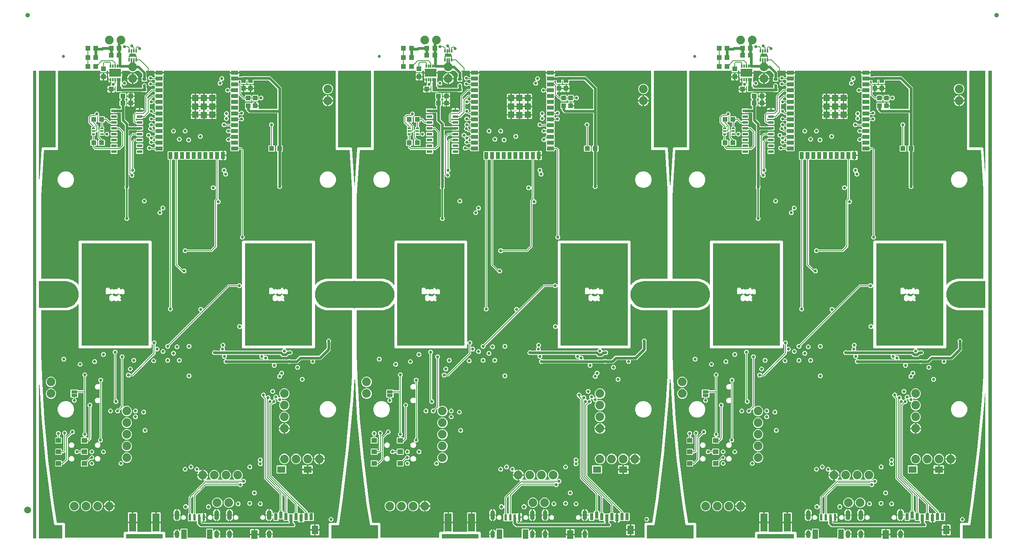
<source format=gbl>
G04 EAGLE Gerber RS-274X export*
G75*
%MOMM*%
%FSLAX34Y34*%
%LPD*%
%INBottom Copper*%
%IPPOS*%
%AMOC8*
5,1,8,0,0,1.08239X$1,22.5*%
G01*
%ADD10R,1.200000X2.000000*%
%ADD11R,0.600000X1.350000*%
%ADD12C,0.635000*%
%ADD13C,0.755600*%
%ADD14R,1.500000X4.000000*%
%ADD15R,1.000000X1.100000*%
%ADD16R,1.100000X1.000000*%
%ADD17C,1.879600*%
%ADD18R,0.830000X0.630000*%
%ADD19R,1.270000X0.635000*%
%ADD20R,1.200000X0.600000*%
%ADD21R,0.660000X0.300000*%
%ADD22R,1.800000X1.400000*%
%ADD23R,1.400000X1.900000*%
%ADD24R,0.800000X1.500000*%
%ADD25R,0.300000X0.700000*%
%ADD26R,1.380000X0.800000*%
%ADD27R,0.350000X0.800000*%
%ADD28R,2.500000X1.700000*%
%ADD29R,1.150000X1.000000*%
%ADD30R,1.500000X0.900000*%
%ADD31R,0.900000X1.500000*%
%ADD32R,1.330000X1.330000*%
%ADD33C,1.000000*%
%ADD34C,1.500000*%
%ADD35C,0.660400*%
%ADD36C,0.558800*%
%ADD37C,0.304800*%
%ADD38C,0.177800*%
%ADD39C,0.254000*%
%ADD40C,0.736600*%

G36*
X1187298Y2536D02*
X1187298Y2536D01*
X1187304Y2542D01*
X1187309Y2538D01*
X1188366Y2908D01*
X1188370Y2915D01*
X1188376Y2913D01*
X1189324Y3509D01*
X1189327Y3516D01*
X1189332Y3516D01*
X1190124Y4307D01*
X1190125Y4315D01*
X1190131Y4316D01*
X1190727Y5264D01*
X1190726Y5272D01*
X1190731Y5274D01*
X1191101Y6331D01*
X1191100Y6335D01*
X1191102Y6337D01*
X1191100Y6340D01*
X1191104Y6342D01*
X1191229Y7454D01*
X1191227Y7458D01*
X1191229Y7460D01*
X1191229Y9460D01*
X1193771Y9460D01*
X1193771Y6712D01*
X1193479Y5245D01*
X1192896Y3837D01*
X1192886Y3796D01*
X1192873Y3767D01*
X1192872Y3765D01*
X1192866Y3751D01*
X1192857Y3673D01*
X1192839Y3597D01*
X1192844Y3552D01*
X1192839Y3506D01*
X1192855Y3430D01*
X1192862Y3353D01*
X1192881Y3311D01*
X1192891Y3266D01*
X1192931Y3199D01*
X1192962Y3128D01*
X1192994Y3094D01*
X1193017Y3055D01*
X1193076Y3004D01*
X1193129Y2947D01*
X1193169Y2925D01*
X1193204Y2895D01*
X1193276Y2866D01*
X1193344Y2828D01*
X1193390Y2820D01*
X1193432Y2803D01*
X1193568Y2788D01*
X1193586Y2784D01*
X1193591Y2785D01*
X1193599Y2784D01*
X1315144Y2784D01*
X1315164Y2788D01*
X1315183Y2785D01*
X1315285Y2807D01*
X1315387Y2824D01*
X1315404Y2833D01*
X1315424Y2838D01*
X1315513Y2891D01*
X1315604Y2939D01*
X1315618Y2954D01*
X1315635Y2964D01*
X1315702Y3043D01*
X1315774Y3118D01*
X1315782Y3136D01*
X1315795Y3151D01*
X1315834Y3247D01*
X1315877Y3341D01*
X1315879Y3360D01*
X1315887Y3379D01*
X1315905Y3546D01*
X1315905Y33897D01*
X1317542Y35534D01*
X1332612Y35534D01*
X1332701Y35549D01*
X1332790Y35555D01*
X1332821Y35569D01*
X1332855Y35574D01*
X1332934Y35616D01*
X1333017Y35651D01*
X1333042Y35673D01*
X1333072Y35689D01*
X1333134Y35754D01*
X1333201Y35813D01*
X1333218Y35843D01*
X1333242Y35868D01*
X1333279Y35949D01*
X1333324Y36026D01*
X1333335Y36068D01*
X1333345Y36091D01*
X1333349Y36122D01*
X1333366Y36189D01*
X1340499Y86576D01*
X1340499Y86583D01*
X1340501Y86593D01*
X1353221Y193741D01*
X1353220Y193750D01*
X1353223Y193764D01*
X1360928Y280911D01*
X1360928Y280912D01*
X1362726Y301244D01*
X1362725Y301251D01*
X1362727Y301261D01*
X1366264Y355005D01*
X1366262Y355023D01*
X1366265Y355055D01*
X1366265Y497434D01*
X1366262Y497453D01*
X1366264Y497473D01*
X1366242Y497574D01*
X1366226Y497676D01*
X1366216Y497694D01*
X1366212Y497713D01*
X1366159Y497802D01*
X1366110Y497894D01*
X1366096Y497907D01*
X1366086Y497925D01*
X1366007Y497992D01*
X1365932Y498063D01*
X1365914Y498071D01*
X1365899Y498084D01*
X1365803Y498123D01*
X1365709Y498167D01*
X1365689Y498169D01*
X1365671Y498176D01*
X1365504Y498195D01*
X1308979Y498195D01*
X1298571Y501576D01*
X1289719Y508008D01*
X1287126Y511577D01*
X1287120Y511583D01*
X1287116Y511590D01*
X1287033Y511669D01*
X1286951Y511750D01*
X1286944Y511754D01*
X1286938Y511759D01*
X1286833Y511808D01*
X1286730Y511858D01*
X1286722Y511859D01*
X1286715Y511863D01*
X1286601Y511875D01*
X1286486Y511891D01*
X1286478Y511889D01*
X1286471Y511890D01*
X1286358Y511865D01*
X1286245Y511843D01*
X1286238Y511839D01*
X1286230Y511838D01*
X1286132Y511779D01*
X1286031Y511721D01*
X1286026Y511715D01*
X1286019Y511711D01*
X1285944Y511624D01*
X1285867Y511538D01*
X1285864Y511531D01*
X1285859Y511525D01*
X1285816Y511417D01*
X1285771Y511312D01*
X1285770Y511304D01*
X1285767Y511296D01*
X1285749Y511130D01*
X1285749Y417177D01*
X1283963Y415391D01*
X1222382Y415391D01*
X1222311Y415379D01*
X1222239Y415377D01*
X1222190Y415360D01*
X1222139Y415351D01*
X1222076Y415318D01*
X1222008Y415293D01*
X1221968Y415260D01*
X1221922Y415236D01*
X1221872Y415184D01*
X1221816Y415139D01*
X1221788Y415095D01*
X1221752Y415058D01*
X1221722Y414993D01*
X1221683Y414932D01*
X1221671Y414882D01*
X1221649Y414835D01*
X1221641Y414763D01*
X1221623Y414694D01*
X1221627Y414642D01*
X1221622Y414590D01*
X1221637Y414520D01*
X1221642Y414449D01*
X1221663Y414401D01*
X1221674Y414350D01*
X1221711Y414288D01*
X1221739Y414222D01*
X1221783Y414166D01*
X1221800Y414139D01*
X1221818Y414123D01*
X1221843Y414091D01*
X1224281Y411654D01*
X1224281Y411074D01*
X1224284Y411054D01*
X1224282Y411034D01*
X1224304Y410933D01*
X1224320Y410831D01*
X1224330Y410813D01*
X1224334Y410794D01*
X1224387Y410705D01*
X1224436Y410613D01*
X1224450Y410600D01*
X1224460Y410583D01*
X1224539Y410515D01*
X1224614Y410444D01*
X1224632Y410436D01*
X1224647Y410423D01*
X1224743Y410384D01*
X1224837Y410340D01*
X1224857Y410338D01*
X1224875Y410331D01*
X1225042Y410312D01*
X1228972Y410312D01*
X1229062Y410327D01*
X1229153Y410334D01*
X1229183Y410347D01*
X1229215Y410352D01*
X1229296Y410395D01*
X1229379Y410430D01*
X1229412Y410456D01*
X1229432Y410467D01*
X1229454Y410491D01*
X1229510Y410535D01*
X1229795Y410820D01*
X1234005Y410820D01*
X1236981Y407844D01*
X1236981Y403635D01*
X1234005Y400659D01*
X1229795Y400659D01*
X1229510Y400944D01*
X1229437Y400997D01*
X1229367Y401056D01*
X1229337Y401069D01*
X1229311Y401087D01*
X1229224Y401114D01*
X1229139Y401148D01*
X1229098Y401153D01*
X1229076Y401160D01*
X1229043Y401159D01*
X1228972Y401167D01*
X1228735Y401167D01*
X1228645Y401152D01*
X1228554Y401145D01*
X1228524Y401132D01*
X1228492Y401127D01*
X1228412Y401084D01*
X1228328Y401049D01*
X1228296Y401023D01*
X1228275Y401012D01*
X1228253Y400989D01*
X1228197Y400944D01*
X1224356Y397103D01*
X1214044Y397103D01*
X1210203Y400944D01*
X1210129Y400997D01*
X1210060Y401056D01*
X1210030Y401069D01*
X1210004Y401087D01*
X1209917Y401114D01*
X1209832Y401148D01*
X1209791Y401153D01*
X1209768Y401160D01*
X1209736Y401159D01*
X1209665Y401167D01*
X1175900Y401167D01*
X1175829Y401155D01*
X1175757Y401153D01*
X1175708Y401136D01*
X1175657Y401127D01*
X1175594Y401094D01*
X1175526Y401069D01*
X1175486Y401036D01*
X1175440Y401012D01*
X1175390Y400960D01*
X1175334Y400915D01*
X1175306Y400871D01*
X1175270Y400834D01*
X1175240Y400769D01*
X1175201Y400708D01*
X1175189Y400658D01*
X1175167Y400611D01*
X1175159Y400539D01*
X1175141Y400470D01*
X1175145Y400418D01*
X1175140Y400366D01*
X1175155Y400296D01*
X1175160Y400225D01*
X1175181Y400177D01*
X1175192Y400126D01*
X1175229Y400064D01*
X1175257Y399998D01*
X1175301Y399942D01*
X1175318Y399915D01*
X1175336Y399899D01*
X1175362Y399867D01*
X1175482Y399747D01*
X1175498Y399736D01*
X1175510Y399720D01*
X1175554Y399692D01*
X1175592Y399656D01*
X1175639Y399634D01*
X1175682Y399604D01*
X1175700Y399598D01*
X1175717Y399587D01*
X1175768Y399574D01*
X1175815Y399552D01*
X1175867Y399546D01*
X1175917Y399531D01*
X1175936Y399532D01*
X1175956Y399527D01*
X1176008Y399531D01*
X1176059Y399525D01*
X1176111Y399536D01*
X1176163Y399538D01*
X1176181Y399544D01*
X1176201Y399546D01*
X1176249Y399566D01*
X1176300Y399577D01*
X1176345Y399604D01*
X1176394Y399622D01*
X1176409Y399634D01*
X1176427Y399642D01*
X1176430Y399644D01*
X1180665Y399644D01*
X1183641Y396668D01*
X1183641Y392427D01*
X1183630Y392404D01*
X1183600Y392362D01*
X1183579Y392294D01*
X1183549Y392229D01*
X1183543Y392177D01*
X1183528Y392127D01*
X1183529Y392055D01*
X1183522Y391984D01*
X1183533Y391933D01*
X1183534Y391881D01*
X1183559Y391814D01*
X1183574Y391744D01*
X1183601Y391699D01*
X1183618Y391650D01*
X1183663Y391594D01*
X1183700Y391533D01*
X1183740Y391499D01*
X1183772Y391458D01*
X1183832Y391419D01*
X1183887Y391373D01*
X1183935Y391353D01*
X1183979Y391325D01*
X1184048Y391308D01*
X1184115Y391281D01*
X1184186Y391273D01*
X1184217Y391265D01*
X1184241Y391267D01*
X1184282Y391262D01*
X1227448Y391262D01*
X1227538Y391277D01*
X1227629Y391284D01*
X1227659Y391297D01*
X1227691Y391302D01*
X1227772Y391345D01*
X1227855Y391380D01*
X1227888Y391406D01*
X1227908Y391417D01*
X1227930Y391441D01*
X1227986Y391485D01*
X1228271Y391770D01*
X1232481Y391770D01*
X1232766Y391485D01*
X1232839Y391432D01*
X1232909Y391373D01*
X1232939Y391361D01*
X1232965Y391342D01*
X1233052Y391315D01*
X1233137Y391281D01*
X1233178Y391276D01*
X1233200Y391269D01*
X1233233Y391270D01*
X1233304Y391262D01*
X1243955Y391262D01*
X1244045Y391277D01*
X1244136Y391284D01*
X1244166Y391297D01*
X1244198Y391302D01*
X1244278Y391345D01*
X1244362Y391380D01*
X1244394Y391406D01*
X1244415Y391417D01*
X1244437Y391441D01*
X1244493Y391485D01*
X1252144Y399136D01*
X1294715Y399136D01*
X1294805Y399151D01*
X1294896Y399158D01*
X1294925Y399171D01*
X1294957Y399176D01*
X1295038Y399219D01*
X1295122Y399254D01*
X1295154Y399280D01*
X1295175Y399291D01*
X1295197Y399315D01*
X1295253Y399359D01*
X1310924Y415031D01*
X1310977Y415105D01*
X1311037Y415174D01*
X1311049Y415204D01*
X1311068Y415230D01*
X1311095Y415317D01*
X1311129Y415402D01*
X1311133Y415443D01*
X1311140Y415466D01*
X1311139Y415498D01*
X1311147Y415569D01*
X1311147Y428212D01*
X1311133Y428302D01*
X1311125Y428393D01*
X1311113Y428423D01*
X1311108Y428455D01*
X1311065Y428535D01*
X1311029Y428619D01*
X1311003Y428651D01*
X1310992Y428672D01*
X1310969Y428694D01*
X1310924Y428750D01*
X1310639Y429035D01*
X1310639Y433244D01*
X1313615Y436220D01*
X1317825Y436220D01*
X1320801Y433244D01*
X1320801Y429035D01*
X1320516Y428750D01*
X1320463Y428676D01*
X1320403Y428607D01*
X1320391Y428576D01*
X1320372Y428550D01*
X1320345Y428463D01*
X1320311Y428378D01*
X1320307Y428338D01*
X1320300Y428315D01*
X1320301Y428283D01*
X1320293Y428212D01*
X1320293Y411465D01*
X1298818Y389991D01*
X1287152Y389991D01*
X1287081Y389979D01*
X1287009Y389977D01*
X1286960Y389960D01*
X1286909Y389951D01*
X1286846Y389918D01*
X1286778Y389893D01*
X1286738Y389860D01*
X1286692Y389836D01*
X1286642Y389784D01*
X1286586Y389739D01*
X1286558Y389695D01*
X1286522Y389658D01*
X1286492Y389593D01*
X1286453Y389532D01*
X1286441Y389482D01*
X1286419Y389435D01*
X1286411Y389363D01*
X1286393Y389294D01*
X1286397Y389242D01*
X1286392Y389190D01*
X1286407Y389120D01*
X1286412Y389049D01*
X1286433Y389001D01*
X1286444Y388950D01*
X1286481Y388888D01*
X1286509Y388822D01*
X1286511Y388820D01*
X1286511Y384585D01*
X1283535Y381609D01*
X1279325Y381609D01*
X1276349Y384585D01*
X1276349Y388826D01*
X1276360Y388849D01*
X1276390Y388891D01*
X1276411Y388960D01*
X1276441Y389025D01*
X1276447Y389076D01*
X1276462Y389126D01*
X1276461Y389198D01*
X1276468Y389269D01*
X1276457Y389320D01*
X1276456Y389372D01*
X1276431Y389439D01*
X1276416Y389509D01*
X1276389Y389554D01*
X1276372Y389603D01*
X1276327Y389659D01*
X1276290Y389721D01*
X1276250Y389754D01*
X1276218Y389795D01*
X1276158Y389834D01*
X1276103Y389880D01*
X1276055Y389900D01*
X1276011Y389928D01*
X1275942Y389946D01*
X1275875Y389972D01*
X1275804Y389980D01*
X1275773Y389988D01*
X1275749Y389986D01*
X1275708Y389991D01*
X1256248Y389991D01*
X1256158Y389976D01*
X1256067Y389969D01*
X1256037Y389956D01*
X1256005Y389951D01*
X1255924Y389908D01*
X1255841Y389873D01*
X1255808Y389847D01*
X1255788Y389836D01*
X1255766Y389813D01*
X1255710Y389768D01*
X1248059Y382117D01*
X1233304Y382117D01*
X1233214Y382102D01*
X1233123Y382095D01*
X1233093Y382082D01*
X1233061Y382077D01*
X1232980Y382034D01*
X1232897Y381999D01*
X1232864Y381973D01*
X1232844Y381962D01*
X1232822Y381939D01*
X1232766Y381894D01*
X1232481Y381609D01*
X1228271Y381609D01*
X1227986Y381894D01*
X1227913Y381947D01*
X1227843Y382006D01*
X1227813Y382019D01*
X1227787Y382037D01*
X1227700Y382064D01*
X1227615Y382098D01*
X1227574Y382103D01*
X1227552Y382110D01*
X1227519Y382109D01*
X1227448Y382117D01*
X1202570Y382117D01*
X1202499Y382105D01*
X1202427Y382103D01*
X1202378Y382086D01*
X1202327Y382077D01*
X1202264Y382044D01*
X1202196Y382019D01*
X1202156Y381986D01*
X1202110Y381962D01*
X1202060Y381910D01*
X1202004Y381865D01*
X1201976Y381821D01*
X1201940Y381784D01*
X1201910Y381719D01*
X1201871Y381658D01*
X1201859Y381608D01*
X1201837Y381561D01*
X1201829Y381489D01*
X1201811Y381420D01*
X1201815Y381368D01*
X1201810Y381316D01*
X1201825Y381246D01*
X1201830Y381175D01*
X1201851Y381127D01*
X1201862Y381076D01*
X1201899Y381014D01*
X1201927Y380948D01*
X1201972Y380892D01*
X1201988Y380865D01*
X1202006Y380850D01*
X1202031Y380817D01*
X1202310Y380539D01*
X1202310Y376330D01*
X1199334Y373354D01*
X1195124Y373354D01*
X1192148Y376330D01*
X1192148Y380539D01*
X1192427Y380817D01*
X1192468Y380876D01*
X1192518Y380928D01*
X1192540Y380975D01*
X1192570Y381017D01*
X1192591Y381086D01*
X1192621Y381151D01*
X1192627Y381202D01*
X1192642Y381252D01*
X1192641Y381324D01*
X1192648Y381395D01*
X1192637Y381446D01*
X1192636Y381498D01*
X1192611Y381565D01*
X1192596Y381635D01*
X1192569Y381680D01*
X1192552Y381729D01*
X1192507Y381785D01*
X1192470Y381847D01*
X1192430Y381880D01*
X1192398Y381921D01*
X1192338Y381960D01*
X1192283Y382006D01*
X1192235Y382026D01*
X1192191Y382054D01*
X1192122Y382072D01*
X1192055Y382098D01*
X1191984Y382106D01*
X1191952Y382114D01*
X1191929Y382112D01*
X1191888Y382117D01*
X1095128Y382117D01*
X1095038Y382102D01*
X1094947Y382095D01*
X1094917Y382082D01*
X1094885Y382077D01*
X1094804Y382034D01*
X1094721Y381999D01*
X1094688Y381973D01*
X1094668Y381962D01*
X1094646Y381939D01*
X1094590Y381894D01*
X1094305Y381609D01*
X1090095Y381609D01*
X1087119Y384585D01*
X1087119Y388794D01*
X1089811Y391485D01*
X1089852Y391544D01*
X1089902Y391596D01*
X1089924Y391643D01*
X1089954Y391685D01*
X1089975Y391754D01*
X1090005Y391819D01*
X1090011Y391870D01*
X1090026Y391920D01*
X1090025Y391992D01*
X1090032Y392063D01*
X1090021Y392114D01*
X1090020Y392166D01*
X1089995Y392233D01*
X1089980Y392303D01*
X1089953Y392348D01*
X1089936Y392397D01*
X1089891Y392453D01*
X1089854Y392515D01*
X1089814Y392548D01*
X1089782Y392589D01*
X1089722Y392628D01*
X1089667Y392674D01*
X1089619Y392694D01*
X1089575Y392722D01*
X1089506Y392740D01*
X1089439Y392766D01*
X1089368Y392774D01*
X1089336Y392782D01*
X1089313Y392780D01*
X1089272Y392785D01*
X1086517Y392785D01*
X1083541Y395761D01*
X1083541Y400002D01*
X1083551Y400025D01*
X1083582Y400067D01*
X1083603Y400136D01*
X1083633Y400201D01*
X1083639Y400252D01*
X1083654Y400302D01*
X1083652Y400374D01*
X1083660Y400445D01*
X1083649Y400496D01*
X1083648Y400548D01*
X1083623Y400615D01*
X1083608Y400685D01*
X1083581Y400730D01*
X1083563Y400779D01*
X1083519Y400835D01*
X1083482Y400897D01*
X1083442Y400930D01*
X1083410Y400971D01*
X1083349Y401010D01*
X1083295Y401056D01*
X1083247Y401076D01*
X1083203Y401104D01*
X1083133Y401122D01*
X1083067Y401148D01*
X1082996Y401156D01*
X1082964Y401164D01*
X1082941Y401162D01*
X1082900Y401167D01*
X1069728Y401167D01*
X1069638Y401152D01*
X1069547Y401145D01*
X1069517Y401132D01*
X1069485Y401127D01*
X1069404Y401084D01*
X1069321Y401049D01*
X1069288Y401023D01*
X1069268Y401012D01*
X1069246Y400989D01*
X1069190Y400944D01*
X1068905Y400659D01*
X1064695Y400659D01*
X1061719Y403635D01*
X1061719Y407844D01*
X1064695Y410820D01*
X1068905Y410820D01*
X1069190Y410535D01*
X1069263Y410482D01*
X1069333Y410423D01*
X1069363Y410411D01*
X1069389Y410392D01*
X1069476Y410365D01*
X1069561Y410331D01*
X1069602Y410326D01*
X1069624Y410319D01*
X1069657Y410320D01*
X1069728Y410312D01*
X1079112Y410312D01*
X1079183Y410324D01*
X1079255Y410326D01*
X1079304Y410344D01*
X1079355Y410352D01*
X1079418Y410386D01*
X1079486Y410410D01*
X1079526Y410443D01*
X1079572Y410467D01*
X1079622Y410519D01*
X1079678Y410564D01*
X1079706Y410608D01*
X1079742Y410646D01*
X1079772Y410711D01*
X1079811Y410771D01*
X1079823Y410821D01*
X1079845Y410869D01*
X1079853Y410940D01*
X1079871Y411009D01*
X1079867Y411061D01*
X1079872Y411113D01*
X1079857Y411183D01*
X1079852Y411255D01*
X1079831Y411303D01*
X1079820Y411353D01*
X1079783Y411415D01*
X1079755Y411481D01*
X1079753Y411484D01*
X1079753Y415718D01*
X1081767Y417732D01*
X1081779Y417748D01*
X1081795Y417761D01*
X1081851Y417848D01*
X1081911Y417932D01*
X1081917Y417951D01*
X1081928Y417968D01*
X1081953Y418068D01*
X1081983Y418167D01*
X1081983Y418187D01*
X1081988Y418206D01*
X1081980Y418309D01*
X1081977Y418413D01*
X1081970Y418432D01*
X1081969Y418452D01*
X1081928Y418546D01*
X1081893Y418644D01*
X1081880Y418660D01*
X1081872Y418678D01*
X1081767Y418809D01*
X1080515Y420061D01*
X1080515Y424270D01*
X1083491Y427246D01*
X1087701Y427246D01*
X1090677Y424270D01*
X1090677Y420061D01*
X1088663Y418047D01*
X1088651Y418031D01*
X1088635Y418018D01*
X1088579Y417931D01*
X1088519Y417847D01*
X1088513Y417828D01*
X1088502Y417811D01*
X1088477Y417711D01*
X1088447Y417612D01*
X1088447Y417592D01*
X1088442Y417573D01*
X1088450Y417470D01*
X1088453Y417366D01*
X1088460Y417347D01*
X1088461Y417328D01*
X1088502Y417233D01*
X1088537Y417135D01*
X1088550Y417120D01*
X1088558Y417101D01*
X1088663Y416970D01*
X1089915Y415718D01*
X1089915Y411477D01*
X1089904Y411454D01*
X1089874Y411412D01*
X1089853Y411344D01*
X1089823Y411279D01*
X1089817Y411227D01*
X1089802Y411177D01*
X1089803Y411105D01*
X1089796Y411034D01*
X1089807Y410983D01*
X1089808Y410931D01*
X1089833Y410864D01*
X1089848Y410794D01*
X1089875Y410749D01*
X1089892Y410700D01*
X1089937Y410644D01*
X1089974Y410583D01*
X1090014Y410549D01*
X1090046Y410508D01*
X1090106Y410469D01*
X1090161Y410423D01*
X1090209Y410403D01*
X1090253Y410375D01*
X1090322Y410358D01*
X1090389Y410331D01*
X1090460Y410323D01*
X1090491Y410315D01*
X1090515Y410317D01*
X1090556Y410312D01*
X1213358Y410312D01*
X1213378Y410316D01*
X1213397Y410313D01*
X1213499Y410335D01*
X1213601Y410352D01*
X1213618Y410361D01*
X1213638Y410366D01*
X1213727Y410419D01*
X1213818Y410467D01*
X1213832Y410482D01*
X1213849Y410492D01*
X1213916Y410571D01*
X1213988Y410646D01*
X1213996Y410664D01*
X1214009Y410679D01*
X1214048Y410775D01*
X1214091Y410869D01*
X1214093Y410888D01*
X1214101Y410907D01*
X1214119Y411074D01*
X1214119Y411654D01*
X1216557Y414091D01*
X1216598Y414150D01*
X1216648Y414202D01*
X1216670Y414249D01*
X1216700Y414291D01*
X1216721Y414360D01*
X1216751Y414425D01*
X1216757Y414476D01*
X1216772Y414526D01*
X1216771Y414598D01*
X1216778Y414669D01*
X1216767Y414720D01*
X1216766Y414772D01*
X1216741Y414839D01*
X1216726Y414909D01*
X1216699Y414954D01*
X1216682Y415003D01*
X1216637Y415059D01*
X1216600Y415121D01*
X1216560Y415154D01*
X1216528Y415195D01*
X1216468Y415234D01*
X1216413Y415280D01*
X1216365Y415300D01*
X1216321Y415328D01*
X1216252Y415346D01*
X1216185Y415372D01*
X1216114Y415380D01*
X1216082Y415388D01*
X1216059Y415386D01*
X1216018Y415391D01*
X1129037Y415391D01*
X1127251Y417177D01*
X1127251Y459047D01*
X1127240Y459118D01*
X1127238Y459190D01*
X1127220Y459239D01*
X1127212Y459290D01*
X1127178Y459353D01*
X1127153Y459421D01*
X1127121Y459461D01*
X1127096Y459507D01*
X1127044Y459557D01*
X1127000Y459613D01*
X1126956Y459641D01*
X1126918Y459677D01*
X1126853Y459707D01*
X1126793Y459746D01*
X1126742Y459759D01*
X1126695Y459780D01*
X1126624Y459788D01*
X1126554Y459806D01*
X1126502Y459802D01*
X1126451Y459808D01*
X1126380Y459792D01*
X1126309Y459787D01*
X1126261Y459766D01*
X1126210Y459755D01*
X1126149Y459718D01*
X1126083Y459690D01*
X1126027Y459646D01*
X1125999Y459629D01*
X1125984Y459611D01*
X1125952Y459586D01*
X1124150Y457783D01*
X1119940Y457783D01*
X1116964Y460760D01*
X1116964Y464969D01*
X1119940Y467945D01*
X1124150Y467945D01*
X1125952Y466143D01*
X1126010Y466101D01*
X1126062Y466051D01*
X1126109Y466029D01*
X1126151Y465999D01*
X1126220Y465978D01*
X1126285Y465948D01*
X1126337Y465942D01*
X1126387Y465927D01*
X1126458Y465929D01*
X1126529Y465921D01*
X1126580Y465932D01*
X1126632Y465933D01*
X1126700Y465958D01*
X1126770Y465973D01*
X1126815Y466000D01*
X1126863Y466017D01*
X1126919Y466062D01*
X1126981Y466099D01*
X1127015Y466139D01*
X1127055Y466171D01*
X1127094Y466231D01*
X1127141Y466286D01*
X1127160Y466334D01*
X1127188Y466378D01*
X1127206Y466448D01*
X1127233Y466514D01*
X1127241Y466585D01*
X1127249Y466617D01*
X1127247Y466640D01*
X1127251Y466681D01*
X1127251Y548862D01*
X1127240Y548933D01*
X1127238Y549004D01*
X1127220Y549053D01*
X1127212Y549105D01*
X1127178Y549168D01*
X1127153Y549235D01*
X1127121Y549276D01*
X1127096Y549322D01*
X1127044Y549371D01*
X1127000Y549427D01*
X1126956Y549455D01*
X1126918Y549491D01*
X1126853Y549522D01*
X1126793Y549560D01*
X1126742Y549573D01*
X1126695Y549595D01*
X1126624Y549603D01*
X1126554Y549620D01*
X1126502Y549616D01*
X1126451Y549622D01*
X1126380Y549607D01*
X1126309Y549601D01*
X1126261Y549581D01*
X1126210Y549570D01*
X1126149Y549533D01*
X1126083Y549505D01*
X1126027Y549460D01*
X1125999Y549444D01*
X1125984Y549426D01*
X1125952Y549400D01*
X1123261Y546709D01*
X1119051Y546709D01*
X1116861Y548899D01*
X1116788Y548952D01*
X1116718Y549011D01*
X1116688Y549024D01*
X1116662Y549042D01*
X1116575Y549069D01*
X1116490Y549103D01*
X1116449Y549108D01*
X1116427Y549115D01*
X1116394Y549114D01*
X1116323Y549122D01*
X1098700Y549122D01*
X1098610Y549107D01*
X1098519Y549100D01*
X1098490Y549087D01*
X1098458Y549082D01*
X1098377Y549039D01*
X1098293Y549004D01*
X1098261Y548978D01*
X1098240Y548967D01*
X1098218Y548944D01*
X1098162Y548899D01*
X970504Y421241D01*
X970458Y421177D01*
X970437Y421155D01*
X970433Y421146D01*
X970391Y421097D01*
X970379Y421067D01*
X970360Y421041D01*
X970333Y420954D01*
X970299Y420869D01*
X970295Y420828D01*
X970288Y420806D01*
X970289Y420774D01*
X970281Y420702D01*
X970281Y417605D01*
X967305Y414629D01*
X963095Y414629D01*
X960119Y417605D01*
X960119Y421814D01*
X963095Y424790D01*
X966193Y424790D01*
X966283Y424805D01*
X966374Y424812D01*
X966403Y424825D01*
X966435Y424830D01*
X966516Y424873D01*
X966600Y424908D01*
X966632Y424934D01*
X966653Y424945D01*
X966675Y424969D01*
X966731Y425013D01*
X1035468Y493750D01*
X1035510Y493808D01*
X1035559Y493860D01*
X1035581Y493908D01*
X1035611Y493950D01*
X1035632Y494018D01*
X1035663Y494083D01*
X1035668Y494135D01*
X1035684Y494185D01*
X1035682Y494257D01*
X1035690Y494328D01*
X1035679Y494379D01*
X1035677Y494431D01*
X1035653Y494498D01*
X1035637Y494568D01*
X1035611Y494613D01*
X1035593Y494662D01*
X1035548Y494718D01*
X1035511Y494779D01*
X1035472Y494813D01*
X1035439Y494854D01*
X1035379Y494893D01*
X1035324Y494939D01*
X1035276Y494959D01*
X1035232Y494987D01*
X1035163Y495004D01*
X1035096Y495031D01*
X1035093Y495032D01*
X1032099Y498026D01*
X1032099Y502235D01*
X1035075Y505211D01*
X1039284Y505211D01*
X1042283Y502212D01*
X1042291Y502189D01*
X1042300Y502137D01*
X1042333Y502074D01*
X1042358Y502007D01*
X1042390Y501966D01*
X1042415Y501920D01*
X1042467Y501871D01*
X1042512Y501815D01*
X1042555Y501786D01*
X1042593Y501751D01*
X1042658Y501720D01*
X1042718Y501682D01*
X1042769Y501669D01*
X1042816Y501647D01*
X1042887Y501639D01*
X1042957Y501622D01*
X1043009Y501626D01*
X1043061Y501620D01*
X1043131Y501635D01*
X1043202Y501641D01*
X1043250Y501661D01*
X1043301Y501672D01*
X1043363Y501709D01*
X1043429Y501737D01*
X1043484Y501782D01*
X1043512Y501798D01*
X1043527Y501816D01*
X1043560Y501842D01*
X1094389Y552672D01*
X1096175Y554457D01*
X1116323Y554457D01*
X1116413Y554472D01*
X1116504Y554479D01*
X1116534Y554492D01*
X1116566Y554497D01*
X1116647Y554540D01*
X1116730Y554575D01*
X1116763Y554601D01*
X1116783Y554612D01*
X1116805Y554636D01*
X1116861Y554680D01*
X1119051Y556870D01*
X1123261Y556870D01*
X1125952Y554179D01*
X1126010Y554137D01*
X1126062Y554088D01*
X1126109Y554066D01*
X1126151Y554036D01*
X1126220Y554014D01*
X1126285Y553984D01*
X1126337Y553979D01*
X1126387Y553963D01*
X1126458Y553965D01*
X1126529Y553957D01*
X1126580Y553968D01*
X1126632Y553970D01*
X1126700Y553994D01*
X1126770Y554009D01*
X1126815Y554036D01*
X1126863Y554054D01*
X1126919Y554099D01*
X1126981Y554136D01*
X1127015Y554175D01*
X1127055Y554208D01*
X1127094Y554268D01*
X1127141Y554322D01*
X1127160Y554371D01*
X1127188Y554415D01*
X1127206Y554484D01*
X1127233Y554551D01*
X1127241Y554622D01*
X1127249Y554653D01*
X1127247Y554676D01*
X1127251Y554717D01*
X1127251Y648302D01*
X1129037Y650088D01*
X1283963Y650088D01*
X1285749Y648302D01*
X1285749Y554350D01*
X1285750Y554342D01*
X1285749Y554334D01*
X1285770Y554220D01*
X1285788Y554107D01*
X1285792Y554100D01*
X1285794Y554092D01*
X1285850Y553991D01*
X1285904Y553889D01*
X1285909Y553884D01*
X1285913Y553877D01*
X1285998Y553799D01*
X1286082Y553720D01*
X1286089Y553717D01*
X1286095Y553711D01*
X1286200Y553665D01*
X1286305Y553616D01*
X1286313Y553616D01*
X1286320Y553612D01*
X1286435Y553602D01*
X1286549Y553589D01*
X1286557Y553591D01*
X1286565Y553590D01*
X1286677Y553617D01*
X1286790Y553642D01*
X1286797Y553646D01*
X1286804Y553648D01*
X1286902Y553709D01*
X1287001Y553768D01*
X1287006Y553774D01*
X1287013Y553778D01*
X1287126Y553902D01*
X1289719Y557471D01*
X1298571Y563903D01*
X1308979Y567284D01*
X1365504Y567284D01*
X1365524Y567288D01*
X1365543Y567285D01*
X1365645Y567307D01*
X1365747Y567324D01*
X1365764Y567333D01*
X1365784Y567338D01*
X1365873Y567391D01*
X1365964Y567439D01*
X1365978Y567454D01*
X1365995Y567464D01*
X1366062Y567543D01*
X1366134Y567618D01*
X1366142Y567636D01*
X1366155Y567651D01*
X1366194Y567747D01*
X1366237Y567841D01*
X1366239Y567860D01*
X1366247Y567879D01*
X1366265Y568046D01*
X1366265Y761238D01*
X1366263Y761254D01*
X1366264Y761281D01*
X1361381Y846727D01*
X1361355Y846845D01*
X1361329Y846963D01*
X1361328Y846965D01*
X1361328Y846967D01*
X1361265Y847071D01*
X1361203Y847175D01*
X1361202Y847176D01*
X1361201Y847178D01*
X1361109Y847255D01*
X1361016Y847334D01*
X1361014Y847335D01*
X1361013Y847336D01*
X1360903Y847380D01*
X1360788Y847426D01*
X1360786Y847427D01*
X1360784Y847427D01*
X1360777Y847428D01*
X1360621Y847445D01*
X1332342Y847445D01*
X1330705Y849082D01*
X1330705Y1019040D01*
X1330702Y1019059D01*
X1330704Y1019079D01*
X1330682Y1019180D01*
X1330666Y1019282D01*
X1330656Y1019300D01*
X1330652Y1019319D01*
X1330599Y1019408D01*
X1330550Y1019500D01*
X1330536Y1019513D01*
X1330526Y1019531D01*
X1330447Y1019598D01*
X1330372Y1019669D01*
X1330354Y1019677D01*
X1330339Y1019690D01*
X1330243Y1019729D01*
X1330149Y1019773D01*
X1330129Y1019775D01*
X1330111Y1019782D01*
X1329944Y1019801D01*
X1121882Y1019801D01*
X1121862Y1019798D01*
X1121843Y1019800D01*
X1121741Y1019778D01*
X1121639Y1019761D01*
X1121622Y1019752D01*
X1121602Y1019748D01*
X1121513Y1019694D01*
X1121422Y1019646D01*
X1121408Y1019632D01*
X1121391Y1019621D01*
X1121324Y1019543D01*
X1121252Y1019468D01*
X1121244Y1019450D01*
X1121231Y1019434D01*
X1121192Y1019338D01*
X1121149Y1019245D01*
X1121147Y1019225D01*
X1121139Y1019206D01*
X1121121Y1019040D01*
X1121121Y1017163D01*
X1111842Y1017163D01*
X1111822Y1017160D01*
X1111803Y1017162D01*
X1111701Y1017140D01*
X1111599Y1017123D01*
X1111582Y1017114D01*
X1111562Y1017109D01*
X1111473Y1017056D01*
X1111382Y1017008D01*
X1111368Y1016994D01*
X1111351Y1016983D01*
X1111284Y1016905D01*
X1111213Y1016830D01*
X1111204Y1016812D01*
X1111191Y1016796D01*
X1111152Y1016700D01*
X1111109Y1016607D01*
X1111107Y1016587D01*
X1111099Y1016568D01*
X1111081Y1016402D01*
X1111081Y1014878D01*
X1111084Y1014858D01*
X1111082Y1014838D01*
X1111104Y1014737D01*
X1111121Y1014635D01*
X1111130Y1014617D01*
X1111134Y1014598D01*
X1111187Y1014509D01*
X1111236Y1014418D01*
X1111250Y1014404D01*
X1111260Y1014387D01*
X1111339Y1014319D01*
X1111414Y1014248D01*
X1111432Y1014240D01*
X1111447Y1014227D01*
X1111543Y1014188D01*
X1111637Y1014145D01*
X1111657Y1014142D01*
X1111675Y1014135D01*
X1111842Y1014116D01*
X1121121Y1014116D01*
X1121121Y1010805D01*
X1120948Y1010159D01*
X1120613Y1009580D01*
X1120323Y1009289D01*
X1120311Y1009273D01*
X1120295Y1009260D01*
X1120239Y1009173D01*
X1120179Y1009089D01*
X1120173Y1009070D01*
X1120162Y1009054D01*
X1120137Y1008953D01*
X1120107Y1008854D01*
X1120107Y1008834D01*
X1120102Y1008815D01*
X1120110Y1008712D01*
X1120113Y1008608D01*
X1120120Y1008590D01*
X1120121Y1008570D01*
X1120162Y1008475D01*
X1120198Y1008377D01*
X1120210Y1008362D01*
X1120218Y1008343D01*
X1120323Y1008213D01*
X1120376Y1008159D01*
X1120382Y1008133D01*
X1120398Y1008031D01*
X1120408Y1008013D01*
X1120412Y1007994D01*
X1120465Y1007905D01*
X1120514Y1007813D01*
X1120528Y1007800D01*
X1120538Y1007783D01*
X1120617Y1007715D01*
X1120692Y1007644D01*
X1120710Y1007636D01*
X1120725Y1007623D01*
X1120821Y1007584D01*
X1120915Y1007540D01*
X1120935Y1007538D01*
X1120953Y1007531D01*
X1121120Y1007512D01*
X1127591Y1007512D01*
X1127681Y1007527D01*
X1127772Y1007534D01*
X1127801Y1007547D01*
X1127833Y1007552D01*
X1127914Y1007595D01*
X1127998Y1007630D01*
X1128030Y1007656D01*
X1128051Y1007667D01*
X1128073Y1007691D01*
X1128129Y1007735D01*
X1128406Y1008012D01*
X1188544Y1008012D01*
X1213223Y983334D01*
X1213223Y857780D01*
X1213226Y857760D01*
X1213224Y857740D01*
X1213246Y857639D01*
X1213262Y857537D01*
X1213272Y857519D01*
X1213276Y857500D01*
X1213329Y857411D01*
X1213378Y857319D01*
X1213392Y857306D01*
X1213402Y857289D01*
X1213481Y857221D01*
X1213556Y857150D01*
X1213574Y857142D01*
X1213589Y857129D01*
X1213685Y857090D01*
X1213779Y857046D01*
X1213799Y857044D01*
X1213817Y857037D01*
X1213984Y857018D01*
X1214887Y857018D01*
X1215929Y855976D01*
X1215929Y844503D01*
X1214887Y843461D01*
X1213984Y843461D01*
X1213964Y843458D01*
X1213945Y843460D01*
X1213843Y843438D01*
X1213741Y843421D01*
X1213724Y843412D01*
X1213704Y843408D01*
X1213615Y843354D01*
X1213524Y843306D01*
X1213510Y843292D01*
X1213493Y843281D01*
X1213426Y843203D01*
X1213354Y843128D01*
X1213346Y843110D01*
X1213333Y843094D01*
X1213294Y842998D01*
X1213251Y842905D01*
X1213249Y842885D01*
X1213241Y842866D01*
X1213223Y842700D01*
X1213223Y771007D01*
X1213237Y770917D01*
X1213245Y770826D01*
X1213257Y770797D01*
X1213262Y770765D01*
X1213305Y770684D01*
X1213341Y770600D01*
X1213367Y770568D01*
X1213378Y770547D01*
X1213401Y770525D01*
X1213446Y770469D01*
X1214121Y769794D01*
X1214121Y765585D01*
X1211145Y762609D01*
X1206935Y762609D01*
X1203959Y765585D01*
X1203959Y769824D01*
X1203967Y769833D01*
X1203979Y769863D01*
X1203998Y769889D01*
X1204025Y769976D01*
X1204059Y770061D01*
X1204063Y770101D01*
X1204070Y770124D01*
X1204069Y770156D01*
X1204077Y770227D01*
X1204077Y842700D01*
X1204074Y842719D01*
X1204076Y842739D01*
X1204054Y842840D01*
X1204038Y842942D01*
X1204028Y842960D01*
X1204024Y842979D01*
X1203971Y843068D01*
X1203922Y843160D01*
X1203908Y843173D01*
X1203898Y843191D01*
X1203819Y843258D01*
X1203744Y843329D01*
X1203726Y843337D01*
X1203711Y843350D01*
X1203615Y843389D01*
X1203521Y843433D01*
X1203501Y843435D01*
X1203483Y843442D01*
X1203316Y843461D01*
X1202413Y843461D01*
X1201371Y844503D01*
X1201371Y855976D01*
X1202413Y857018D01*
X1203316Y857018D01*
X1203336Y857022D01*
X1203355Y857019D01*
X1203457Y857041D01*
X1203559Y857058D01*
X1203576Y857067D01*
X1203596Y857072D01*
X1203685Y857125D01*
X1203776Y857173D01*
X1203790Y857188D01*
X1203807Y857198D01*
X1203874Y857277D01*
X1203946Y857352D01*
X1203954Y857370D01*
X1203967Y857385D01*
X1204006Y857481D01*
X1204049Y857575D01*
X1204051Y857594D01*
X1204059Y857613D01*
X1204077Y857780D01*
X1204077Y926948D01*
X1204074Y926967D01*
X1204076Y926987D01*
X1204054Y927088D01*
X1204038Y927190D01*
X1204028Y927208D01*
X1204024Y927227D01*
X1203971Y927316D01*
X1203922Y927408D01*
X1203908Y927421D01*
X1203898Y927439D01*
X1203819Y927506D01*
X1203744Y927577D01*
X1203726Y927585D01*
X1203711Y927598D01*
X1203615Y927637D01*
X1203521Y927681D01*
X1203501Y927683D01*
X1203483Y927690D01*
X1203316Y927709D01*
X1141713Y927709D01*
X1135887Y933534D01*
X1135887Y935300D01*
X1135884Y935319D01*
X1135886Y935339D01*
X1135864Y935440D01*
X1135848Y935542D01*
X1135838Y935560D01*
X1135834Y935579D01*
X1135781Y935668D01*
X1135732Y935760D01*
X1135718Y935773D01*
X1135708Y935791D01*
X1135629Y935858D01*
X1135554Y935929D01*
X1135536Y935937D01*
X1135521Y935950D01*
X1135425Y935989D01*
X1135331Y936033D01*
X1135311Y936035D01*
X1135293Y936042D01*
X1135126Y936061D01*
X1134723Y936061D01*
X1133681Y937103D01*
X1133681Y949576D01*
X1134723Y950618D01*
X1146197Y950618D01*
X1147141Y949674D01*
X1147238Y949604D01*
X1147334Y949534D01*
X1147338Y949533D01*
X1147341Y949530D01*
X1147454Y949495D01*
X1147568Y949459D01*
X1147572Y949459D01*
X1147576Y949458D01*
X1147695Y949461D01*
X1147814Y949463D01*
X1147818Y949464D01*
X1147822Y949464D01*
X1147934Y949505D01*
X1148046Y949545D01*
X1148049Y949547D01*
X1148053Y949549D01*
X1148147Y949624D01*
X1148240Y949696D01*
X1148242Y949700D01*
X1148245Y949702D01*
X1148253Y949714D01*
X1148339Y949831D01*
X1148667Y950400D01*
X1149140Y950873D01*
X1149719Y951207D01*
X1150366Y951380D01*
X1154177Y951380D01*
X1154177Y944102D01*
X1154180Y944082D01*
X1154178Y944062D01*
X1154200Y943961D01*
X1154217Y943859D01*
X1154226Y943841D01*
X1154230Y943822D01*
X1154283Y943733D01*
X1154332Y943642D01*
X1154346Y943628D01*
X1154356Y943611D01*
X1154435Y943543D01*
X1154510Y943472D01*
X1154528Y943464D01*
X1154543Y943451D01*
X1154639Y943412D01*
X1154733Y943369D01*
X1154753Y943366D01*
X1154771Y943359D01*
X1154938Y943340D01*
X1155701Y943340D01*
X1155701Y942578D01*
X1155704Y942558D01*
X1155702Y942538D01*
X1155724Y942437D01*
X1155741Y942335D01*
X1155750Y942317D01*
X1155754Y942298D01*
X1155807Y942209D01*
X1155856Y942118D01*
X1155870Y942104D01*
X1155880Y942087D01*
X1155959Y942019D01*
X1156034Y941948D01*
X1156052Y941940D01*
X1156067Y941927D01*
X1156163Y941888D01*
X1156257Y941845D01*
X1156277Y941842D01*
X1156295Y941835D01*
X1156462Y941816D01*
X1163241Y941816D01*
X1163241Y937616D01*
X1163244Y937596D01*
X1163242Y937576D01*
X1163264Y937475D01*
X1163280Y937373D01*
X1163290Y937355D01*
X1163294Y937336D01*
X1163347Y937247D01*
X1163396Y937155D01*
X1163410Y937142D01*
X1163420Y937125D01*
X1163499Y937057D01*
X1163574Y936986D01*
X1163592Y936978D01*
X1163607Y936965D01*
X1163703Y936926D01*
X1163797Y936882D01*
X1163817Y936880D01*
X1163835Y936873D01*
X1164002Y936854D01*
X1203316Y936854D01*
X1203336Y936858D01*
X1203355Y936855D01*
X1203457Y936877D01*
X1203559Y936894D01*
X1203576Y936903D01*
X1203596Y936908D01*
X1203685Y936961D01*
X1203776Y937009D01*
X1203790Y937024D01*
X1203807Y937034D01*
X1203874Y937113D01*
X1203946Y937188D01*
X1203954Y937206D01*
X1203967Y937221D01*
X1204006Y937317D01*
X1204049Y937411D01*
X1204051Y937430D01*
X1204059Y937449D01*
X1204077Y937616D01*
X1204077Y979230D01*
X1204063Y979320D01*
X1204055Y979411D01*
X1204043Y979441D01*
X1204038Y979473D01*
X1203995Y979554D01*
X1203959Y979637D01*
X1203933Y979670D01*
X1203922Y979690D01*
X1203899Y979712D01*
X1203854Y979768D01*
X1184979Y998644D01*
X1184905Y998697D01*
X1184835Y998756D01*
X1184805Y998769D01*
X1184779Y998787D01*
X1184692Y998814D01*
X1184607Y998848D01*
X1184566Y998853D01*
X1184544Y998860D01*
X1184512Y998859D01*
X1184441Y998867D01*
X1153080Y998867D01*
X1153060Y998864D01*
X1153041Y998866D01*
X1152939Y998844D01*
X1152837Y998827D01*
X1152820Y998818D01*
X1152800Y998814D01*
X1152711Y998760D01*
X1152620Y998712D01*
X1152606Y998698D01*
X1152589Y998687D01*
X1152522Y998609D01*
X1152450Y998534D01*
X1152442Y998516D01*
X1152429Y998500D01*
X1152390Y998404D01*
X1152347Y998311D01*
X1152345Y998291D01*
X1152337Y998272D01*
X1152319Y998106D01*
X1152319Y992203D01*
X1151277Y991161D01*
X1139803Y991161D01*
X1138761Y992203D01*
X1138761Y998106D01*
X1138758Y998125D01*
X1138760Y998145D01*
X1138738Y998246D01*
X1138722Y998348D01*
X1138712Y998366D01*
X1138708Y998385D01*
X1138655Y998474D01*
X1138606Y998566D01*
X1138592Y998579D01*
X1138582Y998597D01*
X1138503Y998664D01*
X1138428Y998735D01*
X1138410Y998743D01*
X1138395Y998756D01*
X1138299Y998795D01*
X1138205Y998839D01*
X1138185Y998841D01*
X1138167Y998848D01*
X1138000Y998867D01*
X1137840Y998867D01*
X1137820Y998864D01*
X1137801Y998866D01*
X1137699Y998844D01*
X1137597Y998827D01*
X1137580Y998818D01*
X1137560Y998814D01*
X1137471Y998760D01*
X1137380Y998712D01*
X1137366Y998698D01*
X1137349Y998687D01*
X1137282Y998609D01*
X1137210Y998534D01*
X1137202Y998516D01*
X1137189Y998500D01*
X1137150Y998404D01*
X1137107Y998311D01*
X1137105Y998291D01*
X1137097Y998272D01*
X1137079Y998106D01*
X1137079Y992203D01*
X1136037Y991161D01*
X1124529Y991161D01*
X1124459Y991149D01*
X1124387Y991147D01*
X1124338Y991130D01*
X1124287Y991121D01*
X1124223Y991088D01*
X1124156Y991063D01*
X1124115Y991030D01*
X1124069Y991006D01*
X1124020Y990954D01*
X1123964Y990909D01*
X1123936Y990865D01*
X1123900Y990828D01*
X1123870Y990763D01*
X1123831Y990702D01*
X1123818Y990652D01*
X1123796Y990605D01*
X1123788Y990533D01*
X1123771Y990464D01*
X1123775Y990412D01*
X1123769Y990360D01*
X1123784Y990290D01*
X1123790Y990219D01*
X1123810Y990171D01*
X1123821Y990120D01*
X1123858Y990058D01*
X1123886Y989992D01*
X1123931Y989936D01*
X1123947Y989909D01*
X1123965Y989893D01*
X1123991Y989861D01*
X1124187Y989666D01*
X1124242Y989626D01*
X1124290Y989579D01*
X1124341Y989555D01*
X1124386Y989522D01*
X1124451Y989502D01*
X1124512Y989473D01*
X1124568Y989466D01*
X1124621Y989450D01*
X1124689Y989452D01*
X1124756Y989443D01*
X1124834Y989455D01*
X1124867Y989456D01*
X1124887Y989463D01*
X1124922Y989469D01*
X1124966Y989480D01*
X1128777Y989480D01*
X1128777Y982202D01*
X1128780Y982182D01*
X1128778Y982162D01*
X1128800Y982061D01*
X1128817Y981959D01*
X1128826Y981941D01*
X1128830Y981922D01*
X1128883Y981833D01*
X1128932Y981742D01*
X1128946Y981728D01*
X1128956Y981711D01*
X1129035Y981643D01*
X1129110Y981572D01*
X1129128Y981564D01*
X1129143Y981551D01*
X1129239Y981512D01*
X1129333Y981469D01*
X1129353Y981466D01*
X1129371Y981459D01*
X1129538Y981440D01*
X1130301Y981440D01*
X1130301Y981439D01*
X1129538Y981439D01*
X1129518Y981436D01*
X1129499Y981438D01*
X1129397Y981416D01*
X1129295Y981399D01*
X1129278Y981390D01*
X1129258Y981385D01*
X1129169Y981332D01*
X1129078Y981284D01*
X1129064Y981269D01*
X1129047Y981259D01*
X1128980Y981181D01*
X1128909Y981106D01*
X1128900Y981088D01*
X1128887Y981072D01*
X1128848Y980976D01*
X1128805Y980882D01*
X1128803Y980863D01*
X1128795Y980844D01*
X1128777Y980677D01*
X1128777Y973399D01*
X1126109Y973399D01*
X1126089Y973396D01*
X1126070Y973398D01*
X1125968Y973376D01*
X1125866Y973359D01*
X1125849Y973350D01*
X1125829Y973346D01*
X1125740Y973292D01*
X1125649Y973244D01*
X1125635Y973230D01*
X1125618Y973219D01*
X1125551Y973141D01*
X1125479Y973066D01*
X1125471Y973048D01*
X1125458Y973032D01*
X1125419Y972936D01*
X1125376Y972843D01*
X1125374Y972823D01*
X1125366Y972804D01*
X1125348Y972638D01*
X1125348Y969770D01*
X1125362Y969680D01*
X1125370Y969589D01*
X1125382Y969559D01*
X1125387Y969527D01*
X1125430Y969446D01*
X1125466Y969363D01*
X1125492Y969330D01*
X1125503Y969310D01*
X1125526Y969288D01*
X1125571Y969232D01*
X1131572Y963230D01*
X1131646Y963177D01*
X1131715Y963118D01*
X1131746Y963106D01*
X1131772Y963087D01*
X1131859Y963060D01*
X1131944Y963026D01*
X1131985Y963021D01*
X1132007Y963014D01*
X1132039Y963015D01*
X1132110Y963007D01*
X1132920Y963007D01*
X1132940Y963011D01*
X1132959Y963008D01*
X1133061Y963030D01*
X1133163Y963047D01*
X1133180Y963056D01*
X1133200Y963061D01*
X1133289Y963114D01*
X1133380Y963162D01*
X1133394Y963177D01*
X1133411Y963187D01*
X1133478Y963266D01*
X1133550Y963341D01*
X1133558Y963359D01*
X1133571Y963374D01*
X1133610Y963470D01*
X1133653Y963564D01*
X1133655Y963583D01*
X1133663Y963602D01*
X1133681Y963769D01*
X1133681Y966576D01*
X1134723Y967618D01*
X1146197Y967618D01*
X1147239Y966576D01*
X1147239Y963769D01*
X1147242Y963749D01*
X1147240Y963729D01*
X1147262Y963628D01*
X1147278Y963526D01*
X1147288Y963508D01*
X1147292Y963489D01*
X1147345Y963400D01*
X1147394Y963308D01*
X1147408Y963295D01*
X1147418Y963278D01*
X1147497Y963210D01*
X1147572Y963139D01*
X1147590Y963131D01*
X1147605Y963118D01*
X1147701Y963079D01*
X1147795Y963035D01*
X1147815Y963033D01*
X1147833Y963026D01*
X1148000Y963007D01*
X1148160Y963007D01*
X1148180Y963011D01*
X1148199Y963008D01*
X1148301Y963030D01*
X1148403Y963047D01*
X1148420Y963056D01*
X1148440Y963061D01*
X1148529Y963114D01*
X1148620Y963162D01*
X1148634Y963177D01*
X1148651Y963187D01*
X1148718Y963266D01*
X1148790Y963341D01*
X1148798Y963359D01*
X1148811Y963374D01*
X1148850Y963470D01*
X1148893Y963564D01*
X1148895Y963583D01*
X1148903Y963602D01*
X1148921Y963769D01*
X1148921Y966576D01*
X1149963Y967618D01*
X1161437Y967618D01*
X1162479Y966576D01*
X1162479Y963831D01*
X1162490Y963761D01*
X1162492Y963689D01*
X1162510Y963640D01*
X1162518Y963589D01*
X1162552Y963525D01*
X1162577Y963458D01*
X1162609Y963417D01*
X1162634Y963371D01*
X1162686Y963322D01*
X1162730Y963266D01*
X1162774Y963238D01*
X1162812Y963202D01*
X1162877Y963172D01*
X1162937Y963133D01*
X1162988Y963120D01*
X1163035Y963098D01*
X1163106Y963090D01*
X1163176Y963073D01*
X1163228Y963077D01*
X1163279Y963071D01*
X1163350Y963086D01*
X1163421Y963092D01*
X1163469Y963112D01*
X1163520Y963123D01*
X1163581Y963160D01*
X1163647Y963188D01*
X1163703Y963233D01*
X1163731Y963250D01*
X1163746Y963267D01*
X1163778Y963293D01*
X1166295Y965810D01*
X1170505Y965810D01*
X1173481Y962834D01*
X1173481Y958625D01*
X1170505Y955649D01*
X1166295Y955649D01*
X1164495Y957449D01*
X1164422Y957502D01*
X1164352Y957561D01*
X1164322Y957574D01*
X1164296Y957592D01*
X1164209Y957619D01*
X1164124Y957653D01*
X1164083Y957658D01*
X1164061Y957665D01*
X1164028Y957664D01*
X1163957Y957672D01*
X1163240Y957672D01*
X1163220Y957669D01*
X1163201Y957671D01*
X1163099Y957649D01*
X1162997Y957632D01*
X1162980Y957623D01*
X1162960Y957619D01*
X1162871Y957565D01*
X1162780Y957517D01*
X1162766Y957503D01*
X1162749Y957492D01*
X1162682Y957414D01*
X1162610Y957339D01*
X1162602Y957321D01*
X1162589Y957305D01*
X1162550Y957209D01*
X1162507Y957116D01*
X1162505Y957096D01*
X1162497Y957077D01*
X1162479Y956911D01*
X1162479Y954103D01*
X1161437Y953061D01*
X1149963Y953061D01*
X1148921Y954103D01*
X1148921Y956911D01*
X1148918Y956930D01*
X1148920Y956950D01*
X1148898Y957051D01*
X1148882Y957153D01*
X1148872Y957171D01*
X1148868Y957190D01*
X1148815Y957279D01*
X1148766Y957371D01*
X1148752Y957384D01*
X1148742Y957402D01*
X1148663Y957469D01*
X1148588Y957540D01*
X1148570Y957548D01*
X1148555Y957561D01*
X1148459Y957600D01*
X1148365Y957644D01*
X1148345Y957646D01*
X1148327Y957653D01*
X1148160Y957672D01*
X1148000Y957672D01*
X1147980Y957669D01*
X1147961Y957671D01*
X1147859Y957649D01*
X1147757Y957632D01*
X1147740Y957623D01*
X1147720Y957619D01*
X1147631Y957565D01*
X1147540Y957517D01*
X1147526Y957503D01*
X1147509Y957492D01*
X1147442Y957414D01*
X1147370Y957339D01*
X1147362Y957321D01*
X1147349Y957305D01*
X1147310Y957209D01*
X1147267Y957116D01*
X1147265Y957096D01*
X1147257Y957077D01*
X1147239Y956911D01*
X1147239Y954103D01*
X1146197Y953061D01*
X1134723Y953061D01*
X1133681Y954103D01*
X1133681Y956911D01*
X1133678Y956930D01*
X1133680Y956950D01*
X1133658Y957051D01*
X1133642Y957153D01*
X1133632Y957171D01*
X1133628Y957190D01*
X1133575Y957279D01*
X1133526Y957371D01*
X1133512Y957384D01*
X1133502Y957402D01*
X1133423Y957469D01*
X1133348Y957540D01*
X1133330Y957548D01*
X1133315Y957561D01*
X1133219Y957600D01*
X1133125Y957644D01*
X1133105Y957646D01*
X1133087Y957653D01*
X1132920Y957672D01*
X1129585Y957672D01*
X1127799Y959458D01*
X1121658Y965599D01*
X1121600Y965640D01*
X1121548Y965690D01*
X1121501Y965712D01*
X1121459Y965742D01*
X1121390Y965763D01*
X1121325Y965793D01*
X1121273Y965799D01*
X1121223Y965815D01*
X1121152Y965813D01*
X1121081Y965821D01*
X1121030Y965809D01*
X1120978Y965808D01*
X1120910Y965784D01*
X1120840Y965768D01*
X1120795Y965742D01*
X1120747Y965724D01*
X1120691Y965679D01*
X1120629Y965642D01*
X1120595Y965603D01*
X1120555Y965570D01*
X1120516Y965510D01*
X1120469Y965455D01*
X1120450Y965407D01*
X1120422Y965363D01*
X1120404Y965294D01*
X1120377Y965227D01*
X1120369Y965156D01*
X1120361Y965125D01*
X1120363Y965101D01*
X1120359Y965060D01*
X1120359Y959603D01*
X1119784Y959028D01*
X1119772Y959012D01*
X1119757Y958999D01*
X1119701Y958912D01*
X1119640Y958828D01*
X1119634Y958809D01*
X1119624Y958792D01*
X1119598Y958692D01*
X1119568Y958593D01*
X1119568Y958573D01*
X1119564Y958554D01*
X1119572Y958451D01*
X1119574Y958347D01*
X1119581Y958328D01*
X1119583Y958309D01*
X1119623Y958214D01*
X1119659Y958116D01*
X1119671Y958101D01*
X1119679Y958082D01*
X1119784Y957951D01*
X1120359Y957376D01*
X1120359Y946903D01*
X1119784Y946328D01*
X1119772Y946312D01*
X1119757Y946299D01*
X1119701Y946212D01*
X1119640Y946128D01*
X1119634Y946109D01*
X1119624Y946092D01*
X1119598Y945992D01*
X1119568Y945893D01*
X1119568Y945873D01*
X1119564Y945854D01*
X1119572Y945751D01*
X1119574Y945647D01*
X1119581Y945628D01*
X1119583Y945609D01*
X1119623Y945514D01*
X1119659Y945416D01*
X1119671Y945401D01*
X1119679Y945382D01*
X1119784Y945251D01*
X1120359Y944676D01*
X1120359Y934203D01*
X1119784Y933628D01*
X1119772Y933612D01*
X1119757Y933599D01*
X1119701Y933512D01*
X1119640Y933428D01*
X1119634Y933409D01*
X1119624Y933392D01*
X1119598Y933292D01*
X1119568Y933193D01*
X1119568Y933173D01*
X1119564Y933154D01*
X1119572Y933051D01*
X1119574Y932947D01*
X1119581Y932928D01*
X1119583Y932909D01*
X1119623Y932814D01*
X1119659Y932716D01*
X1119671Y932701D01*
X1119679Y932682D01*
X1119784Y932551D01*
X1120359Y931976D01*
X1120359Y930601D01*
X1120370Y930531D01*
X1120372Y930459D01*
X1120390Y930410D01*
X1120398Y930359D01*
X1120432Y930295D01*
X1120457Y930228D01*
X1120489Y930187D01*
X1120514Y930141D01*
X1120566Y930092D01*
X1120610Y930036D01*
X1120654Y930008D01*
X1120692Y929972D01*
X1120757Y929942D01*
X1120817Y929903D01*
X1120868Y929890D01*
X1120915Y929868D01*
X1120986Y929860D01*
X1121056Y929843D01*
X1121108Y929847D01*
X1121159Y929841D01*
X1121230Y929856D01*
X1121301Y929862D01*
X1121349Y929882D01*
X1121400Y929893D01*
X1121461Y929930D01*
X1121527Y929958D01*
X1121583Y930003D01*
X1121611Y930020D01*
X1121626Y930037D01*
X1121658Y930063D01*
X1124385Y932790D01*
X1128595Y932790D01*
X1131571Y929814D01*
X1131571Y925605D01*
X1128595Y922629D01*
X1124385Y922629D01*
X1123165Y923849D01*
X1123092Y923902D01*
X1123022Y923961D01*
X1122992Y923974D01*
X1122966Y923992D01*
X1122879Y924019D01*
X1122794Y924053D01*
X1122753Y924058D01*
X1122731Y924065D01*
X1122698Y924064D01*
X1122627Y924072D01*
X1121120Y924072D01*
X1121100Y924069D01*
X1121081Y924071D01*
X1120979Y924049D01*
X1120877Y924032D01*
X1120860Y924023D01*
X1120840Y924019D01*
X1120751Y923965D01*
X1120660Y923917D01*
X1120646Y923903D01*
X1120629Y923892D01*
X1120562Y923814D01*
X1120490Y923739D01*
X1120482Y923721D01*
X1120469Y923705D01*
X1120430Y923609D01*
X1120387Y923516D01*
X1120385Y923496D01*
X1120377Y923477D01*
X1120359Y923311D01*
X1120359Y921503D01*
X1119784Y920928D01*
X1119772Y920912D01*
X1119757Y920899D01*
X1119701Y920812D01*
X1119640Y920728D01*
X1119634Y920709D01*
X1119624Y920692D01*
X1119598Y920592D01*
X1119568Y920493D01*
X1119568Y920473D01*
X1119564Y920454D01*
X1119572Y920351D01*
X1119574Y920247D01*
X1119581Y920228D01*
X1119583Y920209D01*
X1119623Y920114D01*
X1119659Y920016D01*
X1119671Y920001D01*
X1119679Y919982D01*
X1119784Y919851D01*
X1120359Y919276D01*
X1120359Y917901D01*
X1120370Y917831D01*
X1120372Y917759D01*
X1120390Y917710D01*
X1120398Y917659D01*
X1120432Y917595D01*
X1120457Y917528D01*
X1120489Y917487D01*
X1120514Y917441D01*
X1120566Y917392D01*
X1120610Y917336D01*
X1120654Y917308D01*
X1120692Y917272D01*
X1120757Y917242D01*
X1120817Y917203D01*
X1120868Y917190D01*
X1120915Y917168D01*
X1120986Y917160D01*
X1121056Y917143D01*
X1121108Y917147D01*
X1121159Y917141D01*
X1121230Y917156D01*
X1121301Y917162D01*
X1121349Y917182D01*
X1121400Y917193D01*
X1121461Y917230D01*
X1121527Y917258D01*
X1121583Y917303D01*
X1121611Y917320D01*
X1121626Y917337D01*
X1121658Y917363D01*
X1124385Y920090D01*
X1128595Y920090D01*
X1131571Y917114D01*
X1131571Y912905D01*
X1128595Y909929D01*
X1124385Y909929D01*
X1123165Y911149D01*
X1123092Y911202D01*
X1123022Y911261D01*
X1122992Y911274D01*
X1122966Y911292D01*
X1122879Y911319D01*
X1122794Y911353D01*
X1122753Y911358D01*
X1122731Y911365D01*
X1122698Y911364D01*
X1122627Y911372D01*
X1121120Y911372D01*
X1121100Y911369D01*
X1121081Y911371D01*
X1120979Y911349D01*
X1120877Y911332D01*
X1120860Y911323D01*
X1120840Y911319D01*
X1120751Y911265D01*
X1120660Y911217D01*
X1120646Y911203D01*
X1120629Y911192D01*
X1120562Y911114D01*
X1120490Y911039D01*
X1120482Y911021D01*
X1120469Y911005D01*
X1120430Y910909D01*
X1120387Y910816D01*
X1120385Y910796D01*
X1120377Y910777D01*
X1120359Y910611D01*
X1120359Y908803D01*
X1119784Y908228D01*
X1119772Y908212D01*
X1119757Y908199D01*
X1119701Y908112D01*
X1119640Y908028D01*
X1119634Y908009D01*
X1119624Y907992D01*
X1119598Y907892D01*
X1119568Y907793D01*
X1119568Y907773D01*
X1119564Y907754D01*
X1119572Y907651D01*
X1119574Y907547D01*
X1119581Y907528D01*
X1119583Y907509D01*
X1119623Y907414D01*
X1119659Y907316D01*
X1119671Y907301D01*
X1119679Y907282D01*
X1119784Y907151D01*
X1120359Y906576D01*
X1120359Y896103D01*
X1119784Y895528D01*
X1119772Y895512D01*
X1119757Y895499D01*
X1119713Y895431D01*
X1119696Y895414D01*
X1119686Y895392D01*
X1119640Y895328D01*
X1119634Y895309D01*
X1119624Y895292D01*
X1119604Y895216D01*
X1119593Y895191D01*
X1119590Y895164D01*
X1119568Y895093D01*
X1119568Y895073D01*
X1119564Y895054D01*
X1119569Y894980D01*
X1119566Y894946D01*
X1119573Y894915D01*
X1119574Y894847D01*
X1119581Y894828D01*
X1119583Y894809D01*
X1119609Y894747D01*
X1119618Y894706D01*
X1119638Y894672D01*
X1119659Y894616D01*
X1119671Y894601D01*
X1119679Y894582D01*
X1119730Y894519D01*
X1119744Y894495D01*
X1119759Y894482D01*
X1119784Y894451D01*
X1120359Y893876D01*
X1120359Y883403D01*
X1119784Y882828D01*
X1119772Y882812D01*
X1119757Y882799D01*
X1119701Y882712D01*
X1119640Y882628D01*
X1119634Y882609D01*
X1119624Y882592D01*
X1119598Y882492D01*
X1119568Y882393D01*
X1119568Y882373D01*
X1119564Y882354D01*
X1119572Y882251D01*
X1119574Y882147D01*
X1119581Y882128D01*
X1119583Y882109D01*
X1119623Y882014D01*
X1119659Y881916D01*
X1119671Y881901D01*
X1119679Y881882D01*
X1119784Y881751D01*
X1120359Y881176D01*
X1120359Y870703D01*
X1119784Y870128D01*
X1119772Y870112D01*
X1119757Y870099D01*
X1119701Y870012D01*
X1119640Y869928D01*
X1119634Y869909D01*
X1119624Y869892D01*
X1119598Y869792D01*
X1119568Y869693D01*
X1119568Y869673D01*
X1119564Y869654D01*
X1119572Y869551D01*
X1119574Y869447D01*
X1119581Y869428D01*
X1119583Y869409D01*
X1119623Y869314D01*
X1119659Y869216D01*
X1119671Y869201D01*
X1119679Y869182D01*
X1119784Y869051D01*
X1120359Y868476D01*
X1120359Y858003D01*
X1119784Y857428D01*
X1119772Y857412D01*
X1119757Y857399D01*
X1119701Y857312D01*
X1119640Y857228D01*
X1119634Y857209D01*
X1119624Y857192D01*
X1119598Y857092D01*
X1119568Y856993D01*
X1119568Y856973D01*
X1119564Y856954D01*
X1119572Y856851D01*
X1119574Y856747D01*
X1119581Y856728D01*
X1119583Y856709D01*
X1119623Y856614D01*
X1119659Y856516D01*
X1119671Y856501D01*
X1119679Y856482D01*
X1119784Y856351D01*
X1120359Y855776D01*
X1120359Y853969D01*
X1120362Y853949D01*
X1120360Y853929D01*
X1120382Y853828D01*
X1120398Y853726D01*
X1120408Y853708D01*
X1120412Y853689D01*
X1120465Y853600D01*
X1120514Y853508D01*
X1120528Y853495D01*
X1120538Y853478D01*
X1120617Y853410D01*
X1120692Y853339D01*
X1120710Y853331D01*
X1120725Y853318D01*
X1120821Y853279D01*
X1120915Y853235D01*
X1120935Y853233D01*
X1120953Y853226D01*
X1121120Y853207D01*
X1126025Y853207D01*
X1130428Y848805D01*
X1130428Y662032D01*
X1130430Y662017D01*
X1130429Y662004D01*
X1130443Y661940D01*
X1130450Y661851D01*
X1130462Y661822D01*
X1130467Y661790D01*
X1130481Y661765D01*
X1130481Y661764D01*
X1130484Y661759D01*
X1130510Y661709D01*
X1130546Y661625D01*
X1130572Y661593D01*
X1130583Y661572D01*
X1130606Y661550D01*
X1130651Y661494D01*
X1132841Y659304D01*
X1132841Y655095D01*
X1129865Y652119D01*
X1125655Y652119D01*
X1122679Y655095D01*
X1122679Y659304D01*
X1124869Y661494D01*
X1124922Y661568D01*
X1124982Y661638D01*
X1124994Y661668D01*
X1125013Y661694D01*
X1125040Y661781D01*
X1125054Y661816D01*
X1125064Y661838D01*
X1125065Y661843D01*
X1125074Y661866D01*
X1125078Y661907D01*
X1125085Y661929D01*
X1125084Y661961D01*
X1125092Y662032D01*
X1125092Y846279D01*
X1125090Y846294D01*
X1125091Y846305D01*
X1125078Y846366D01*
X1125078Y846369D01*
X1125070Y846460D01*
X1125058Y846490D01*
X1125053Y846522D01*
X1125010Y846603D01*
X1124974Y846687D01*
X1124948Y846719D01*
X1124937Y846739D01*
X1124914Y846762D01*
X1124869Y846818D01*
X1124038Y847649D01*
X1123964Y847702D01*
X1123895Y847761D01*
X1123864Y847774D01*
X1123838Y847792D01*
X1123751Y847819D01*
X1123666Y847853D01*
X1123625Y847858D01*
X1123603Y847865D01*
X1123571Y847864D01*
X1123500Y847872D01*
X1121120Y847872D01*
X1121100Y847869D01*
X1121081Y847871D01*
X1120979Y847849D01*
X1120877Y847832D01*
X1120860Y847823D01*
X1120840Y847819D01*
X1120751Y847765D01*
X1120660Y847717D01*
X1120646Y847703D01*
X1120629Y847692D01*
X1120562Y847614D01*
X1120490Y847539D01*
X1120482Y847521D01*
X1120469Y847505D01*
X1120430Y847409D01*
X1120387Y847316D01*
X1120385Y847296D01*
X1120377Y847277D01*
X1120359Y847111D01*
X1120359Y845303D01*
X1119317Y844261D01*
X1102843Y844261D01*
X1101801Y845303D01*
X1101801Y855776D01*
X1102376Y856351D01*
X1102388Y856367D01*
X1102403Y856380D01*
X1102459Y856467D01*
X1102520Y856551D01*
X1102526Y856570D01*
X1102536Y856587D01*
X1102562Y856687D01*
X1102592Y856786D01*
X1102592Y856806D01*
X1102596Y856825D01*
X1102588Y856928D01*
X1102586Y857032D01*
X1102579Y857051D01*
X1102577Y857071D01*
X1102537Y857165D01*
X1102501Y857263D01*
X1102489Y857279D01*
X1102481Y857297D01*
X1102376Y857428D01*
X1101801Y858003D01*
X1101801Y865169D01*
X1101790Y865240D01*
X1101788Y865311D01*
X1101770Y865360D01*
X1101762Y865412D01*
X1101728Y865475D01*
X1101703Y865542D01*
X1101671Y865583D01*
X1101646Y865629D01*
X1101594Y865678D01*
X1101550Y865734D01*
X1101506Y865762D01*
X1101468Y865798D01*
X1101403Y865829D01*
X1101343Y865867D01*
X1101292Y865880D01*
X1101245Y865902D01*
X1101174Y865910D01*
X1101104Y865927D01*
X1101052Y865923D01*
X1101001Y865929D01*
X1100930Y865914D01*
X1100859Y865908D01*
X1100811Y865888D01*
X1100760Y865877D01*
X1100699Y865840D01*
X1100633Y865812D01*
X1100577Y865767D01*
X1100549Y865751D01*
X1100534Y865733D01*
X1100502Y865707D01*
X1099385Y864590D01*
X1095175Y864590D01*
X1092199Y867566D01*
X1092199Y871775D01*
X1095175Y874751D01*
X1098273Y874751D01*
X1098363Y874766D01*
X1098454Y874773D01*
X1098483Y874786D01*
X1098515Y874791D01*
X1098596Y874834D01*
X1098680Y874869D01*
X1098712Y874895D01*
X1098733Y874906D01*
X1098755Y874930D01*
X1098811Y874974D01*
X1101578Y877742D01*
X1101627Y877809D01*
X1101628Y877810D01*
X1101628Y877812D01*
X1101631Y877816D01*
X1101691Y877885D01*
X1101703Y877915D01*
X1101722Y877941D01*
X1101749Y878028D01*
X1101783Y878113D01*
X1101787Y878154D01*
X1101794Y878176D01*
X1101793Y878208D01*
X1101801Y878280D01*
X1101801Y881176D01*
X1102376Y881751D01*
X1102388Y881767D01*
X1102403Y881780D01*
X1102459Y881867D01*
X1102520Y881951D01*
X1102526Y881970D01*
X1102536Y881987D01*
X1102562Y882087D01*
X1102592Y882186D01*
X1102592Y882206D01*
X1102596Y882225D01*
X1102588Y882328D01*
X1102586Y882432D01*
X1102579Y882451D01*
X1102577Y882471D01*
X1102537Y882565D01*
X1102501Y882663D01*
X1102489Y882679D01*
X1102481Y882697D01*
X1102376Y882828D01*
X1101801Y883403D01*
X1101801Y883838D01*
X1101790Y883909D01*
X1101788Y883980D01*
X1101770Y884029D01*
X1101762Y884081D01*
X1101728Y884144D01*
X1101703Y884211D01*
X1101671Y884252D01*
X1101646Y884298D01*
X1101594Y884347D01*
X1101550Y884403D01*
X1101506Y884431D01*
X1101468Y884467D01*
X1101403Y884498D01*
X1101343Y884536D01*
X1101292Y884549D01*
X1101245Y884571D01*
X1101174Y884579D01*
X1101104Y884596D01*
X1101052Y884592D01*
X1101001Y884598D01*
X1100930Y884583D01*
X1100859Y884577D01*
X1100811Y884557D01*
X1100760Y884546D01*
X1100699Y884509D01*
X1100633Y884481D01*
X1100577Y884436D01*
X1100549Y884420D01*
X1100534Y884402D01*
X1100502Y884376D01*
X1099385Y883259D01*
X1095175Y883259D01*
X1092199Y886235D01*
X1092199Y890444D01*
X1095175Y893420D01*
X1099385Y893420D01*
X1100502Y892303D01*
X1100560Y892261D01*
X1100612Y892212D01*
X1100659Y892190D01*
X1100701Y892160D01*
X1100770Y892138D01*
X1100835Y892108D01*
X1100887Y892103D01*
X1100937Y892087D01*
X1101008Y892089D01*
X1101079Y892081D01*
X1101130Y892092D01*
X1101182Y892094D01*
X1101250Y892118D01*
X1101320Y892133D01*
X1101365Y892160D01*
X1101413Y892178D01*
X1101469Y892223D01*
X1101531Y892260D01*
X1101565Y892299D01*
X1101605Y892332D01*
X1101644Y892392D01*
X1101691Y892446D01*
X1101710Y892495D01*
X1101738Y892539D01*
X1101756Y892608D01*
X1101783Y892675D01*
X1101791Y892746D01*
X1101799Y892777D01*
X1101797Y892800D01*
X1101801Y892841D01*
X1101801Y893876D01*
X1102376Y894451D01*
X1102388Y894467D01*
X1102403Y894480D01*
X1102432Y894524D01*
X1102464Y894558D01*
X1102484Y894601D01*
X1102520Y894651D01*
X1102526Y894670D01*
X1102536Y894687D01*
X1102552Y894747D01*
X1102567Y894781D01*
X1102572Y894819D01*
X1102592Y894886D01*
X1102592Y894906D01*
X1102596Y894925D01*
X1102591Y894995D01*
X1102594Y895025D01*
X1102588Y895056D01*
X1102586Y895132D01*
X1102579Y895151D01*
X1102577Y895171D01*
X1102548Y895241D01*
X1102542Y895266D01*
X1102529Y895288D01*
X1102501Y895363D01*
X1102489Y895379D01*
X1102481Y895397D01*
X1102376Y895528D01*
X1101801Y896103D01*
X1101801Y897911D01*
X1101798Y897930D01*
X1101800Y897950D01*
X1101778Y898051D01*
X1101762Y898153D01*
X1101752Y898171D01*
X1101748Y898190D01*
X1101695Y898279D01*
X1101646Y898371D01*
X1101632Y898384D01*
X1101622Y898402D01*
X1101543Y898469D01*
X1101468Y898540D01*
X1101450Y898548D01*
X1101435Y898561D01*
X1101339Y898600D01*
X1101245Y898644D01*
X1101225Y898646D01*
X1101207Y898653D01*
X1101040Y898672D01*
X1092253Y898672D01*
X1092163Y898657D01*
X1092072Y898650D01*
X1092042Y898637D01*
X1092010Y898632D01*
X1091929Y898589D01*
X1091845Y898554D01*
X1091813Y898528D01*
X1091793Y898517D01*
X1091771Y898494D01*
X1091715Y898449D01*
X1090495Y897229D01*
X1086285Y897229D01*
X1083309Y900205D01*
X1083309Y904414D01*
X1086285Y907390D01*
X1090495Y907390D01*
X1093655Y904230D01*
X1093729Y904177D01*
X1093798Y904118D01*
X1093828Y904106D01*
X1093854Y904087D01*
X1093941Y904060D01*
X1094026Y904026D01*
X1094067Y904021D01*
X1094089Y904014D01*
X1094122Y904015D01*
X1094193Y904007D01*
X1101040Y904007D01*
X1101060Y904011D01*
X1101079Y904008D01*
X1101181Y904030D01*
X1101283Y904047D01*
X1101300Y904056D01*
X1101320Y904061D01*
X1101409Y904114D01*
X1101500Y904162D01*
X1101514Y904177D01*
X1101531Y904187D01*
X1101598Y904266D01*
X1101670Y904341D01*
X1101678Y904359D01*
X1101691Y904374D01*
X1101730Y904470D01*
X1101773Y904564D01*
X1101775Y904583D01*
X1101783Y904602D01*
X1101801Y904769D01*
X1101801Y906576D01*
X1102376Y907151D01*
X1102388Y907167D01*
X1102403Y907180D01*
X1102459Y907267D01*
X1102520Y907351D01*
X1102526Y907370D01*
X1102536Y907387D01*
X1102562Y907487D01*
X1102592Y907586D01*
X1102592Y907606D01*
X1102596Y907625D01*
X1102588Y907728D01*
X1102586Y907832D01*
X1102579Y907851D01*
X1102577Y907871D01*
X1102537Y907965D01*
X1102501Y908063D01*
X1102489Y908079D01*
X1102481Y908097D01*
X1102376Y908228D01*
X1101801Y908803D01*
X1101801Y919276D01*
X1102376Y919851D01*
X1102388Y919867D01*
X1102403Y919880D01*
X1102459Y919967D01*
X1102520Y920051D01*
X1102526Y920070D01*
X1102536Y920087D01*
X1102562Y920187D01*
X1102592Y920286D01*
X1102592Y920306D01*
X1102596Y920325D01*
X1102588Y920428D01*
X1102586Y920532D01*
X1102579Y920551D01*
X1102577Y920571D01*
X1102537Y920665D01*
X1102501Y920763D01*
X1102489Y920779D01*
X1102481Y920797D01*
X1102376Y920928D01*
X1101801Y921503D01*
X1101801Y931976D01*
X1102376Y932551D01*
X1102388Y932567D01*
X1102403Y932580D01*
X1102459Y932667D01*
X1102520Y932751D01*
X1102526Y932770D01*
X1102536Y932787D01*
X1102562Y932887D01*
X1102592Y932986D01*
X1102592Y933006D01*
X1102596Y933025D01*
X1102588Y933128D01*
X1102586Y933232D01*
X1102579Y933251D01*
X1102577Y933271D01*
X1102537Y933365D01*
X1102501Y933463D01*
X1102489Y933479D01*
X1102481Y933497D01*
X1102376Y933628D01*
X1101801Y934203D01*
X1101801Y944676D01*
X1102376Y945251D01*
X1102388Y945267D01*
X1102403Y945280D01*
X1102459Y945367D01*
X1102520Y945451D01*
X1102526Y945470D01*
X1102536Y945487D01*
X1102562Y945587D01*
X1102592Y945686D01*
X1102592Y945706D01*
X1102596Y945725D01*
X1102588Y945828D01*
X1102586Y945932D01*
X1102579Y945951D01*
X1102577Y945971D01*
X1102537Y946065D01*
X1102501Y946163D01*
X1102489Y946179D01*
X1102481Y946197D01*
X1102376Y946328D01*
X1101801Y946903D01*
X1101801Y957376D01*
X1102376Y957951D01*
X1102388Y957967D01*
X1102403Y957980D01*
X1102459Y958067D01*
X1102520Y958151D01*
X1102526Y958170D01*
X1102536Y958187D01*
X1102562Y958287D01*
X1102592Y958386D01*
X1102592Y958406D01*
X1102596Y958425D01*
X1102588Y958528D01*
X1102586Y958632D01*
X1102579Y958651D01*
X1102577Y958671D01*
X1102537Y958765D01*
X1102501Y958863D01*
X1102489Y958879D01*
X1102481Y958897D01*
X1102376Y959028D01*
X1101801Y959603D01*
X1101801Y970076D01*
X1102376Y970651D01*
X1102388Y970667D01*
X1102403Y970680D01*
X1102459Y970767D01*
X1102520Y970851D01*
X1102526Y970870D01*
X1102536Y970887D01*
X1102562Y970987D01*
X1102592Y971086D01*
X1102592Y971106D01*
X1102596Y971125D01*
X1102588Y971228D01*
X1102586Y971332D01*
X1102579Y971351D01*
X1102577Y971371D01*
X1102537Y971465D01*
X1102501Y971563D01*
X1102489Y971579D01*
X1102481Y971597D01*
X1102376Y971728D01*
X1101801Y972303D01*
X1101801Y974008D01*
X1101790Y974079D01*
X1101788Y974150D01*
X1101770Y974199D01*
X1101762Y974251D01*
X1101728Y974314D01*
X1101703Y974381D01*
X1101671Y974422D01*
X1101646Y974468D01*
X1101594Y974517D01*
X1101550Y974573D01*
X1101506Y974601D01*
X1101468Y974637D01*
X1101403Y974668D01*
X1101343Y974706D01*
X1101292Y974719D01*
X1101245Y974741D01*
X1101174Y974749D01*
X1101104Y974766D01*
X1101052Y974762D01*
X1101001Y974768D01*
X1100930Y974753D01*
X1100859Y974747D01*
X1100811Y974727D01*
X1100760Y974716D01*
X1100699Y974679D01*
X1100633Y974651D01*
X1100577Y974606D01*
X1100549Y974590D01*
X1100534Y974572D01*
X1100502Y974546D01*
X1098115Y972159D01*
X1093905Y972159D01*
X1090929Y975135D01*
X1090929Y979344D01*
X1093905Y982320D01*
X1098115Y982320D01*
X1100005Y980430D01*
X1100078Y980377D01*
X1100148Y980318D01*
X1100178Y980306D01*
X1100204Y980287D01*
X1100291Y980260D01*
X1100376Y980226D01*
X1100417Y980221D01*
X1100439Y980214D01*
X1100472Y980215D01*
X1100543Y980207D01*
X1101040Y980207D01*
X1101060Y980211D01*
X1101079Y980208D01*
X1101181Y980230D01*
X1101283Y980247D01*
X1101300Y980256D01*
X1101320Y980261D01*
X1101409Y980314D01*
X1101500Y980362D01*
X1101514Y980377D01*
X1101531Y980387D01*
X1101598Y980466D01*
X1101670Y980541D01*
X1101678Y980559D01*
X1101691Y980574D01*
X1101730Y980670D01*
X1101773Y980764D01*
X1101775Y980783D01*
X1101783Y980802D01*
X1101801Y980969D01*
X1101801Y982776D01*
X1102376Y983351D01*
X1102388Y983367D01*
X1102403Y983380D01*
X1102459Y983467D01*
X1102520Y983551D01*
X1102526Y983570D01*
X1102536Y983587D01*
X1102562Y983687D01*
X1102592Y983786D01*
X1102592Y983806D01*
X1102596Y983825D01*
X1102588Y983928D01*
X1102586Y984032D01*
X1102579Y984051D01*
X1102577Y984071D01*
X1102537Y984165D01*
X1102501Y984263D01*
X1102489Y984279D01*
X1102481Y984297D01*
X1102376Y984428D01*
X1101801Y985003D01*
X1101801Y995476D01*
X1102376Y996051D01*
X1102388Y996067D01*
X1102403Y996080D01*
X1102459Y996167D01*
X1102520Y996251D01*
X1102526Y996270D01*
X1102536Y996287D01*
X1102562Y996387D01*
X1102592Y996486D01*
X1102592Y996506D01*
X1102596Y996525D01*
X1102588Y996628D01*
X1102586Y996732D01*
X1102579Y996751D01*
X1102577Y996771D01*
X1102537Y996865D01*
X1102501Y996963D01*
X1102489Y996979D01*
X1102481Y996997D01*
X1102376Y997128D01*
X1101801Y997703D01*
X1101801Y1008176D01*
X1101837Y1008213D01*
X1101849Y1008229D01*
X1101865Y1008241D01*
X1101921Y1008328D01*
X1101981Y1008412D01*
X1101987Y1008431D01*
X1101998Y1008448D01*
X1102023Y1008548D01*
X1102053Y1008647D01*
X1102053Y1008667D01*
X1102058Y1008687D01*
X1102050Y1008790D01*
X1102047Y1008893D01*
X1102040Y1008912D01*
X1102039Y1008932D01*
X1101998Y1009027D01*
X1101962Y1009124D01*
X1101950Y1009140D01*
X1101942Y1009158D01*
X1101837Y1009289D01*
X1101547Y1009580D01*
X1101212Y1010159D01*
X1101039Y1010805D01*
X1101039Y1014116D01*
X1110318Y1014116D01*
X1110338Y1014120D01*
X1110357Y1014117D01*
X1110459Y1014139D01*
X1110561Y1014156D01*
X1110578Y1014165D01*
X1110598Y1014170D01*
X1110687Y1014223D01*
X1110778Y1014271D01*
X1110792Y1014286D01*
X1110809Y1014296D01*
X1110876Y1014375D01*
X1110947Y1014450D01*
X1110956Y1014468D01*
X1110969Y1014483D01*
X1111008Y1014579D01*
X1111051Y1014673D01*
X1111053Y1014692D01*
X1111061Y1014711D01*
X1111079Y1014878D01*
X1111079Y1016402D01*
X1111076Y1016421D01*
X1111078Y1016441D01*
X1111056Y1016542D01*
X1111039Y1016644D01*
X1111030Y1016662D01*
X1111026Y1016681D01*
X1110973Y1016770D01*
X1110924Y1016862D01*
X1110910Y1016875D01*
X1110900Y1016892D01*
X1110821Y1016960D01*
X1110746Y1017031D01*
X1110728Y1017039D01*
X1110713Y1017052D01*
X1110617Y1017091D01*
X1110523Y1017135D01*
X1110503Y1017137D01*
X1110485Y1017144D01*
X1110318Y1017163D01*
X1101039Y1017163D01*
X1101039Y1019040D01*
X1101036Y1019059D01*
X1101038Y1019079D01*
X1101016Y1019180D01*
X1101000Y1019282D01*
X1100990Y1019300D01*
X1100986Y1019319D01*
X1100933Y1019408D01*
X1100884Y1019500D01*
X1100870Y1019513D01*
X1100860Y1019531D01*
X1100781Y1019598D01*
X1100706Y1019669D01*
X1100688Y1019677D01*
X1100673Y1019690D01*
X1100577Y1019729D01*
X1100483Y1019773D01*
X1100463Y1019775D01*
X1100445Y1019782D01*
X1100278Y1019801D01*
X957122Y1019801D01*
X957102Y1019798D01*
X957083Y1019800D01*
X956981Y1019778D01*
X956879Y1019761D01*
X956862Y1019752D01*
X956842Y1019748D01*
X956753Y1019694D01*
X956662Y1019646D01*
X956648Y1019632D01*
X956631Y1019621D01*
X956564Y1019543D01*
X956492Y1019468D01*
X956484Y1019450D01*
X956471Y1019434D01*
X956432Y1019338D01*
X956389Y1019245D01*
X956387Y1019225D01*
X956379Y1019206D01*
X956361Y1019040D01*
X956361Y1017163D01*
X947082Y1017163D01*
X947062Y1017160D01*
X947043Y1017162D01*
X946941Y1017140D01*
X946839Y1017123D01*
X946822Y1017114D01*
X946802Y1017109D01*
X946713Y1017056D01*
X946622Y1017008D01*
X946608Y1016994D01*
X946591Y1016983D01*
X946524Y1016905D01*
X946453Y1016830D01*
X946444Y1016812D01*
X946431Y1016796D01*
X946392Y1016700D01*
X946349Y1016607D01*
X946347Y1016587D01*
X946339Y1016568D01*
X946321Y1016402D01*
X946321Y1014878D01*
X946324Y1014858D01*
X946322Y1014838D01*
X946344Y1014737D01*
X946361Y1014635D01*
X946370Y1014617D01*
X946374Y1014598D01*
X946427Y1014509D01*
X946476Y1014418D01*
X946490Y1014404D01*
X946500Y1014387D01*
X946579Y1014319D01*
X946654Y1014248D01*
X946672Y1014240D01*
X946687Y1014227D01*
X946783Y1014188D01*
X946877Y1014145D01*
X946897Y1014142D01*
X946915Y1014135D01*
X947082Y1014116D01*
X956361Y1014116D01*
X956361Y1010805D01*
X956188Y1010159D01*
X955853Y1009580D01*
X955563Y1009289D01*
X955551Y1009273D01*
X955535Y1009260D01*
X955479Y1009173D01*
X955419Y1009089D01*
X955413Y1009070D01*
X955402Y1009053D01*
X955377Y1008953D01*
X955347Y1008854D01*
X955347Y1008834D01*
X955342Y1008815D01*
X955350Y1008712D01*
X955353Y1008608D01*
X955360Y1008590D01*
X955361Y1008570D01*
X955402Y1008475D01*
X955438Y1008377D01*
X955450Y1008362D01*
X955458Y1008343D01*
X955563Y1008212D01*
X955599Y1008176D01*
X955599Y997703D01*
X955024Y997128D01*
X955012Y997112D01*
X954997Y997099D01*
X954941Y997012D01*
X954880Y996928D01*
X954874Y996909D01*
X954864Y996892D01*
X954838Y996792D01*
X954808Y996693D01*
X954808Y996673D01*
X954804Y996654D01*
X954812Y996551D01*
X954814Y996447D01*
X954821Y996428D01*
X954823Y996409D01*
X954863Y996314D01*
X954899Y996216D01*
X954911Y996201D01*
X954919Y996182D01*
X955024Y996051D01*
X955599Y995476D01*
X955599Y985003D01*
X955024Y984428D01*
X955012Y984412D01*
X954997Y984399D01*
X954940Y984312D01*
X954880Y984228D01*
X954874Y984209D01*
X954864Y984192D01*
X954838Y984092D01*
X954808Y983993D01*
X954808Y983973D01*
X954804Y983954D01*
X954812Y983851D01*
X954814Y983747D01*
X954821Y983728D01*
X954823Y983709D01*
X954863Y983614D01*
X954899Y983516D01*
X954911Y983501D01*
X954919Y983482D01*
X955024Y983351D01*
X955599Y982776D01*
X955599Y972303D01*
X955024Y971728D01*
X955012Y971712D01*
X954997Y971699D01*
X954941Y971612D01*
X954880Y971528D01*
X954874Y971509D01*
X954864Y971492D01*
X954838Y971392D01*
X954808Y971293D01*
X954808Y971273D01*
X954804Y971254D01*
X954812Y971151D01*
X954814Y971047D01*
X954821Y971028D01*
X954823Y971009D01*
X954863Y970914D01*
X954899Y970816D01*
X954911Y970801D01*
X954919Y970782D01*
X955024Y970651D01*
X955599Y970076D01*
X955599Y959603D01*
X955024Y959028D01*
X955012Y959012D01*
X954997Y958999D01*
X954941Y958912D01*
X954880Y958828D01*
X954874Y958809D01*
X954864Y958792D01*
X954838Y958692D01*
X954808Y958593D01*
X954808Y958573D01*
X954804Y958554D01*
X954812Y958451D01*
X954814Y958347D01*
X954821Y958328D01*
X954823Y958309D01*
X954863Y958214D01*
X954899Y958116D01*
X954911Y958101D01*
X954919Y958082D01*
X955024Y957951D01*
X955599Y957376D01*
X955599Y946903D01*
X955024Y946328D01*
X955012Y946312D01*
X954997Y946299D01*
X954941Y946212D01*
X954880Y946128D01*
X954874Y946109D01*
X954864Y946092D01*
X954838Y945992D01*
X954808Y945893D01*
X954808Y945873D01*
X954804Y945854D01*
X954812Y945751D01*
X954814Y945647D01*
X954821Y945628D01*
X954823Y945609D01*
X954863Y945514D01*
X954899Y945416D01*
X954911Y945401D01*
X954919Y945382D01*
X955024Y945251D01*
X955599Y944676D01*
X955599Y934203D01*
X955024Y933628D01*
X955012Y933612D01*
X954997Y933599D01*
X954941Y933512D01*
X954880Y933428D01*
X954874Y933409D01*
X954864Y933392D01*
X954838Y933292D01*
X954808Y933193D01*
X954808Y933173D01*
X954804Y933154D01*
X954812Y933051D01*
X954814Y932947D01*
X954821Y932928D01*
X954823Y932909D01*
X954863Y932814D01*
X954899Y932716D01*
X954911Y932701D01*
X954919Y932682D01*
X955024Y932551D01*
X955599Y931976D01*
X955599Y921503D01*
X955024Y920928D01*
X955012Y920912D01*
X954997Y920899D01*
X954941Y920812D01*
X954880Y920728D01*
X954874Y920709D01*
X954864Y920692D01*
X954838Y920592D01*
X954808Y920493D01*
X954808Y920473D01*
X954804Y920454D01*
X954812Y920351D01*
X954814Y920247D01*
X954821Y920228D01*
X954823Y920209D01*
X954863Y920114D01*
X954899Y920016D01*
X954911Y920001D01*
X954919Y919982D01*
X955024Y919851D01*
X955599Y919276D01*
X955599Y908803D01*
X955024Y908228D01*
X955012Y908212D01*
X954997Y908199D01*
X954941Y908112D01*
X954880Y908028D01*
X954874Y908009D01*
X954864Y907992D01*
X954838Y907892D01*
X954808Y907793D01*
X954808Y907773D01*
X954804Y907754D01*
X954812Y907651D01*
X954814Y907547D01*
X954821Y907528D01*
X954823Y907509D01*
X954863Y907414D01*
X954899Y907316D01*
X954911Y907301D01*
X954919Y907282D01*
X955024Y907151D01*
X955599Y906576D01*
X955599Y896103D01*
X955024Y895528D01*
X955012Y895512D01*
X954997Y895499D01*
X954953Y895431D01*
X954936Y895414D01*
X954926Y895392D01*
X954880Y895328D01*
X954874Y895309D01*
X954864Y895292D01*
X954844Y895216D01*
X954833Y895191D01*
X954830Y895164D01*
X954808Y895093D01*
X954808Y895073D01*
X954804Y895054D01*
X954809Y894980D01*
X954806Y894946D01*
X954813Y894915D01*
X954814Y894847D01*
X954821Y894828D01*
X954823Y894809D01*
X954849Y894746D01*
X954858Y894706D01*
X954878Y894672D01*
X954899Y894616D01*
X954911Y894601D01*
X954919Y894582D01*
X954970Y894519D01*
X954984Y894495D01*
X954999Y894482D01*
X955024Y894451D01*
X955599Y893876D01*
X955599Y883403D01*
X955024Y882828D01*
X955012Y882812D01*
X954997Y882799D01*
X954941Y882712D01*
X954880Y882628D01*
X954874Y882609D01*
X954864Y882592D01*
X954838Y882492D01*
X954808Y882393D01*
X954808Y882373D01*
X954804Y882354D01*
X954812Y882251D01*
X954814Y882147D01*
X954821Y882128D01*
X954823Y882109D01*
X954863Y882014D01*
X954899Y881916D01*
X954911Y881901D01*
X954919Y881882D01*
X955024Y881751D01*
X955599Y881176D01*
X955599Y870703D01*
X955024Y870128D01*
X955012Y870112D01*
X954997Y870099D01*
X954941Y870012D01*
X954880Y869928D01*
X954874Y869909D01*
X954864Y869892D01*
X954838Y869792D01*
X954808Y869693D01*
X954808Y869673D01*
X954804Y869654D01*
X954812Y869551D01*
X954814Y869447D01*
X954821Y869428D01*
X954823Y869409D01*
X954863Y869314D01*
X954899Y869216D01*
X954911Y869201D01*
X954919Y869182D01*
X955024Y869051D01*
X955599Y868476D01*
X955599Y858003D01*
X955024Y857428D01*
X955012Y857412D01*
X954997Y857399D01*
X954941Y857312D01*
X954880Y857228D01*
X954874Y857209D01*
X954864Y857192D01*
X954838Y857092D01*
X954808Y856993D01*
X954808Y856973D01*
X954804Y856954D01*
X954812Y856851D01*
X954814Y856747D01*
X954821Y856728D01*
X954823Y856709D01*
X954863Y856614D01*
X954899Y856516D01*
X954911Y856501D01*
X954919Y856482D01*
X955024Y856351D01*
X955599Y855776D01*
X955599Y845303D01*
X954557Y844261D01*
X938083Y844261D01*
X937041Y845303D01*
X937041Y847111D01*
X937038Y847130D01*
X937040Y847150D01*
X937018Y847251D01*
X937002Y847353D01*
X936992Y847371D01*
X936988Y847390D01*
X936935Y847479D01*
X936886Y847571D01*
X936872Y847584D01*
X936862Y847602D01*
X936783Y847669D01*
X936708Y847740D01*
X936690Y847748D01*
X936675Y847761D01*
X936579Y847800D01*
X936485Y847844D01*
X936465Y847846D01*
X936447Y847853D01*
X936280Y847872D01*
X929693Y847872D01*
X929603Y847857D01*
X929512Y847850D01*
X929482Y847837D01*
X929450Y847832D01*
X929369Y847789D01*
X929286Y847754D01*
X929253Y847728D01*
X929233Y847717D01*
X929211Y847694D01*
X929155Y847649D01*
X927935Y846429D01*
X923725Y846429D01*
X920749Y849405D01*
X920749Y853614D01*
X923725Y856590D01*
X927935Y856590D01*
X931095Y853430D01*
X931168Y853377D01*
X931238Y853318D01*
X931268Y853306D01*
X931294Y853287D01*
X931381Y853260D01*
X931466Y853226D01*
X931507Y853221D01*
X931529Y853214D01*
X931562Y853215D01*
X931633Y853207D01*
X936280Y853207D01*
X936300Y853211D01*
X936319Y853208D01*
X936421Y853230D01*
X936523Y853247D01*
X936540Y853256D01*
X936560Y853261D01*
X936649Y853314D01*
X936740Y853362D01*
X936754Y853377D01*
X936771Y853387D01*
X936838Y853466D01*
X936910Y853541D01*
X936918Y853559D01*
X936931Y853574D01*
X936970Y853670D01*
X937013Y853764D01*
X937015Y853783D01*
X937023Y853802D01*
X937041Y853969D01*
X937041Y855776D01*
X937616Y856351D01*
X937628Y856367D01*
X937643Y856380D01*
X937699Y856467D01*
X937760Y856551D01*
X937766Y856570D01*
X937776Y856587D01*
X937802Y856687D01*
X937832Y856786D01*
X937832Y856806D01*
X937836Y856825D01*
X937828Y856928D01*
X937826Y857032D01*
X937819Y857051D01*
X937817Y857071D01*
X937777Y857165D01*
X937741Y857263D01*
X937729Y857279D01*
X937721Y857297D01*
X937616Y857428D01*
X937041Y858003D01*
X937041Y859811D01*
X937038Y859830D01*
X937040Y859850D01*
X937018Y859951D01*
X937002Y860053D01*
X936992Y860071D01*
X936988Y860090D01*
X936935Y860179D01*
X936886Y860271D01*
X936872Y860284D01*
X936862Y860302D01*
X936783Y860369D01*
X936708Y860440D01*
X936690Y860448D01*
X936675Y860461D01*
X936579Y860500D01*
X936485Y860544D01*
X936465Y860546D01*
X936447Y860553D01*
X936280Y860572D01*
X933503Y860572D01*
X933413Y860557D01*
X933322Y860550D01*
X933292Y860537D01*
X933260Y860532D01*
X933179Y860489D01*
X933095Y860454D01*
X933063Y860428D01*
X933043Y860417D01*
X933021Y860394D01*
X932965Y860349D01*
X931745Y859129D01*
X927535Y859129D01*
X924559Y862105D01*
X924559Y866314D01*
X926361Y868116D01*
X926373Y868132D01*
X926389Y868145D01*
X926445Y868232D01*
X926505Y868316D01*
X926511Y868335D01*
X926522Y868352D01*
X926547Y868452D01*
X926577Y868551D01*
X926577Y868571D01*
X926582Y868590D01*
X926574Y868693D01*
X926571Y868797D01*
X926564Y868816D01*
X926563Y868836D01*
X926522Y868930D01*
X926487Y869028D01*
X926474Y869044D01*
X926466Y869062D01*
X926361Y869193D01*
X924559Y870995D01*
X924559Y873832D01*
X924556Y873852D01*
X924558Y873871D01*
X924536Y873973D01*
X924520Y874075D01*
X924510Y874092D01*
X924506Y874112D01*
X924453Y874201D01*
X924404Y874292D01*
X924390Y874306D01*
X924380Y874323D01*
X924301Y874390D01*
X924226Y874461D01*
X924208Y874470D01*
X924193Y874483D01*
X924097Y874521D01*
X924003Y874565D01*
X923983Y874567D01*
X923965Y874575D01*
X923798Y874593D01*
X921410Y874593D01*
X918434Y877569D01*
X918434Y881778D01*
X921410Y884755D01*
X925619Y884755D01*
X928595Y881778D01*
X928595Y878942D01*
X928598Y878922D01*
X928596Y878902D01*
X928618Y878801D01*
X928635Y878699D01*
X928644Y878681D01*
X928648Y878662D01*
X928701Y878573D01*
X928750Y878481D01*
X928764Y878468D01*
X928774Y878451D01*
X928853Y878383D01*
X928928Y878312D01*
X928946Y878304D01*
X928961Y878291D01*
X929058Y878252D01*
X929151Y878208D01*
X929171Y878206D01*
X929190Y878199D01*
X929356Y878180D01*
X930633Y878180D01*
X930723Y878195D01*
X930814Y878202D01*
X930843Y878215D01*
X930875Y878220D01*
X930956Y878263D01*
X931040Y878298D01*
X931072Y878324D01*
X931093Y878335D01*
X931115Y878359D01*
X931171Y878403D01*
X931375Y878607D01*
X936280Y878607D01*
X936300Y878611D01*
X936319Y878608D01*
X936421Y878630D01*
X936523Y878647D01*
X936540Y878656D01*
X936560Y878661D01*
X936649Y878714D01*
X936740Y878762D01*
X936754Y878777D01*
X936771Y878787D01*
X936838Y878866D01*
X936910Y878941D01*
X936918Y878959D01*
X936931Y878974D01*
X936970Y879070D01*
X937013Y879164D01*
X937015Y879183D01*
X937023Y879202D01*
X937041Y879369D01*
X937041Y881176D01*
X937616Y881751D01*
X937628Y881767D01*
X937643Y881780D01*
X937699Y881867D01*
X937760Y881951D01*
X937766Y881970D01*
X937776Y881987D01*
X937802Y882087D01*
X937832Y882186D01*
X937832Y882206D01*
X937836Y882225D01*
X937828Y882328D01*
X937826Y882432D01*
X937819Y882451D01*
X937817Y882471D01*
X937777Y882565D01*
X937741Y882663D01*
X937729Y882679D01*
X937721Y882697D01*
X937616Y882828D01*
X937041Y883403D01*
X937041Y885211D01*
X937038Y885230D01*
X937040Y885250D01*
X937018Y885351D01*
X937002Y885453D01*
X936992Y885471D01*
X936988Y885490D01*
X936935Y885579D01*
X936886Y885671D01*
X936872Y885684D01*
X936862Y885702D01*
X936783Y885769D01*
X936708Y885840D01*
X936690Y885848D01*
X936675Y885861D01*
X936579Y885900D01*
X936485Y885944D01*
X936465Y885946D01*
X936447Y885953D01*
X936280Y885972D01*
X932045Y885972D01*
X929901Y888116D01*
X929827Y888169D01*
X929758Y888228D01*
X929727Y888241D01*
X929701Y888259D01*
X929614Y888286D01*
X929529Y888320D01*
X929488Y888325D01*
X929466Y888332D01*
X929434Y888331D01*
X929363Y888339D01*
X926265Y888339D01*
X923289Y891315D01*
X923289Y895524D01*
X925726Y897961D01*
X925738Y897977D01*
X925754Y897990D01*
X925810Y898077D01*
X925870Y898161D01*
X925876Y898180D01*
X925887Y898197D01*
X925912Y898297D01*
X925942Y898396D01*
X925942Y898416D01*
X925947Y898435D01*
X925939Y898538D01*
X925936Y898642D01*
X925929Y898661D01*
X925928Y898681D01*
X925887Y898775D01*
X925852Y898873D01*
X925839Y898889D01*
X925831Y898907D01*
X925726Y899038D01*
X924559Y900205D01*
X924559Y904414D01*
X927535Y907390D01*
X931745Y907390D01*
X934905Y904230D01*
X934978Y904177D01*
X935048Y904118D01*
X935078Y904106D01*
X935104Y904087D01*
X935191Y904060D01*
X935276Y904026D01*
X935317Y904021D01*
X935339Y904014D01*
X935372Y904015D01*
X935443Y904007D01*
X936280Y904007D01*
X936300Y904011D01*
X936319Y904008D01*
X936421Y904030D01*
X936523Y904047D01*
X936540Y904056D01*
X936560Y904061D01*
X936649Y904114D01*
X936740Y904162D01*
X936754Y904177D01*
X936771Y904187D01*
X936838Y904266D01*
X936910Y904341D01*
X936918Y904359D01*
X936931Y904374D01*
X936970Y904470D01*
X937013Y904564D01*
X937015Y904583D01*
X937023Y904602D01*
X937041Y904769D01*
X937041Y906576D01*
X937616Y907151D01*
X937628Y907167D01*
X937643Y907180D01*
X937699Y907267D01*
X937760Y907351D01*
X937766Y907370D01*
X937776Y907387D01*
X937802Y907487D01*
X937832Y907586D01*
X937832Y907606D01*
X937836Y907625D01*
X937828Y907728D01*
X937826Y907832D01*
X937819Y907851D01*
X937817Y907871D01*
X937777Y907965D01*
X937741Y908063D01*
X937729Y908079D01*
X937721Y908097D01*
X937616Y908228D01*
X937041Y908803D01*
X937041Y910611D01*
X937038Y910630D01*
X937040Y910650D01*
X937018Y910751D01*
X937002Y910853D01*
X936992Y910871D01*
X936988Y910890D01*
X936935Y910979D01*
X936886Y911071D01*
X936872Y911084D01*
X936862Y911102D01*
X936783Y911169D01*
X936708Y911240D01*
X936690Y911248D01*
X936675Y911261D01*
X936579Y911300D01*
X936485Y911344D01*
X936465Y911346D01*
X936447Y911353D01*
X936280Y911372D01*
X933503Y911372D01*
X933413Y911357D01*
X933322Y911350D01*
X933292Y911337D01*
X933260Y911332D01*
X933179Y911289D01*
X933096Y911254D01*
X933063Y911228D01*
X933043Y911217D01*
X933021Y911194D01*
X932965Y911149D01*
X931745Y909929D01*
X927535Y909929D01*
X924559Y912905D01*
X924559Y917114D01*
X927535Y920090D01*
X931745Y920090D01*
X934905Y916930D01*
X934978Y916877D01*
X935048Y916818D01*
X935078Y916806D01*
X935104Y916787D01*
X935191Y916760D01*
X935276Y916726D01*
X935317Y916721D01*
X935339Y916714D01*
X935372Y916715D01*
X935443Y916707D01*
X936280Y916707D01*
X936300Y916711D01*
X936319Y916708D01*
X936421Y916730D01*
X936523Y916747D01*
X936540Y916756D01*
X936560Y916761D01*
X936649Y916814D01*
X936740Y916862D01*
X936754Y916877D01*
X936771Y916887D01*
X936838Y916966D01*
X936910Y917041D01*
X936918Y917059D01*
X936931Y917074D01*
X936970Y917170D01*
X937013Y917264D01*
X937015Y917283D01*
X937023Y917302D01*
X937041Y917469D01*
X937041Y919276D01*
X937616Y919851D01*
X937628Y919867D01*
X937643Y919880D01*
X937699Y919967D01*
X937760Y920051D01*
X937766Y920070D01*
X937776Y920087D01*
X937802Y920187D01*
X937832Y920286D01*
X937832Y920306D01*
X937836Y920325D01*
X937828Y920428D01*
X937826Y920532D01*
X937819Y920551D01*
X937817Y920571D01*
X937777Y920665D01*
X937741Y920763D01*
X937729Y920779D01*
X937721Y920797D01*
X937616Y920928D01*
X937041Y921503D01*
X937041Y923311D01*
X937038Y923330D01*
X937040Y923350D01*
X937018Y923451D01*
X937002Y923553D01*
X936992Y923571D01*
X936988Y923590D01*
X936935Y923679D01*
X936886Y923771D01*
X936872Y923784D01*
X936862Y923802D01*
X936783Y923869D01*
X936708Y923940D01*
X936690Y923948D01*
X936675Y923961D01*
X936579Y924000D01*
X936485Y924044D01*
X936465Y924046D01*
X936447Y924053D01*
X936280Y924072D01*
X933357Y924072D01*
X931171Y926258D01*
X931097Y926311D01*
X931028Y926370D01*
X930997Y926383D01*
X930971Y926401D01*
X930884Y926428D01*
X930799Y926462D01*
X930758Y926467D01*
X930736Y926474D01*
X930704Y926473D01*
X930633Y926481D01*
X927535Y926481D01*
X926588Y927428D01*
X926572Y927440D01*
X926559Y927456D01*
X926472Y927512D01*
X926388Y927572D01*
X926369Y927578D01*
X926352Y927589D01*
X926252Y927614D01*
X926153Y927644D01*
X926133Y927644D01*
X926114Y927649D01*
X926011Y927641D01*
X925907Y927638D01*
X925889Y927631D01*
X925869Y927629D01*
X925774Y927589D01*
X925676Y927553D01*
X925661Y927541D01*
X925642Y927533D01*
X925511Y927428D01*
X924172Y926089D01*
X915505Y917422D01*
X912840Y917422D01*
X912820Y917419D01*
X912801Y917421D01*
X912699Y917399D01*
X912597Y917382D01*
X912580Y917373D01*
X912560Y917369D01*
X912471Y917315D01*
X912380Y917267D01*
X912366Y917253D01*
X912349Y917242D01*
X912282Y917164D01*
X912210Y917089D01*
X912202Y917071D01*
X912189Y917055D01*
X912150Y916959D01*
X912107Y916866D01*
X912105Y916846D01*
X912097Y916827D01*
X912079Y916661D01*
X912079Y916353D01*
X911037Y915311D01*
X897563Y915311D01*
X896777Y916097D01*
X896719Y916139D01*
X896667Y916188D01*
X896620Y916210D01*
X896578Y916240D01*
X896509Y916261D01*
X896444Y916292D01*
X896392Y916297D01*
X896342Y916313D01*
X896271Y916311D01*
X896200Y916319D01*
X896149Y916308D01*
X896097Y916306D01*
X896029Y916282D01*
X895959Y916267D01*
X895914Y916240D01*
X895866Y916222D01*
X895810Y916177D01*
X895748Y916140D01*
X895714Y916101D01*
X895674Y916068D01*
X895635Y916008D01*
X895588Y915953D01*
X895569Y915905D01*
X895541Y915861D01*
X895523Y915792D01*
X895496Y915725D01*
X895488Y915654D01*
X895480Y915623D01*
X895482Y915599D01*
X895478Y915559D01*
X895478Y911921D01*
X895489Y911850D01*
X895491Y911778D01*
X895509Y911729D01*
X895517Y911678D01*
X895551Y911615D01*
X895576Y911547D01*
X895608Y911507D01*
X895633Y911461D01*
X895685Y911411D01*
X895729Y911355D01*
X895773Y911327D01*
X895811Y911291D01*
X895876Y911261D01*
X895936Y911222D01*
X895987Y911209D01*
X896034Y911188D01*
X896105Y911180D01*
X896175Y911162D01*
X896227Y911166D01*
X896278Y911160D01*
X896349Y911176D01*
X896420Y911181D01*
X896468Y911202D01*
X896519Y911213D01*
X896580Y911249D01*
X896646Y911278D01*
X896702Y911322D01*
X896730Y911339D01*
X896745Y911357D01*
X896777Y911382D01*
X897563Y912168D01*
X911037Y912168D01*
X912079Y911126D01*
X912079Y903653D01*
X911037Y902611D01*
X897563Y902611D01*
X896521Y903653D01*
X896521Y903961D01*
X896518Y903980D01*
X896520Y904000D01*
X896498Y904101D01*
X896482Y904203D01*
X896472Y904221D01*
X896468Y904240D01*
X896415Y904329D01*
X896366Y904421D01*
X896352Y904434D01*
X896342Y904452D01*
X896263Y904519D01*
X896188Y904590D01*
X896170Y904598D01*
X896155Y904611D01*
X896059Y904650D01*
X895965Y904694D01*
X895945Y904696D01*
X895927Y904703D01*
X895760Y904722D01*
X894245Y904722D01*
X890142Y908825D01*
X890142Y925005D01*
X891928Y926790D01*
X894245Y929107D01*
X894998Y929107D01*
X895018Y929111D01*
X895037Y929108D01*
X895139Y929130D01*
X895241Y929147D01*
X895258Y929156D01*
X895278Y929161D01*
X895367Y929214D01*
X895458Y929262D01*
X895472Y929277D01*
X895489Y929287D01*
X895556Y929366D01*
X895628Y929441D01*
X895636Y929459D01*
X895649Y929474D01*
X895688Y929570D01*
X895731Y929664D01*
X895733Y929683D01*
X895741Y929702D01*
X895759Y929869D01*
X895759Y931290D01*
X903562Y931290D01*
X903581Y931294D01*
X903601Y931291D01*
X903703Y931313D01*
X903805Y931330D01*
X903822Y931339D01*
X903842Y931344D01*
X903931Y931397D01*
X904022Y931445D01*
X904036Y931460D01*
X904053Y931470D01*
X904120Y931548D01*
X904191Y931623D01*
X904200Y931642D01*
X904213Y931657D01*
X904251Y931753D01*
X904295Y931847D01*
X904297Y931866D01*
X904304Y931884D01*
X904317Y931809D01*
X904326Y931791D01*
X904330Y931772D01*
X904383Y931683D01*
X904432Y931591D01*
X904446Y931578D01*
X904456Y931561D01*
X904535Y931493D01*
X904610Y931422D01*
X904628Y931414D01*
X904643Y931401D01*
X904740Y931362D01*
X904833Y931318D01*
X904853Y931316D01*
X904871Y931309D01*
X905038Y931290D01*
X912623Y931290D01*
X912713Y931305D01*
X912804Y931312D01*
X912833Y931325D01*
X912865Y931330D01*
X912946Y931373D01*
X913030Y931408D01*
X913062Y931434D01*
X913083Y931445D01*
X913105Y931468D01*
X913161Y931513D01*
X915319Y933672D01*
X915372Y933746D01*
X915432Y933815D01*
X915444Y933845D01*
X915463Y933871D01*
X915490Y933958D01*
X915524Y934043D01*
X915528Y934084D01*
X915535Y934106D01*
X915534Y934139D01*
X915542Y934210D01*
X915542Y965645D01*
X917328Y967430D01*
X926464Y976567D01*
X930105Y980207D01*
X936280Y980207D01*
X936300Y980211D01*
X936319Y980208D01*
X936421Y980230D01*
X936523Y980247D01*
X936540Y980256D01*
X936560Y980261D01*
X936649Y980314D01*
X936740Y980362D01*
X936754Y980377D01*
X936771Y980387D01*
X936838Y980466D01*
X936910Y980541D01*
X936918Y980559D01*
X936931Y980574D01*
X936970Y980670D01*
X937013Y980764D01*
X937015Y980783D01*
X937023Y980802D01*
X937041Y980969D01*
X937041Y982776D01*
X937616Y983351D01*
X937628Y983367D01*
X937643Y983380D01*
X937699Y983467D01*
X937760Y983551D01*
X937766Y983570D01*
X937776Y983587D01*
X937802Y983687D01*
X937832Y983786D01*
X937832Y983806D01*
X937836Y983825D01*
X937828Y983928D01*
X937826Y984032D01*
X937819Y984051D01*
X937817Y984071D01*
X937777Y984165D01*
X937741Y984263D01*
X937729Y984279D01*
X937721Y984297D01*
X937616Y984428D01*
X937041Y985003D01*
X937041Y986811D01*
X937038Y986830D01*
X937040Y986850D01*
X937018Y986951D01*
X937002Y987053D01*
X936992Y987071D01*
X936988Y987090D01*
X936935Y987179D01*
X936886Y987271D01*
X936872Y987284D01*
X936862Y987302D01*
X936783Y987369D01*
X936708Y987440D01*
X936690Y987448D01*
X936675Y987461D01*
X936579Y987500D01*
X936485Y987544D01*
X936465Y987546D01*
X936447Y987553D01*
X936280Y987572D01*
X932233Y987572D01*
X932143Y987557D01*
X932052Y987550D01*
X932022Y987537D01*
X931990Y987532D01*
X931909Y987489D01*
X931825Y987454D01*
X931793Y987428D01*
X931773Y987417D01*
X931751Y987394D01*
X931695Y987349D01*
X930475Y986129D01*
X926265Y986129D01*
X923289Y989105D01*
X923289Y993314D01*
X926265Y996290D01*
X930475Y996290D01*
X933635Y993130D01*
X933709Y993077D01*
X933778Y993018D01*
X933808Y993006D01*
X933834Y992987D01*
X933921Y992960D01*
X934006Y992926D01*
X934047Y992921D01*
X934069Y992914D01*
X934102Y992915D01*
X934173Y992907D01*
X936280Y992907D01*
X936300Y992911D01*
X936319Y992908D01*
X936421Y992930D01*
X936523Y992947D01*
X936540Y992956D01*
X936560Y992961D01*
X936649Y993014D01*
X936740Y993062D01*
X936754Y993077D01*
X936771Y993087D01*
X936838Y993166D01*
X936910Y993241D01*
X936918Y993259D01*
X936931Y993274D01*
X936970Y993370D01*
X937013Y993464D01*
X937015Y993483D01*
X937023Y993502D01*
X937041Y993669D01*
X937041Y995476D01*
X937616Y996051D01*
X937628Y996067D01*
X937643Y996080D01*
X937699Y996167D01*
X937760Y996251D01*
X937766Y996270D01*
X937776Y996287D01*
X937802Y996387D01*
X937832Y996486D01*
X937832Y996506D01*
X937836Y996525D01*
X937828Y996628D01*
X937826Y996732D01*
X937819Y996751D01*
X937817Y996771D01*
X937777Y996865D01*
X937741Y996963D01*
X937729Y996979D01*
X937721Y996997D01*
X937616Y997128D01*
X937041Y997703D01*
X937041Y999511D01*
X937038Y999530D01*
X937040Y999550D01*
X937018Y999651D01*
X937002Y999753D01*
X936992Y999771D01*
X936988Y999790D01*
X936935Y999879D01*
X936886Y999971D01*
X936872Y999984D01*
X936862Y1000002D01*
X936783Y1000069D01*
X936708Y1000140D01*
X936690Y1000148D01*
X936675Y1000161D01*
X936579Y1000200D01*
X936485Y1000244D01*
X936465Y1000246D01*
X936447Y1000253D01*
X936280Y1000272D01*
X932233Y1000272D01*
X932143Y1000257D01*
X932052Y1000250D01*
X932022Y1000237D01*
X931990Y1000232D01*
X931909Y1000189D01*
X931826Y1000154D01*
X931793Y1000128D01*
X931773Y1000117D01*
X931751Y1000094D01*
X931695Y1000049D01*
X930475Y998829D01*
X926265Y998829D01*
X923289Y1001805D01*
X923289Y1006014D01*
X926265Y1008990D01*
X930475Y1008990D01*
X933635Y1005830D01*
X933708Y1005777D01*
X933778Y1005718D01*
X933808Y1005706D01*
X933834Y1005687D01*
X933921Y1005660D01*
X934006Y1005626D01*
X934047Y1005621D01*
X934069Y1005614D01*
X934102Y1005615D01*
X934173Y1005607D01*
X936280Y1005607D01*
X936300Y1005611D01*
X936319Y1005608D01*
X936421Y1005630D01*
X936523Y1005647D01*
X936540Y1005656D01*
X936560Y1005661D01*
X936649Y1005714D01*
X936740Y1005762D01*
X936754Y1005777D01*
X936771Y1005787D01*
X936838Y1005866D01*
X936910Y1005941D01*
X936918Y1005959D01*
X936931Y1005974D01*
X936970Y1006070D01*
X937013Y1006164D01*
X937015Y1006183D01*
X937023Y1006202D01*
X937041Y1006369D01*
X937041Y1008176D01*
X937077Y1008212D01*
X937089Y1008229D01*
X937105Y1008241D01*
X937161Y1008328D01*
X937221Y1008412D01*
X937227Y1008431D01*
X937238Y1008448D01*
X937263Y1008548D01*
X937293Y1008647D01*
X937293Y1008667D01*
X937298Y1008687D01*
X937290Y1008790D01*
X937287Y1008893D01*
X937280Y1008912D01*
X937279Y1008932D01*
X937238Y1009027D01*
X937202Y1009124D01*
X937190Y1009140D01*
X937182Y1009158D01*
X937077Y1009289D01*
X936787Y1009580D01*
X936452Y1010159D01*
X936279Y1010805D01*
X936279Y1014116D01*
X945558Y1014116D01*
X945578Y1014120D01*
X945597Y1014117D01*
X945699Y1014139D01*
X945801Y1014156D01*
X945818Y1014165D01*
X945838Y1014170D01*
X945927Y1014223D01*
X946018Y1014271D01*
X946032Y1014286D01*
X946049Y1014296D01*
X946116Y1014375D01*
X946187Y1014450D01*
X946196Y1014468D01*
X946209Y1014483D01*
X946248Y1014579D01*
X946291Y1014673D01*
X946293Y1014692D01*
X946301Y1014711D01*
X946319Y1014878D01*
X946319Y1016402D01*
X946316Y1016421D01*
X946318Y1016441D01*
X946296Y1016542D01*
X946279Y1016644D01*
X946270Y1016662D01*
X946266Y1016681D01*
X946213Y1016770D01*
X946164Y1016862D01*
X946150Y1016875D01*
X946140Y1016892D01*
X946061Y1016960D01*
X945986Y1017031D01*
X945968Y1017039D01*
X945953Y1017052D01*
X945857Y1017091D01*
X945763Y1017135D01*
X945743Y1017137D01*
X945725Y1017144D01*
X945558Y1017163D01*
X936279Y1017163D01*
X936279Y1019040D01*
X936276Y1019059D01*
X936278Y1019079D01*
X936256Y1019180D01*
X936240Y1019282D01*
X936230Y1019300D01*
X936226Y1019319D01*
X936173Y1019408D01*
X936124Y1019500D01*
X936110Y1019513D01*
X936100Y1019531D01*
X936021Y1019598D01*
X935946Y1019669D01*
X935928Y1019677D01*
X935913Y1019690D01*
X935817Y1019729D01*
X935723Y1019773D01*
X935703Y1019775D01*
X935685Y1019782D01*
X935518Y1019801D01*
X918243Y1019801D01*
X918173Y1019789D01*
X918101Y1019787D01*
X918052Y1019770D01*
X918001Y1019761D01*
X917937Y1019728D01*
X917870Y1019703D01*
X917829Y1019670D01*
X917783Y1019646D01*
X917734Y1019594D01*
X917678Y1019549D01*
X917650Y1019505D01*
X917614Y1019468D01*
X917584Y1019403D01*
X917545Y1019342D01*
X917532Y1019292D01*
X917510Y1019245D01*
X917502Y1019173D01*
X917485Y1019104D01*
X917489Y1019052D01*
X917483Y1019000D01*
X917498Y1018930D01*
X917504Y1018859D01*
X917524Y1018811D01*
X917535Y1018760D01*
X917572Y1018698D01*
X917600Y1018632D01*
X917645Y1018576D01*
X917662Y1018549D01*
X917679Y1018533D01*
X917705Y1018501D01*
X918973Y1017234D01*
X918973Y1006998D01*
X918987Y1006908D01*
X918995Y1006817D01*
X919007Y1006787D01*
X919012Y1006755D01*
X919055Y1006674D01*
X919091Y1006590D01*
X919117Y1006558D01*
X919128Y1006538D01*
X919151Y1006515D01*
X919196Y1006459D01*
X920329Y1005326D01*
X920329Y997553D01*
X919287Y996511D01*
X909513Y996511D01*
X908471Y997553D01*
X908471Y1005326D01*
X909604Y1006459D01*
X909657Y1006533D01*
X909717Y1006603D01*
X909729Y1006633D01*
X909748Y1006659D01*
X909775Y1006746D01*
X909809Y1006831D01*
X909813Y1006872D01*
X909820Y1006894D01*
X909819Y1006926D01*
X909827Y1006998D01*
X909827Y1013130D01*
X909813Y1013220D01*
X909805Y1013311D01*
X909793Y1013341D01*
X909788Y1013373D01*
X909745Y1013454D01*
X909709Y1013537D01*
X909683Y1013570D01*
X909672Y1013590D01*
X909649Y1013612D01*
X909604Y1013668D01*
X903695Y1019578D01*
X903621Y1019631D01*
X903551Y1019690D01*
X903521Y1019703D01*
X903495Y1019721D01*
X903408Y1019748D01*
X903323Y1019782D01*
X903282Y1019787D01*
X903260Y1019794D01*
X903228Y1019793D01*
X903157Y1019801D01*
X896883Y1019801D01*
X896793Y1019786D01*
X896702Y1019779D01*
X896672Y1019766D01*
X896640Y1019761D01*
X896559Y1019718D01*
X896476Y1019683D01*
X896443Y1019657D01*
X896423Y1019646D01*
X896401Y1019623D01*
X896345Y1019578D01*
X895331Y1018564D01*
X891223Y1016863D01*
X886777Y1016863D01*
X882669Y1018564D01*
X881655Y1019578D01*
X881581Y1019631D01*
X881512Y1019690D01*
X881482Y1019703D01*
X881456Y1019721D01*
X881369Y1019748D01*
X881284Y1019782D01*
X881243Y1019787D01*
X881221Y1019794D01*
X881188Y1019793D01*
X881117Y1019801D01*
X866702Y1019801D01*
X866682Y1019798D01*
X866663Y1019800D01*
X866561Y1019778D01*
X866459Y1019761D01*
X866442Y1019752D01*
X866422Y1019748D01*
X866333Y1019694D01*
X866242Y1019646D01*
X866228Y1019632D01*
X866211Y1019621D01*
X866144Y1019543D01*
X866072Y1019468D01*
X866064Y1019450D01*
X866051Y1019434D01*
X866012Y1019338D01*
X865969Y1019245D01*
X865967Y1019225D01*
X865959Y1019206D01*
X865941Y1019040D01*
X865941Y1016863D01*
X851662Y1016863D01*
X851642Y1016860D01*
X851623Y1016862D01*
X851521Y1016840D01*
X851419Y1016823D01*
X851402Y1016814D01*
X851382Y1016809D01*
X851293Y1016756D01*
X851202Y1016708D01*
X851188Y1016694D01*
X851171Y1016683D01*
X851104Y1016605D01*
X851033Y1016530D01*
X851024Y1016512D01*
X851011Y1016496D01*
X850972Y1016400D01*
X850929Y1016307D01*
X850927Y1016287D01*
X850919Y1016268D01*
X850901Y1016102D01*
X850901Y1014578D01*
X850904Y1014558D01*
X850902Y1014538D01*
X850924Y1014437D01*
X850941Y1014335D01*
X850950Y1014317D01*
X850954Y1014298D01*
X851007Y1014209D01*
X851056Y1014118D01*
X851070Y1014104D01*
X851080Y1014087D01*
X851159Y1014019D01*
X851234Y1013948D01*
X851252Y1013940D01*
X851267Y1013927D01*
X851363Y1013888D01*
X851457Y1013845D01*
X851477Y1013842D01*
X851495Y1013835D01*
X851662Y1013816D01*
X865941Y1013816D01*
X865941Y1006505D01*
X865768Y1005859D01*
X865433Y1005280D01*
X865221Y1005067D01*
X865168Y1004993D01*
X865108Y1004924D01*
X865096Y1004894D01*
X865077Y1004867D01*
X865050Y1004780D01*
X865016Y1004696D01*
X865012Y1004655D01*
X865005Y1004632D01*
X865006Y1004600D01*
X864998Y1004529D01*
X864998Y995280D01*
X865009Y995210D01*
X865011Y995138D01*
X865029Y995089D01*
X865037Y995038D01*
X865071Y994974D01*
X865096Y994907D01*
X865128Y994866D01*
X865153Y994820D01*
X865205Y994771D01*
X865249Y994715D01*
X865293Y994687D01*
X865331Y994651D01*
X865396Y994621D01*
X865456Y994582D01*
X865507Y994569D01*
X865554Y994547D01*
X865625Y994539D01*
X865695Y994522D01*
X865747Y994526D01*
X865798Y994520D01*
X865869Y994535D01*
X865940Y994541D01*
X865988Y994561D01*
X866039Y994572D01*
X866100Y994609D01*
X866166Y994637D01*
X866222Y994682D01*
X866250Y994699D01*
X866265Y994716D01*
X866297Y994742D01*
X869115Y997560D01*
X873325Y997560D01*
X876301Y994584D01*
X876301Y990375D01*
X873325Y987399D01*
X869115Y987399D01*
X866297Y990217D01*
X866239Y990259D01*
X866187Y990308D01*
X866140Y990330D01*
X866098Y990361D01*
X866029Y990382D01*
X865964Y990412D01*
X865912Y990418D01*
X865862Y990433D01*
X865791Y990431D01*
X865720Y990439D01*
X865669Y990428D01*
X865617Y990427D01*
X865549Y990402D01*
X865479Y990387D01*
X865434Y990360D01*
X865386Y990342D01*
X865330Y990297D01*
X865268Y990261D01*
X865234Y990221D01*
X865194Y990188D01*
X865155Y990128D01*
X865108Y990074D01*
X865089Y990025D01*
X865061Y989982D01*
X865043Y989912D01*
X865016Y989846D01*
X865008Y989774D01*
X865000Y989743D01*
X865002Y989720D01*
X864998Y989679D01*
X864998Y987320D01*
X865001Y987300D01*
X864999Y987280D01*
X865021Y987179D01*
X865037Y987077D01*
X865047Y987059D01*
X865051Y987040D01*
X865104Y986951D01*
X865153Y986859D01*
X865167Y986846D01*
X865177Y986829D01*
X865256Y986761D01*
X865331Y986690D01*
X865349Y986682D01*
X865364Y986669D01*
X865460Y986630D01*
X865554Y986586D01*
X865574Y986584D01*
X865592Y986577D01*
X865622Y986574D01*
X866679Y985516D01*
X866679Y983774D01*
X866682Y983754D01*
X866680Y983734D01*
X866702Y983633D01*
X866718Y983531D01*
X866728Y983513D01*
X866732Y983494D01*
X866785Y983405D01*
X866834Y983313D01*
X866848Y983300D01*
X866858Y983283D01*
X866937Y983215D01*
X867012Y983144D01*
X867030Y983136D01*
X867045Y983123D01*
X867141Y983084D01*
X867235Y983040D01*
X867255Y983038D01*
X867273Y983031D01*
X867440Y983012D01*
X908842Y983012D01*
X908932Y983027D01*
X909023Y983034D01*
X909053Y983047D01*
X909085Y983052D01*
X909165Y983095D01*
X909249Y983130D01*
X909281Y983156D01*
X909302Y983167D01*
X909324Y983191D01*
X909380Y983235D01*
X909604Y983459D01*
X909657Y983533D01*
X909717Y983603D01*
X909729Y983633D01*
X909748Y983659D01*
X909775Y983746D01*
X909809Y983831D01*
X909813Y983872D01*
X909820Y983894D01*
X909819Y983926D01*
X909827Y983998D01*
X909827Y984472D01*
X909813Y984562D01*
X909805Y984653D01*
X909793Y984683D01*
X909788Y984715D01*
X909745Y984795D01*
X909709Y984879D01*
X909683Y984911D01*
X909672Y984932D01*
X909649Y984954D01*
X909604Y985010D01*
X909319Y985295D01*
X909319Y989504D01*
X912295Y992480D01*
X916505Y992480D01*
X919481Y989504D01*
X919481Y985295D01*
X919196Y985010D01*
X919142Y984936D01*
X919083Y984867D01*
X919071Y984837D01*
X919052Y984810D01*
X919025Y984723D01*
X918991Y984639D01*
X918987Y984598D01*
X918980Y984575D01*
X918981Y984543D01*
X918973Y984472D01*
X918973Y983998D01*
X918987Y983908D01*
X918995Y983817D01*
X919007Y983787D01*
X919012Y983755D01*
X919055Y983674D01*
X919091Y983590D01*
X919117Y983558D01*
X919128Y983538D01*
X919151Y983515D01*
X919196Y983459D01*
X920329Y982326D01*
X920329Y974553D01*
X919287Y973511D01*
X909513Y973511D01*
X909380Y973644D01*
X909306Y973697D01*
X909237Y973756D01*
X909207Y973769D01*
X909180Y973787D01*
X909093Y973814D01*
X909009Y973848D01*
X908968Y973853D01*
X908945Y973860D01*
X908913Y973859D01*
X908842Y973867D01*
X866818Y973867D01*
X866728Y973852D01*
X866637Y973845D01*
X866607Y973832D01*
X866575Y973827D01*
X866495Y973784D01*
X866411Y973749D01*
X866379Y973723D01*
X866358Y973712D01*
X866336Y973689D01*
X866280Y973644D01*
X865637Y973001D01*
X853163Y973001D01*
X852121Y974043D01*
X852121Y975214D01*
X852107Y975304D01*
X852099Y975395D01*
X852087Y975425D01*
X852082Y975457D01*
X852042Y975531D01*
X852042Y985869D01*
X852031Y985940D01*
X852029Y986011D01*
X852011Y986060D01*
X852003Y986112D01*
X851969Y986175D01*
X851944Y986242D01*
X851912Y986283D01*
X851887Y986329D01*
X851836Y986378D01*
X851791Y986434D01*
X851747Y986462D01*
X851709Y986498D01*
X851644Y986529D01*
X851584Y986567D01*
X851533Y986580D01*
X851486Y986602D01*
X851415Y986610D01*
X851345Y986627D01*
X851293Y986623D01*
X851242Y986629D01*
X851171Y986614D01*
X851100Y986608D01*
X851052Y986588D01*
X851001Y986577D01*
X850940Y986540D01*
X850874Y986512D01*
X850818Y986467D01*
X850790Y986451D01*
X850775Y986433D01*
X850743Y986407D01*
X850542Y986206D01*
X850503Y986152D01*
X850456Y986103D01*
X850431Y986052D01*
X850399Y986007D01*
X850379Y985942D01*
X850349Y985881D01*
X850343Y985825D01*
X850326Y985772D01*
X850328Y985704D01*
X850320Y985637D01*
X850332Y985559D01*
X850333Y985526D01*
X850340Y985506D01*
X850345Y985471D01*
X850441Y985114D01*
X850441Y981303D01*
X843162Y981303D01*
X843142Y981300D01*
X843123Y981302D01*
X843021Y981280D01*
X842919Y981263D01*
X842902Y981254D01*
X842882Y981249D01*
X842793Y981196D01*
X842702Y981148D01*
X842688Y981134D01*
X842671Y981123D01*
X842604Y981045D01*
X842533Y980970D01*
X842524Y980952D01*
X842511Y980936D01*
X842472Y980840D01*
X842429Y980747D01*
X842427Y980727D01*
X842419Y980708D01*
X842401Y980542D01*
X842401Y979779D01*
X842399Y979779D01*
X842399Y980542D01*
X842396Y980561D01*
X842398Y980581D01*
X842376Y980682D01*
X842359Y980784D01*
X842350Y980802D01*
X842346Y980821D01*
X842293Y980910D01*
X842244Y981002D01*
X842230Y981015D01*
X842220Y981032D01*
X842141Y981100D01*
X842066Y981171D01*
X842048Y981179D01*
X842033Y981192D01*
X841937Y981231D01*
X841843Y981275D01*
X841823Y981277D01*
X841805Y981284D01*
X841638Y981303D01*
X834359Y981303D01*
X834359Y985114D01*
X834532Y985760D01*
X834867Y986340D01*
X835340Y986813D01*
X835919Y987147D01*
X836566Y987320D01*
X841248Y987320D01*
X841268Y987324D01*
X841287Y987321D01*
X841389Y987343D01*
X841491Y987360D01*
X841508Y987369D01*
X841528Y987374D01*
X841617Y987427D01*
X841708Y987475D01*
X841722Y987490D01*
X841739Y987500D01*
X841806Y987579D01*
X841878Y987654D01*
X841886Y987672D01*
X841899Y987687D01*
X841938Y987783D01*
X841981Y987877D01*
X841983Y987896D01*
X841991Y987915D01*
X842009Y988082D01*
X842009Y992044D01*
X842965Y992999D01*
X843006Y993058D01*
X843056Y993110D01*
X843078Y993157D01*
X843108Y993199D01*
X843129Y993268D01*
X843159Y993333D01*
X843165Y993384D01*
X843180Y993434D01*
X843179Y993506D01*
X843186Y993577D01*
X843175Y993628D01*
X843174Y993680D01*
X843149Y993747D01*
X843134Y993817D01*
X843107Y993862D01*
X843090Y993911D01*
X843045Y993967D01*
X843008Y994029D01*
X842968Y994062D01*
X842936Y994103D01*
X842876Y994142D01*
X842821Y994188D01*
X842773Y994208D01*
X842729Y994236D01*
X842659Y994254D01*
X842593Y994280D01*
X842522Y994288D01*
X842490Y994296D01*
X842467Y994294D01*
X842426Y994299D01*
X841774Y994299D01*
X841774Y1000726D01*
X841771Y1000746D01*
X841773Y1000766D01*
X841751Y1000867D01*
X841735Y1000969D01*
X841725Y1000987D01*
X841721Y1001006D01*
X841668Y1001095D01*
X841619Y1001187D01*
X841605Y1001200D01*
X841595Y1001217D01*
X841516Y1001285D01*
X841441Y1001356D01*
X841423Y1001364D01*
X841415Y1001371D01*
X841393Y1001413D01*
X841379Y1001426D01*
X841369Y1001444D01*
X841290Y1001511D01*
X841215Y1001582D01*
X841197Y1001590D01*
X841182Y1001603D01*
X841085Y1001642D01*
X840992Y1001686D01*
X840972Y1001688D01*
X840954Y1001695D01*
X840787Y1001714D01*
X836609Y1001714D01*
X836609Y1004722D01*
X836595Y1004812D01*
X836587Y1004903D01*
X836575Y1004933D01*
X836570Y1004965D01*
X836527Y1005045D01*
X836491Y1005129D01*
X836465Y1005161D01*
X836454Y1005182D01*
X836431Y1005204D01*
X836386Y1005260D01*
X836367Y1005280D01*
X836032Y1005859D01*
X835859Y1006505D01*
X835859Y1013816D01*
X850138Y1013816D01*
X850158Y1013820D01*
X850177Y1013817D01*
X850279Y1013839D01*
X850381Y1013856D01*
X850398Y1013865D01*
X850418Y1013870D01*
X850507Y1013923D01*
X850598Y1013971D01*
X850612Y1013986D01*
X850629Y1013996D01*
X850696Y1014075D01*
X850767Y1014150D01*
X850776Y1014168D01*
X850789Y1014183D01*
X850828Y1014279D01*
X850871Y1014373D01*
X850873Y1014392D01*
X850881Y1014411D01*
X850899Y1014578D01*
X850899Y1016102D01*
X850896Y1016121D01*
X850898Y1016141D01*
X850876Y1016242D01*
X850859Y1016344D01*
X850850Y1016362D01*
X850846Y1016381D01*
X850793Y1016470D01*
X850744Y1016562D01*
X850730Y1016575D01*
X850720Y1016592D01*
X850641Y1016660D01*
X850566Y1016731D01*
X850548Y1016739D01*
X850533Y1016752D01*
X850437Y1016791D01*
X850343Y1016835D01*
X850323Y1016837D01*
X850305Y1016844D01*
X850138Y1016863D01*
X835859Y1016863D01*
X835859Y1019040D01*
X835856Y1019059D01*
X835858Y1019079D01*
X835836Y1019180D01*
X835820Y1019282D01*
X835810Y1019300D01*
X835806Y1019319D01*
X835753Y1019408D01*
X835704Y1019500D01*
X835690Y1019513D01*
X835680Y1019531D01*
X835601Y1019598D01*
X835526Y1019669D01*
X835508Y1019677D01*
X835493Y1019690D01*
X835397Y1019729D01*
X835303Y1019773D01*
X835283Y1019775D01*
X835265Y1019782D01*
X835098Y1019801D01*
X833040Y1019801D01*
X833020Y1019798D01*
X833001Y1019800D01*
X832899Y1019778D01*
X832797Y1019761D01*
X832780Y1019752D01*
X832760Y1019748D01*
X832671Y1019694D01*
X832580Y1019646D01*
X832566Y1019632D01*
X832549Y1019621D01*
X832482Y1019543D01*
X832410Y1019468D01*
X832402Y1019450D01*
X832389Y1019434D01*
X832350Y1019338D01*
X832307Y1019245D01*
X832305Y1019225D01*
X832297Y1019206D01*
X832279Y1019040D01*
X832279Y1017603D01*
X831237Y1016561D01*
X819763Y1016561D01*
X818721Y1017603D01*
X818721Y1019040D01*
X818718Y1019059D01*
X818720Y1019079D01*
X818698Y1019180D01*
X818682Y1019282D01*
X818672Y1019300D01*
X818668Y1019319D01*
X818615Y1019408D01*
X818566Y1019500D01*
X818552Y1019513D01*
X818542Y1019531D01*
X818463Y1019598D01*
X818388Y1019669D01*
X818370Y1019677D01*
X818355Y1019690D01*
X818259Y1019729D01*
X818165Y1019773D01*
X818145Y1019775D01*
X818127Y1019782D01*
X817960Y1019801D01*
X727456Y1019801D01*
X727436Y1019798D01*
X727417Y1019800D01*
X727315Y1019778D01*
X727213Y1019761D01*
X727196Y1019752D01*
X727176Y1019748D01*
X727087Y1019694D01*
X726996Y1019646D01*
X726982Y1019632D01*
X726965Y1019621D01*
X726898Y1019543D01*
X726826Y1019468D01*
X726818Y1019450D01*
X726805Y1019434D01*
X726766Y1019338D01*
X726723Y1019245D01*
X726721Y1019225D01*
X726713Y1019206D01*
X726695Y1019040D01*
X726695Y849082D01*
X725058Y847445D01*
X696763Y847445D01*
X696646Y847426D01*
X696528Y847407D01*
X696524Y847406D01*
X696521Y847405D01*
X696416Y847350D01*
X696309Y847295D01*
X696306Y847292D01*
X696303Y847290D01*
X696223Y847205D01*
X696138Y847118D01*
X696136Y847114D01*
X696134Y847112D01*
X696084Y847004D01*
X696032Y846896D01*
X696031Y846891D01*
X696030Y846889D01*
X696029Y846876D01*
X696003Y846731D01*
X689866Y747307D01*
X689868Y747289D01*
X689865Y747260D01*
X689865Y568046D01*
X689868Y568026D01*
X689866Y568006D01*
X689888Y567905D01*
X689904Y567803D01*
X689914Y567785D01*
X689918Y567766D01*
X689971Y567677D01*
X690020Y567585D01*
X690034Y567572D01*
X690044Y567555D01*
X690123Y567487D01*
X690198Y567416D01*
X690216Y567408D01*
X690231Y567395D01*
X690327Y567356D01*
X690421Y567312D01*
X690441Y567310D01*
X690459Y567303D01*
X690626Y567284D01*
X748421Y567284D01*
X758829Y563903D01*
X767681Y557471D01*
X770274Y553902D01*
X770280Y553896D01*
X770284Y553889D01*
X770367Y553810D01*
X770449Y553729D01*
X770456Y553726D01*
X770462Y553720D01*
X770567Y553671D01*
X770670Y553621D01*
X770678Y553620D01*
X770685Y553616D01*
X770799Y553604D01*
X770914Y553589D01*
X770922Y553590D01*
X770929Y553589D01*
X771042Y553614D01*
X771155Y553636D01*
X771162Y553640D01*
X771170Y553642D01*
X771268Y553701D01*
X771369Y553758D01*
X771374Y553764D01*
X771381Y553768D01*
X771456Y553855D01*
X771533Y553941D01*
X771536Y553949D01*
X771541Y553955D01*
X771584Y554062D01*
X771629Y554167D01*
X771630Y554175D01*
X771633Y554183D01*
X771651Y554350D01*
X771651Y648302D01*
X773437Y650088D01*
X928363Y650088D01*
X930149Y648302D01*
X930149Y430511D01*
X930160Y430441D01*
X930162Y430369D01*
X930180Y430320D01*
X930188Y430269D01*
X930222Y430205D01*
X930247Y430138D01*
X930279Y430097D01*
X930304Y430051D01*
X930356Y430002D01*
X930400Y429946D01*
X930444Y429918D01*
X930482Y429882D01*
X930547Y429852D01*
X930607Y429813D01*
X930658Y429800D01*
X930705Y429778D01*
X930776Y429770D01*
X930846Y429753D01*
X930898Y429757D01*
X930949Y429751D01*
X931020Y429766D01*
X931091Y429772D01*
X931139Y429792D01*
X931190Y429803D01*
X931251Y429840D01*
X931317Y429868D01*
X931373Y429913D01*
X931401Y429930D01*
X931416Y429947D01*
X931448Y429973D01*
X933885Y432410D01*
X938095Y432410D01*
X941071Y429434D01*
X941071Y425225D01*
X938881Y423035D01*
X938828Y422961D01*
X938768Y422892D01*
X938756Y422861D01*
X938737Y422835D01*
X938710Y422748D01*
X938676Y422663D01*
X938672Y422623D01*
X938665Y422600D01*
X938666Y422568D01*
X938658Y422497D01*
X938658Y418700D01*
X938669Y418630D01*
X938671Y418558D01*
X938689Y418509D01*
X938697Y418458D01*
X938731Y418394D01*
X938756Y418327D01*
X938788Y418286D01*
X938813Y418240D01*
X938865Y418191D01*
X938909Y418135D01*
X938953Y418107D01*
X938991Y418071D01*
X939056Y418041D01*
X939116Y418002D01*
X939167Y417989D01*
X939214Y417967D01*
X939285Y417959D01*
X939355Y417942D01*
X939407Y417946D01*
X939458Y417940D01*
X939529Y417955D01*
X939600Y417961D01*
X939648Y417981D01*
X939699Y417992D01*
X939760Y418029D01*
X939826Y418057D01*
X939882Y418102D01*
X939910Y418119D01*
X939925Y418136D01*
X939957Y418162D01*
X940236Y418440D01*
X944445Y418440D01*
X947421Y415464D01*
X947421Y411255D01*
X944445Y408279D01*
X940236Y408279D01*
X939957Y408557D01*
X939899Y408599D01*
X939847Y408648D01*
X939800Y408670D01*
X939758Y408701D01*
X939689Y408722D01*
X939624Y408752D01*
X939572Y408758D01*
X939522Y408773D01*
X939451Y408771D01*
X939380Y408779D01*
X939329Y408768D01*
X939277Y408767D01*
X939209Y408742D01*
X939139Y408727D01*
X939094Y408700D01*
X939046Y408682D01*
X938990Y408637D01*
X938928Y408601D01*
X938894Y408561D01*
X938854Y408529D01*
X938815Y408468D01*
X938768Y408414D01*
X938749Y408365D01*
X938721Y408322D01*
X938703Y408252D01*
X938676Y408186D01*
X938668Y408114D01*
X938660Y408083D01*
X938662Y408060D01*
X938658Y408019D01*
X938658Y403365D01*
X889724Y354431D01*
X884943Y354431D01*
X884853Y354416D01*
X884762Y354409D01*
X884732Y354396D01*
X884700Y354391D01*
X884619Y354348D01*
X884536Y354313D01*
X884503Y354287D01*
X884483Y354276D01*
X884461Y354253D01*
X884405Y354208D01*
X882215Y352018D01*
X878005Y352018D01*
X875029Y354994D01*
X875029Y359203D01*
X878005Y362179D01*
X882215Y362179D01*
X884405Y359989D01*
X884478Y359936D01*
X884548Y359877D01*
X884578Y359865D01*
X884604Y359846D01*
X884691Y359819D01*
X884776Y359785D01*
X884817Y359780D01*
X884839Y359773D01*
X884872Y359774D01*
X884943Y359766D01*
X887199Y359766D01*
X887289Y359781D01*
X887380Y359788D01*
X887409Y359801D01*
X887441Y359806D01*
X887522Y359849D01*
X887606Y359884D01*
X887638Y359910D01*
X887659Y359921D01*
X887681Y359945D01*
X887737Y359989D01*
X933099Y405352D01*
X933152Y405426D01*
X933212Y405495D01*
X933224Y405525D01*
X933243Y405551D01*
X933270Y405638D01*
X933304Y405723D01*
X933308Y405764D01*
X933315Y405786D01*
X933314Y405819D01*
X933322Y405890D01*
X933322Y422497D01*
X933308Y422587D01*
X933300Y422678D01*
X933288Y422708D01*
X933283Y422740D01*
X933240Y422820D01*
X933204Y422904D01*
X933178Y422936D01*
X933167Y422957D01*
X933144Y422979D01*
X933099Y423035D01*
X931448Y424686D01*
X931390Y424728D01*
X931338Y424777D01*
X931291Y424799D01*
X931249Y424830D01*
X931180Y424851D01*
X931115Y424881D01*
X931063Y424887D01*
X931013Y424902D01*
X930942Y424900D01*
X930871Y424908D01*
X930820Y424897D01*
X930768Y424896D01*
X930700Y424871D01*
X930630Y424856D01*
X930585Y424829D01*
X930537Y424811D01*
X930481Y424766D01*
X930419Y424730D01*
X930385Y424690D01*
X930345Y424657D01*
X930306Y424597D01*
X930259Y424543D01*
X930240Y424494D01*
X930212Y424451D01*
X930194Y424381D01*
X930167Y424315D01*
X930159Y424243D01*
X930151Y424212D01*
X930153Y424189D01*
X930149Y424148D01*
X930149Y417177D01*
X928363Y415391D01*
X773437Y415391D01*
X771651Y417177D01*
X771651Y511130D01*
X771650Y511137D01*
X771651Y511145D01*
X771630Y511259D01*
X771612Y511372D01*
X771608Y511379D01*
X771606Y511387D01*
X771550Y511488D01*
X771496Y511590D01*
X771491Y511595D01*
X771487Y511602D01*
X771402Y511680D01*
X771318Y511759D01*
X771311Y511763D01*
X771305Y511768D01*
X771200Y511814D01*
X771095Y511863D01*
X771087Y511864D01*
X771080Y511867D01*
X770965Y511877D01*
X770851Y511890D01*
X770843Y511888D01*
X770835Y511889D01*
X770723Y511862D01*
X770610Y511838D01*
X770603Y511833D01*
X770596Y511832D01*
X770498Y511771D01*
X770399Y511711D01*
X770394Y511705D01*
X770387Y511701D01*
X770274Y511577D01*
X767681Y508008D01*
X758829Y501576D01*
X748421Y498195D01*
X690626Y498195D01*
X690606Y498192D01*
X690587Y498194D01*
X690485Y498172D01*
X690383Y498155D01*
X690366Y498146D01*
X690346Y498142D01*
X690257Y498088D01*
X690166Y498040D01*
X690152Y498026D01*
X690135Y498015D01*
X690068Y497937D01*
X689996Y497862D01*
X689988Y497844D01*
X689975Y497828D01*
X689936Y497732D01*
X689893Y497639D01*
X689891Y497619D01*
X689883Y497600D01*
X689865Y497434D01*
X689865Y400715D01*
X689866Y400705D01*
X689865Y400690D01*
X691400Y354586D01*
X691401Y354578D01*
X691400Y354567D01*
X696812Y262405D01*
X696815Y262395D01*
X696814Y262379D01*
X705342Y170453D01*
X705344Y170443D01*
X705345Y170427D01*
X716978Y78843D01*
X716980Y78835D01*
X716981Y78823D01*
X723501Y36181D01*
X723527Y36099D01*
X723545Y36016D01*
X723565Y35983D01*
X723577Y35947D01*
X723628Y35878D01*
X723672Y35805D01*
X723701Y35780D01*
X723724Y35749D01*
X723794Y35700D01*
X723859Y35645D01*
X723894Y35630D01*
X723925Y35609D01*
X724007Y35585D01*
X724087Y35553D01*
X724136Y35547D01*
X724162Y35540D01*
X724192Y35541D01*
X724253Y35534D01*
X739858Y35534D01*
X741495Y33897D01*
X741495Y3546D01*
X741497Y3533D01*
X741496Y3523D01*
X741497Y3517D01*
X741496Y3506D01*
X741518Y3405D01*
X741534Y3303D01*
X741544Y3285D01*
X741548Y3266D01*
X741601Y3177D01*
X741650Y3085D01*
X741664Y3072D01*
X741674Y3055D01*
X741753Y2987D01*
X741828Y2916D01*
X741846Y2908D01*
X741861Y2895D01*
X741957Y2856D01*
X742051Y2812D01*
X742071Y2810D01*
X742089Y2803D01*
X742256Y2784D01*
X868624Y2784D01*
X868644Y2788D01*
X868663Y2785D01*
X868765Y2807D01*
X868867Y2824D01*
X868884Y2833D01*
X868904Y2838D01*
X868993Y2891D01*
X869084Y2939D01*
X869098Y2954D01*
X869115Y2964D01*
X869182Y3043D01*
X869254Y3118D01*
X869262Y3136D01*
X869275Y3151D01*
X869314Y3247D01*
X869357Y3341D01*
X869359Y3360D01*
X869367Y3379D01*
X869385Y3546D01*
X869385Y14307D01*
X871022Y15944D01*
X878198Y15944D01*
X878218Y15948D01*
X878237Y15945D01*
X878339Y15967D01*
X878441Y15984D01*
X878458Y15993D01*
X878478Y15998D01*
X878567Y16051D01*
X878658Y16099D01*
X878672Y16114D01*
X878689Y16124D01*
X878756Y16203D01*
X878828Y16278D01*
X878836Y16296D01*
X878849Y16311D01*
X878888Y16407D01*
X878931Y16501D01*
X878933Y16520D01*
X878941Y16539D01*
X878959Y16706D01*
X878959Y34376D01*
X888238Y34376D01*
X888258Y34380D01*
X888277Y34377D01*
X888379Y34399D01*
X888481Y34416D01*
X888498Y34425D01*
X888518Y34430D01*
X888607Y34483D01*
X888698Y34531D01*
X888712Y34546D01*
X888729Y34556D01*
X888796Y34635D01*
X888867Y34710D01*
X888876Y34728D01*
X888889Y34743D01*
X888928Y34839D01*
X888971Y34933D01*
X888973Y34952D01*
X888981Y34971D01*
X888999Y35138D01*
X888999Y35900D01*
X889001Y35900D01*
X889001Y35138D01*
X889004Y35118D01*
X889002Y35098D01*
X889024Y34997D01*
X889041Y34895D01*
X889050Y34877D01*
X889054Y34858D01*
X889107Y34769D01*
X889156Y34678D01*
X889170Y34664D01*
X889180Y34647D01*
X889259Y34579D01*
X889334Y34508D01*
X889352Y34500D01*
X889367Y34487D01*
X889463Y34448D01*
X889557Y34405D01*
X889577Y34402D01*
X889595Y34395D01*
X889762Y34376D01*
X899041Y34376D01*
X899041Y16706D01*
X899044Y16686D01*
X899042Y16666D01*
X899064Y16565D01*
X899080Y16463D01*
X899090Y16445D01*
X899094Y16426D01*
X899147Y16337D01*
X899196Y16245D01*
X899210Y16232D01*
X899220Y16215D01*
X899299Y16147D01*
X899374Y16076D01*
X899392Y16068D01*
X899407Y16055D01*
X899503Y16016D01*
X899597Y15972D01*
X899617Y15970D01*
X899635Y15963D01*
X899802Y15944D01*
X928998Y15944D01*
X929018Y15948D01*
X929037Y15945D01*
X929139Y15967D01*
X929241Y15984D01*
X929258Y15993D01*
X929278Y15998D01*
X929367Y16051D01*
X929458Y16099D01*
X929472Y16114D01*
X929489Y16124D01*
X929556Y16203D01*
X929628Y16278D01*
X929636Y16296D01*
X929649Y16311D01*
X929688Y16407D01*
X929731Y16501D01*
X929733Y16520D01*
X929741Y16539D01*
X929759Y16706D01*
X929759Y34376D01*
X939038Y34376D01*
X939058Y34380D01*
X939077Y34377D01*
X939179Y34399D01*
X939281Y34416D01*
X939298Y34425D01*
X939318Y34430D01*
X939407Y34483D01*
X939498Y34531D01*
X939512Y34546D01*
X939529Y34556D01*
X939596Y34635D01*
X939667Y34710D01*
X939676Y34728D01*
X939689Y34743D01*
X939728Y34839D01*
X939771Y34933D01*
X939773Y34952D01*
X939781Y34971D01*
X939799Y35138D01*
X939799Y35900D01*
X939801Y35900D01*
X939801Y35138D01*
X939804Y35118D01*
X939802Y35098D01*
X939824Y34997D01*
X939841Y34895D01*
X939850Y34877D01*
X939854Y34858D01*
X939907Y34769D01*
X939956Y34678D01*
X939970Y34664D01*
X939980Y34647D01*
X940059Y34579D01*
X940134Y34508D01*
X940152Y34500D01*
X940167Y34487D01*
X940263Y34448D01*
X940357Y34405D01*
X940377Y34402D01*
X940395Y34395D01*
X940562Y34376D01*
X949841Y34376D01*
X949841Y16706D01*
X949844Y16686D01*
X949842Y16666D01*
X949864Y16565D01*
X949880Y16463D01*
X949890Y16445D01*
X949894Y16426D01*
X949947Y16337D01*
X949996Y16245D01*
X950010Y16232D01*
X950020Y16215D01*
X950099Y16147D01*
X950174Y16076D01*
X950192Y16068D01*
X950207Y16055D01*
X950303Y16016D01*
X950397Y15972D01*
X950417Y15970D01*
X950435Y15963D01*
X950602Y15944D01*
X958338Y15944D01*
X959975Y14307D01*
X959975Y3546D01*
X959977Y3533D01*
X959976Y3523D01*
X959977Y3517D01*
X959976Y3506D01*
X959998Y3405D01*
X960014Y3303D01*
X960024Y3285D01*
X960028Y3266D01*
X960081Y3177D01*
X960130Y3085D01*
X960144Y3072D01*
X960154Y3055D01*
X960233Y2987D01*
X960308Y2916D01*
X960326Y2908D01*
X960341Y2895D01*
X960437Y2856D01*
X960531Y2812D01*
X960551Y2810D01*
X960569Y2803D01*
X960736Y2784D01*
X978101Y2784D01*
X978146Y2792D01*
X978192Y2790D01*
X978267Y2812D01*
X978344Y2824D01*
X978384Y2846D01*
X978429Y2858D01*
X978493Y2903D01*
X978561Y2939D01*
X978593Y2972D01*
X978631Y2999D01*
X978677Y3061D01*
X978731Y3118D01*
X978750Y3159D01*
X978777Y3196D01*
X978801Y3270D01*
X978834Y3341D01*
X978839Y3386D01*
X978854Y3430D01*
X978853Y3508D01*
X978861Y3585D01*
X978852Y3630D01*
X978851Y3676D01*
X978813Y3807D01*
X978809Y3825D01*
X978807Y3830D01*
X978804Y3837D01*
X978221Y5246D01*
X977929Y6712D01*
X977929Y9460D01*
X980471Y9460D01*
X980471Y7460D01*
X980473Y7456D01*
X980471Y7454D01*
X980596Y6342D01*
X980602Y6336D01*
X980599Y6331D01*
X980969Y5274D01*
X980976Y5269D01*
X980973Y5264D01*
X981569Y4316D01*
X981577Y4313D01*
X981576Y4307D01*
X982368Y3516D01*
X982376Y3515D01*
X982376Y3509D01*
X983324Y2913D01*
X983333Y2914D01*
X983334Y2908D01*
X984391Y2538D01*
X984399Y2541D01*
X984402Y2536D01*
X985515Y2411D01*
X985522Y2415D01*
X985526Y2411D01*
X986638Y2536D01*
X986644Y2542D01*
X986649Y2538D01*
X987706Y2908D01*
X987710Y2915D01*
X987716Y2913D01*
X988664Y3509D01*
X988667Y3516D01*
X988672Y3516D01*
X989464Y4307D01*
X989465Y4315D01*
X989471Y4316D01*
X990067Y5264D01*
X990066Y5272D01*
X990071Y5274D01*
X990441Y6331D01*
X990440Y6335D01*
X990442Y6337D01*
X990440Y6340D01*
X990444Y6342D01*
X990569Y7454D01*
X990567Y7458D01*
X990569Y7460D01*
X990569Y13460D01*
X990567Y13463D01*
X990569Y13465D01*
X990444Y14578D01*
X990438Y14584D01*
X990441Y14588D01*
X990071Y15645D01*
X990065Y15650D01*
X990067Y15655D01*
X989471Y16603D01*
X989463Y16606D01*
X989464Y16612D01*
X988672Y17404D01*
X988664Y17405D01*
X988664Y17410D01*
X987716Y18006D01*
X987707Y18005D01*
X987706Y18011D01*
X986649Y18381D01*
X986641Y18378D01*
X986638Y18383D01*
X986519Y18397D01*
X986519Y21000D01*
X987734Y20759D01*
X988923Y20266D01*
X989116Y20186D01*
X990242Y19434D01*
X990359Y19356D01*
X991416Y18299D01*
X991527Y18132D01*
X991543Y18115D01*
X991554Y18095D01*
X991626Y18026D01*
X991695Y17953D01*
X991715Y17942D01*
X991732Y17926D01*
X991823Y17883D01*
X991911Y17836D01*
X991934Y17832D01*
X991955Y17822D01*
X992055Y17811D01*
X992154Y17794D01*
X992177Y17798D01*
X992199Y17795D01*
X992298Y17816D01*
X992397Y17832D01*
X992417Y17842D01*
X992440Y17847D01*
X992526Y17899D01*
X992615Y17945D01*
X992631Y17962D01*
X992651Y17973D01*
X992716Y18050D01*
X992786Y18122D01*
X992796Y18143D01*
X992811Y18160D01*
X992849Y18254D01*
X992891Y18344D01*
X992894Y18367D01*
X992903Y18389D01*
X992921Y18555D01*
X992921Y21426D01*
X993963Y22468D01*
X1007437Y22468D01*
X1008479Y21426D01*
X1008479Y3546D01*
X1008481Y3533D01*
X1008480Y3523D01*
X1008481Y3517D01*
X1008480Y3506D01*
X1008502Y3405D01*
X1008518Y3303D01*
X1008528Y3285D01*
X1008532Y3266D01*
X1008585Y3177D01*
X1008634Y3085D01*
X1008648Y3072D01*
X1008658Y3055D01*
X1008737Y2987D01*
X1008812Y2916D01*
X1008830Y2908D01*
X1008845Y2895D01*
X1008941Y2856D01*
X1009035Y2812D01*
X1009055Y2810D01*
X1009073Y2803D01*
X1009240Y2784D01*
X1048160Y2784D01*
X1048180Y2788D01*
X1048199Y2785D01*
X1048301Y2807D01*
X1048403Y2824D01*
X1048420Y2833D01*
X1048440Y2838D01*
X1048529Y2891D01*
X1048620Y2939D01*
X1048634Y2954D01*
X1048651Y2964D01*
X1048718Y3043D01*
X1048790Y3118D01*
X1048798Y3136D01*
X1048811Y3151D01*
X1048850Y3247D01*
X1048893Y3341D01*
X1048895Y3360D01*
X1048903Y3379D01*
X1048921Y3546D01*
X1048921Y21426D01*
X1049963Y22468D01*
X1063437Y22468D01*
X1064479Y21426D01*
X1064479Y18555D01*
X1064482Y18532D01*
X1064480Y18510D01*
X1064502Y18411D01*
X1064518Y18313D01*
X1064529Y18292D01*
X1064534Y18270D01*
X1064587Y18184D01*
X1064634Y18095D01*
X1064650Y18079D01*
X1064662Y18060D01*
X1064739Y17995D01*
X1064812Y17926D01*
X1064833Y17916D01*
X1064851Y17901D01*
X1064944Y17864D01*
X1065035Y17822D01*
X1065058Y17820D01*
X1065079Y17811D01*
X1065180Y17806D01*
X1065279Y17795D01*
X1065302Y17800D01*
X1065325Y17799D01*
X1065422Y17826D01*
X1065520Y17847D01*
X1065540Y17859D01*
X1065562Y17865D01*
X1065645Y17922D01*
X1065731Y17973D01*
X1065746Y17991D01*
X1065765Y18004D01*
X1065873Y18132D01*
X1065984Y18299D01*
X1067041Y19356D01*
X1068284Y20186D01*
X1069666Y20759D01*
X1070881Y21000D01*
X1070881Y18397D01*
X1070762Y18383D01*
X1070756Y18378D01*
X1070751Y18381D01*
X1069694Y18011D01*
X1069690Y18004D01*
X1069684Y18006D01*
X1068736Y17410D01*
X1068733Y17403D01*
X1068728Y17404D01*
X1067936Y16612D01*
X1067935Y16604D01*
X1067929Y16603D01*
X1067333Y15655D01*
X1067334Y15647D01*
X1067329Y15645D01*
X1066959Y14588D01*
X1066961Y14581D01*
X1066956Y14578D01*
X1066831Y13465D01*
X1066833Y13461D01*
X1066831Y13460D01*
X1066831Y7460D01*
X1066833Y7456D01*
X1066831Y7454D01*
X1066956Y6342D01*
X1066962Y6336D01*
X1066959Y6331D01*
X1067329Y5274D01*
X1067336Y5269D01*
X1067333Y5264D01*
X1067929Y4316D01*
X1067937Y4313D01*
X1067936Y4307D01*
X1068728Y3516D01*
X1068736Y3515D01*
X1068736Y3509D01*
X1069684Y2913D01*
X1069693Y2914D01*
X1069694Y2908D01*
X1070751Y2538D01*
X1070759Y2541D01*
X1070762Y2536D01*
X1071875Y2411D01*
X1071882Y2415D01*
X1071886Y2411D01*
X1072998Y2536D01*
X1073004Y2542D01*
X1073009Y2538D01*
X1074066Y2908D01*
X1074070Y2915D01*
X1074076Y2913D01*
X1075024Y3509D01*
X1075027Y3516D01*
X1075032Y3516D01*
X1075824Y4307D01*
X1075825Y4315D01*
X1075831Y4316D01*
X1076427Y5264D01*
X1076426Y5272D01*
X1076431Y5274D01*
X1076801Y6331D01*
X1076800Y6335D01*
X1076802Y6337D01*
X1076800Y6340D01*
X1076804Y6342D01*
X1076929Y7454D01*
X1076927Y7458D01*
X1076929Y7460D01*
X1076929Y9460D01*
X1079471Y9460D01*
X1079471Y6712D01*
X1079179Y5245D01*
X1078596Y3837D01*
X1078586Y3796D01*
X1078573Y3767D01*
X1078572Y3765D01*
X1078566Y3751D01*
X1078557Y3673D01*
X1078539Y3597D01*
X1078544Y3552D01*
X1078539Y3506D01*
X1078555Y3430D01*
X1078562Y3353D01*
X1078581Y3311D01*
X1078591Y3266D01*
X1078631Y3199D01*
X1078662Y3128D01*
X1078694Y3094D01*
X1078717Y3055D01*
X1078776Y3004D01*
X1078829Y2947D01*
X1078869Y2925D01*
X1078904Y2895D01*
X1078976Y2866D01*
X1079044Y2828D01*
X1079090Y2820D01*
X1079132Y2803D01*
X1079268Y2788D01*
X1079286Y2784D01*
X1079291Y2785D01*
X1079299Y2784D01*
X1092401Y2784D01*
X1092446Y2792D01*
X1092492Y2790D01*
X1092567Y2812D01*
X1092644Y2824D01*
X1092684Y2846D01*
X1092729Y2858D01*
X1092793Y2903D01*
X1092861Y2939D01*
X1092893Y2972D01*
X1092931Y2999D01*
X1092977Y3061D01*
X1093031Y3118D01*
X1093050Y3159D01*
X1093077Y3196D01*
X1093101Y3270D01*
X1093134Y3341D01*
X1093139Y3386D01*
X1093154Y3430D01*
X1093153Y3508D01*
X1093161Y3585D01*
X1093152Y3630D01*
X1093151Y3676D01*
X1093113Y3807D01*
X1093109Y3825D01*
X1093107Y3830D01*
X1093104Y3837D01*
X1092521Y5246D01*
X1092229Y6712D01*
X1092229Y9460D01*
X1094771Y9460D01*
X1094771Y7460D01*
X1094773Y7456D01*
X1094771Y7454D01*
X1094896Y6342D01*
X1094902Y6336D01*
X1094899Y6331D01*
X1095269Y5274D01*
X1095276Y5269D01*
X1095273Y5264D01*
X1095869Y4316D01*
X1095877Y4313D01*
X1095876Y4307D01*
X1096668Y3516D01*
X1096676Y3515D01*
X1096676Y3509D01*
X1097624Y2913D01*
X1097633Y2914D01*
X1097634Y2908D01*
X1098691Y2538D01*
X1098699Y2541D01*
X1098702Y2536D01*
X1099815Y2411D01*
X1099822Y2415D01*
X1099826Y2411D01*
X1100938Y2536D01*
X1100944Y2542D01*
X1100949Y2538D01*
X1102006Y2908D01*
X1102010Y2915D01*
X1102016Y2913D01*
X1102964Y3509D01*
X1102967Y3516D01*
X1102972Y3516D01*
X1103764Y4307D01*
X1103765Y4315D01*
X1103771Y4316D01*
X1104367Y5264D01*
X1104366Y5272D01*
X1104371Y5274D01*
X1104741Y6331D01*
X1104740Y6335D01*
X1104742Y6337D01*
X1104740Y6340D01*
X1104744Y6342D01*
X1104869Y7454D01*
X1104867Y7458D01*
X1104869Y7460D01*
X1104869Y9460D01*
X1107411Y9460D01*
X1107411Y6712D01*
X1107119Y5245D01*
X1106682Y4191D01*
X1106536Y3837D01*
X1106526Y3796D01*
X1106513Y3767D01*
X1106512Y3765D01*
X1106506Y3751D01*
X1106497Y3673D01*
X1106479Y3597D01*
X1106484Y3552D01*
X1106479Y3506D01*
X1106495Y3430D01*
X1106502Y3353D01*
X1106521Y3311D01*
X1106531Y3266D01*
X1106571Y3199D01*
X1106602Y3128D01*
X1106634Y3094D01*
X1106657Y3055D01*
X1106716Y3004D01*
X1106769Y2947D01*
X1106809Y2925D01*
X1106844Y2895D01*
X1106916Y2866D01*
X1106984Y2828D01*
X1107029Y2820D01*
X1107072Y2803D01*
X1107208Y2788D01*
X1107226Y2784D01*
X1107231Y2785D01*
X1107239Y2784D01*
X1144018Y2784D01*
X1144038Y2788D01*
X1144057Y2785D01*
X1144159Y2807D01*
X1144261Y2824D01*
X1144278Y2833D01*
X1144298Y2838D01*
X1144387Y2891D01*
X1144478Y2939D01*
X1144492Y2954D01*
X1144509Y2964D01*
X1144576Y3043D01*
X1144648Y3118D01*
X1144656Y3136D01*
X1144669Y3151D01*
X1144708Y3247D01*
X1144751Y3341D01*
X1144753Y3360D01*
X1144761Y3379D01*
X1144779Y3546D01*
X1144779Y8366D01*
X1153558Y8366D01*
X1153578Y8370D01*
X1153597Y8367D01*
X1153699Y8389D01*
X1153801Y8406D01*
X1153818Y8415D01*
X1153838Y8420D01*
X1153927Y8473D01*
X1154018Y8521D01*
X1154032Y8536D01*
X1154049Y8546D01*
X1154116Y8625D01*
X1154187Y8700D01*
X1154196Y8718D01*
X1154209Y8733D01*
X1154248Y8829D01*
X1154291Y8923D01*
X1154293Y8942D01*
X1154301Y8961D01*
X1154319Y9128D01*
X1154319Y9890D01*
X1154321Y9890D01*
X1154321Y9128D01*
X1154324Y9108D01*
X1154322Y9088D01*
X1154344Y8987D01*
X1154361Y8885D01*
X1154370Y8867D01*
X1154374Y8848D01*
X1154427Y8759D01*
X1154476Y8668D01*
X1154490Y8654D01*
X1154500Y8637D01*
X1154579Y8569D01*
X1154654Y8498D01*
X1154672Y8490D01*
X1154687Y8477D01*
X1154783Y8438D01*
X1154877Y8395D01*
X1154897Y8392D01*
X1154915Y8385D01*
X1155082Y8366D01*
X1163861Y8366D01*
X1163861Y3546D01*
X1163863Y3533D01*
X1163862Y3523D01*
X1163863Y3517D01*
X1163862Y3506D01*
X1163884Y3405D01*
X1163900Y3303D01*
X1163910Y3285D01*
X1163914Y3266D01*
X1163967Y3177D01*
X1164016Y3085D01*
X1164030Y3072D01*
X1164040Y3055D01*
X1164119Y2987D01*
X1164194Y2916D01*
X1164212Y2908D01*
X1164227Y2895D01*
X1164323Y2856D01*
X1164417Y2812D01*
X1164437Y2810D01*
X1164455Y2803D01*
X1164622Y2784D01*
X1178761Y2784D01*
X1178806Y2792D01*
X1178852Y2790D01*
X1178927Y2812D01*
X1179004Y2824D01*
X1179044Y2846D01*
X1179089Y2858D01*
X1179153Y2903D01*
X1179221Y2939D01*
X1179253Y2972D01*
X1179291Y2999D01*
X1179337Y3061D01*
X1179391Y3118D01*
X1179410Y3159D01*
X1179437Y3196D01*
X1179461Y3270D01*
X1179494Y3341D01*
X1179499Y3386D01*
X1179514Y3430D01*
X1179513Y3508D01*
X1179521Y3585D01*
X1179512Y3630D01*
X1179511Y3676D01*
X1179473Y3807D01*
X1179469Y3825D01*
X1179467Y3830D01*
X1179464Y3837D01*
X1178881Y5246D01*
X1178589Y6712D01*
X1178589Y9460D01*
X1181131Y9460D01*
X1181131Y7460D01*
X1181133Y7456D01*
X1181131Y7454D01*
X1181256Y6342D01*
X1181262Y6336D01*
X1181259Y6331D01*
X1181629Y5274D01*
X1181636Y5269D01*
X1181633Y5264D01*
X1182229Y4316D01*
X1182237Y4313D01*
X1182236Y4307D01*
X1183028Y3516D01*
X1183036Y3515D01*
X1183036Y3509D01*
X1183984Y2913D01*
X1183993Y2914D01*
X1183994Y2908D01*
X1185051Y2538D01*
X1185059Y2541D01*
X1185062Y2536D01*
X1186175Y2411D01*
X1186182Y2415D01*
X1186186Y2411D01*
X1187298Y2536D01*
G37*
G36*
X1874368Y2536D02*
X1874368Y2536D01*
X1874374Y2542D01*
X1874379Y2538D01*
X1875436Y2908D01*
X1875440Y2915D01*
X1875446Y2913D01*
X1876394Y3509D01*
X1876397Y3516D01*
X1876402Y3516D01*
X1877194Y4307D01*
X1877195Y4315D01*
X1877201Y4316D01*
X1877797Y5264D01*
X1877796Y5272D01*
X1877801Y5274D01*
X1878171Y6331D01*
X1878170Y6335D01*
X1878172Y6337D01*
X1878170Y6340D01*
X1878174Y6342D01*
X1878299Y7454D01*
X1878297Y7458D01*
X1878299Y7460D01*
X1878299Y9460D01*
X1880841Y9460D01*
X1880841Y6712D01*
X1880549Y5245D01*
X1879966Y3837D01*
X1879956Y3796D01*
X1879943Y3767D01*
X1879942Y3765D01*
X1879936Y3751D01*
X1879927Y3673D01*
X1879909Y3597D01*
X1879914Y3552D01*
X1879909Y3506D01*
X1879925Y3430D01*
X1879932Y3353D01*
X1879951Y3311D01*
X1879961Y3266D01*
X1880001Y3199D01*
X1880032Y3128D01*
X1880064Y3094D01*
X1880087Y3055D01*
X1880146Y3004D01*
X1880199Y2947D01*
X1880239Y2925D01*
X1880274Y2895D01*
X1880346Y2866D01*
X1880414Y2828D01*
X1880460Y2820D01*
X1880502Y2803D01*
X1880638Y2788D01*
X1880656Y2784D01*
X1880661Y2785D01*
X1880669Y2784D01*
X2002214Y2784D01*
X2002234Y2788D01*
X2002253Y2785D01*
X2002355Y2807D01*
X2002457Y2824D01*
X2002474Y2833D01*
X2002494Y2838D01*
X2002583Y2891D01*
X2002674Y2939D01*
X2002688Y2954D01*
X2002705Y2964D01*
X2002772Y3043D01*
X2002844Y3118D01*
X2002852Y3136D01*
X2002865Y3151D01*
X2002904Y3247D01*
X2002947Y3341D01*
X2002949Y3360D01*
X2002957Y3379D01*
X2002975Y3546D01*
X2002975Y33897D01*
X2004612Y35534D01*
X2019682Y35534D01*
X2019771Y35549D01*
X2019860Y35555D01*
X2019891Y35569D01*
X2019925Y35574D01*
X2020004Y35616D01*
X2020087Y35651D01*
X2020112Y35673D01*
X2020142Y35689D01*
X2020204Y35754D01*
X2020271Y35813D01*
X2020288Y35843D01*
X2020312Y35868D01*
X2020349Y35949D01*
X2020394Y36026D01*
X2020405Y36068D01*
X2020415Y36091D01*
X2020419Y36122D01*
X2020436Y36189D01*
X2027569Y86576D01*
X2027569Y86583D01*
X2027571Y86593D01*
X2040291Y193741D01*
X2040290Y193750D01*
X2040293Y193764D01*
X2049796Y301244D01*
X2049795Y301251D01*
X2049797Y301261D01*
X2053334Y355005D01*
X2053332Y355024D01*
X2053335Y355055D01*
X2053335Y497434D01*
X2053332Y497453D01*
X2053334Y497473D01*
X2053312Y497574D01*
X2053296Y497676D01*
X2053286Y497694D01*
X2053282Y497713D01*
X2053229Y497802D01*
X2053180Y497894D01*
X2053166Y497907D01*
X2053156Y497925D01*
X2053077Y497992D01*
X2053002Y498063D01*
X2052984Y498071D01*
X2052969Y498084D01*
X2052873Y498123D01*
X2052779Y498167D01*
X2052759Y498169D01*
X2052741Y498176D01*
X2052574Y498195D01*
X1996049Y498195D01*
X1985641Y501576D01*
X1976789Y508008D01*
X1974196Y511577D01*
X1974190Y511583D01*
X1974186Y511590D01*
X1974103Y511669D01*
X1974021Y511750D01*
X1974014Y511754D01*
X1974008Y511759D01*
X1973903Y511808D01*
X1973800Y511858D01*
X1973792Y511859D01*
X1973785Y511863D01*
X1973671Y511875D01*
X1973556Y511891D01*
X1973548Y511889D01*
X1973541Y511890D01*
X1973428Y511865D01*
X1973315Y511843D01*
X1973308Y511839D01*
X1973300Y511838D01*
X1973202Y511779D01*
X1973101Y511721D01*
X1973096Y511715D01*
X1973089Y511711D01*
X1973014Y511624D01*
X1972937Y511538D01*
X1972934Y511531D01*
X1972929Y511525D01*
X1972886Y511417D01*
X1972841Y511312D01*
X1972840Y511304D01*
X1972837Y511296D01*
X1972819Y511130D01*
X1972819Y417177D01*
X1971033Y415391D01*
X1909452Y415391D01*
X1909381Y415379D01*
X1909309Y415377D01*
X1909260Y415360D01*
X1909209Y415351D01*
X1909146Y415318D01*
X1909078Y415293D01*
X1909038Y415260D01*
X1908992Y415236D01*
X1908942Y415184D01*
X1908886Y415139D01*
X1908858Y415095D01*
X1908822Y415058D01*
X1908792Y414993D01*
X1908753Y414932D01*
X1908741Y414882D01*
X1908719Y414835D01*
X1908711Y414763D01*
X1908693Y414694D01*
X1908697Y414642D01*
X1908692Y414590D01*
X1908707Y414520D01*
X1908712Y414449D01*
X1908733Y414401D01*
X1908744Y414350D01*
X1908781Y414288D01*
X1908809Y414222D01*
X1908853Y414166D01*
X1908870Y414139D01*
X1908888Y414123D01*
X1908913Y414091D01*
X1911351Y411654D01*
X1911351Y411074D01*
X1911354Y411054D01*
X1911352Y411034D01*
X1911374Y410933D01*
X1911390Y410831D01*
X1911400Y410813D01*
X1911404Y410794D01*
X1911457Y410705D01*
X1911506Y410613D01*
X1911520Y410600D01*
X1911530Y410583D01*
X1911609Y410515D01*
X1911684Y410444D01*
X1911702Y410436D01*
X1911717Y410423D01*
X1911813Y410384D01*
X1911907Y410340D01*
X1911927Y410338D01*
X1911945Y410331D01*
X1912112Y410312D01*
X1916042Y410312D01*
X1916132Y410327D01*
X1916223Y410334D01*
X1916253Y410347D01*
X1916285Y410352D01*
X1916366Y410395D01*
X1916449Y410430D01*
X1916482Y410456D01*
X1916502Y410467D01*
X1916524Y410491D01*
X1916580Y410535D01*
X1916865Y410820D01*
X1921075Y410820D01*
X1924051Y407844D01*
X1924051Y403635D01*
X1921075Y400659D01*
X1916865Y400659D01*
X1916580Y400944D01*
X1916507Y400997D01*
X1916437Y401056D01*
X1916407Y401069D01*
X1916381Y401087D01*
X1916294Y401114D01*
X1916209Y401148D01*
X1916168Y401153D01*
X1916146Y401160D01*
X1916113Y401159D01*
X1916042Y401167D01*
X1915805Y401167D01*
X1915715Y401152D01*
X1915624Y401145D01*
X1915594Y401132D01*
X1915562Y401127D01*
X1915482Y401084D01*
X1915398Y401049D01*
X1915366Y401023D01*
X1915345Y401012D01*
X1915323Y400989D01*
X1915267Y400944D01*
X1911426Y397103D01*
X1901114Y397103D01*
X1897273Y400944D01*
X1897199Y400997D01*
X1897130Y401056D01*
X1897100Y401069D01*
X1897074Y401087D01*
X1896987Y401114D01*
X1896902Y401148D01*
X1896861Y401153D01*
X1896838Y401160D01*
X1896806Y401159D01*
X1896735Y401167D01*
X1862970Y401167D01*
X1862899Y401155D01*
X1862827Y401153D01*
X1862778Y401136D01*
X1862727Y401127D01*
X1862664Y401094D01*
X1862596Y401069D01*
X1862556Y401036D01*
X1862510Y401012D01*
X1862460Y400960D01*
X1862404Y400915D01*
X1862376Y400871D01*
X1862340Y400834D01*
X1862310Y400769D01*
X1862271Y400708D01*
X1862259Y400658D01*
X1862237Y400611D01*
X1862229Y400539D01*
X1862211Y400470D01*
X1862215Y400418D01*
X1862210Y400366D01*
X1862225Y400296D01*
X1862230Y400225D01*
X1862251Y400177D01*
X1862262Y400126D01*
X1862299Y400064D01*
X1862327Y399998D01*
X1862371Y399942D01*
X1862388Y399915D01*
X1862406Y399899D01*
X1862432Y399867D01*
X1862552Y399747D01*
X1862568Y399736D01*
X1862580Y399720D01*
X1862624Y399692D01*
X1862662Y399656D01*
X1862709Y399634D01*
X1862752Y399604D01*
X1862770Y399598D01*
X1862787Y399587D01*
X1862838Y399574D01*
X1862885Y399552D01*
X1862937Y399546D01*
X1862987Y399531D01*
X1863006Y399532D01*
X1863026Y399527D01*
X1863078Y399531D01*
X1863129Y399525D01*
X1863181Y399536D01*
X1863233Y399538D01*
X1863251Y399544D01*
X1863271Y399546D01*
X1863319Y399566D01*
X1863370Y399577D01*
X1863415Y399604D01*
X1863464Y399622D01*
X1863479Y399634D01*
X1863497Y399642D01*
X1863500Y399644D01*
X1867735Y399644D01*
X1870711Y396668D01*
X1870711Y392427D01*
X1870700Y392404D01*
X1870670Y392362D01*
X1870649Y392294D01*
X1870619Y392229D01*
X1870613Y392177D01*
X1870598Y392127D01*
X1870599Y392055D01*
X1870592Y391984D01*
X1870603Y391933D01*
X1870604Y391881D01*
X1870629Y391814D01*
X1870644Y391744D01*
X1870671Y391699D01*
X1870688Y391650D01*
X1870733Y391594D01*
X1870770Y391533D01*
X1870810Y391499D01*
X1870842Y391458D01*
X1870902Y391419D01*
X1870957Y391373D01*
X1871005Y391353D01*
X1871049Y391325D01*
X1871118Y391308D01*
X1871185Y391281D01*
X1871256Y391273D01*
X1871287Y391265D01*
X1871311Y391267D01*
X1871352Y391262D01*
X1914518Y391262D01*
X1914608Y391277D01*
X1914699Y391284D01*
X1914729Y391297D01*
X1914761Y391302D01*
X1914842Y391345D01*
X1914925Y391380D01*
X1914958Y391406D01*
X1914978Y391417D01*
X1915000Y391441D01*
X1915056Y391485D01*
X1915341Y391770D01*
X1919551Y391770D01*
X1919836Y391485D01*
X1919909Y391432D01*
X1919979Y391373D01*
X1920009Y391361D01*
X1920035Y391342D01*
X1920122Y391315D01*
X1920207Y391281D01*
X1920248Y391276D01*
X1920270Y391269D01*
X1920303Y391270D01*
X1920374Y391262D01*
X1931025Y391262D01*
X1931115Y391277D01*
X1931206Y391284D01*
X1931236Y391297D01*
X1931268Y391302D01*
X1931348Y391345D01*
X1931432Y391380D01*
X1931464Y391406D01*
X1931485Y391417D01*
X1931507Y391441D01*
X1931563Y391485D01*
X1936313Y396235D01*
X1939214Y399136D01*
X1981785Y399136D01*
X1981875Y399151D01*
X1981966Y399158D01*
X1981995Y399171D01*
X1982027Y399176D01*
X1982108Y399219D01*
X1982192Y399254D01*
X1982224Y399280D01*
X1982245Y399291D01*
X1982267Y399315D01*
X1982323Y399359D01*
X1997994Y415031D01*
X1998047Y415105D01*
X1998107Y415174D01*
X1998119Y415204D01*
X1998138Y415230D01*
X1998165Y415317D01*
X1998199Y415402D01*
X1998203Y415443D01*
X1998210Y415466D01*
X1998209Y415498D01*
X1998217Y415569D01*
X1998217Y428212D01*
X1998203Y428302D01*
X1998195Y428393D01*
X1998183Y428423D01*
X1998178Y428455D01*
X1998135Y428535D01*
X1998099Y428619D01*
X1998073Y428651D01*
X1998062Y428672D01*
X1998039Y428694D01*
X1997994Y428750D01*
X1997709Y429035D01*
X1997709Y433244D01*
X2000685Y436220D01*
X2004895Y436220D01*
X2007871Y433244D01*
X2007871Y429035D01*
X2007586Y428750D01*
X2007533Y428676D01*
X2007473Y428607D01*
X2007461Y428576D01*
X2007442Y428550D01*
X2007415Y428463D01*
X2007381Y428378D01*
X2007377Y428338D01*
X2007370Y428315D01*
X2007371Y428283D01*
X2007363Y428212D01*
X2007363Y411465D01*
X1985888Y389991D01*
X1974222Y389991D01*
X1974151Y389979D01*
X1974079Y389977D01*
X1974030Y389960D01*
X1973979Y389951D01*
X1973916Y389918D01*
X1973848Y389893D01*
X1973808Y389860D01*
X1973762Y389836D01*
X1973712Y389784D01*
X1973656Y389739D01*
X1973628Y389695D01*
X1973592Y389658D01*
X1973562Y389593D01*
X1973523Y389532D01*
X1973511Y389482D01*
X1973489Y389435D01*
X1973481Y389363D01*
X1973463Y389294D01*
X1973467Y389242D01*
X1973462Y389190D01*
X1973477Y389120D01*
X1973482Y389049D01*
X1973503Y389001D01*
X1973514Y388950D01*
X1973551Y388888D01*
X1973579Y388822D01*
X1973581Y388820D01*
X1973581Y384585D01*
X1970605Y381609D01*
X1966395Y381609D01*
X1963419Y384585D01*
X1963419Y388826D01*
X1963430Y388849D01*
X1963460Y388891D01*
X1963481Y388960D01*
X1963511Y389025D01*
X1963517Y389076D01*
X1963532Y389126D01*
X1963531Y389198D01*
X1963538Y389269D01*
X1963527Y389320D01*
X1963526Y389372D01*
X1963501Y389439D01*
X1963486Y389509D01*
X1963459Y389554D01*
X1963442Y389603D01*
X1963397Y389659D01*
X1963360Y389721D01*
X1963320Y389754D01*
X1963288Y389795D01*
X1963228Y389834D01*
X1963173Y389880D01*
X1963125Y389900D01*
X1963081Y389928D01*
X1963012Y389946D01*
X1962945Y389972D01*
X1962874Y389980D01*
X1962843Y389988D01*
X1962819Y389986D01*
X1962778Y389991D01*
X1943318Y389991D01*
X1943228Y389976D01*
X1943137Y389969D01*
X1943107Y389956D01*
X1943075Y389951D01*
X1942994Y389908D01*
X1942911Y389873D01*
X1942878Y389847D01*
X1942858Y389836D01*
X1942836Y389813D01*
X1942780Y389768D01*
X1935129Y382117D01*
X1920374Y382117D01*
X1920284Y382102D01*
X1920193Y382095D01*
X1920163Y382082D01*
X1920131Y382077D01*
X1920050Y382034D01*
X1919967Y381999D01*
X1919934Y381973D01*
X1919914Y381962D01*
X1919892Y381939D01*
X1919836Y381894D01*
X1919551Y381609D01*
X1915341Y381609D01*
X1915056Y381894D01*
X1914983Y381947D01*
X1914913Y382006D01*
X1914883Y382019D01*
X1914857Y382037D01*
X1914770Y382064D01*
X1914685Y382098D01*
X1914644Y382103D01*
X1914622Y382110D01*
X1914589Y382109D01*
X1914518Y382117D01*
X1889640Y382117D01*
X1889569Y382105D01*
X1889497Y382103D01*
X1889448Y382086D01*
X1889397Y382077D01*
X1889334Y382044D01*
X1889266Y382019D01*
X1889226Y381986D01*
X1889180Y381962D01*
X1889130Y381910D01*
X1889074Y381865D01*
X1889046Y381821D01*
X1889010Y381784D01*
X1888980Y381719D01*
X1888941Y381658D01*
X1888929Y381608D01*
X1888907Y381561D01*
X1888899Y381489D01*
X1888881Y381420D01*
X1888885Y381368D01*
X1888880Y381316D01*
X1888895Y381246D01*
X1888900Y381175D01*
X1888921Y381127D01*
X1888932Y381076D01*
X1888969Y381014D01*
X1888997Y380948D01*
X1889042Y380892D01*
X1889058Y380865D01*
X1889076Y380850D01*
X1889101Y380817D01*
X1889380Y380539D01*
X1889380Y376330D01*
X1886404Y373354D01*
X1882194Y373354D01*
X1879218Y376330D01*
X1879218Y380539D01*
X1879497Y380817D01*
X1879538Y380876D01*
X1879588Y380928D01*
X1879610Y380975D01*
X1879640Y381017D01*
X1879661Y381086D01*
X1879691Y381151D01*
X1879697Y381202D01*
X1879712Y381252D01*
X1879711Y381324D01*
X1879718Y381395D01*
X1879707Y381446D01*
X1879706Y381498D01*
X1879681Y381565D01*
X1879666Y381635D01*
X1879639Y381680D01*
X1879622Y381729D01*
X1879577Y381785D01*
X1879540Y381847D01*
X1879500Y381880D01*
X1879468Y381921D01*
X1879408Y381960D01*
X1879353Y382006D01*
X1879305Y382026D01*
X1879261Y382054D01*
X1879192Y382072D01*
X1879125Y382098D01*
X1879054Y382106D01*
X1879022Y382114D01*
X1878999Y382112D01*
X1878958Y382117D01*
X1782198Y382117D01*
X1782108Y382102D01*
X1782017Y382095D01*
X1781987Y382082D01*
X1781955Y382077D01*
X1781874Y382034D01*
X1781790Y381999D01*
X1781758Y381973D01*
X1781738Y381962D01*
X1781716Y381939D01*
X1781659Y381894D01*
X1781374Y381609D01*
X1777165Y381609D01*
X1774189Y384585D01*
X1774189Y388794D01*
X1776881Y391485D01*
X1776922Y391544D01*
X1776972Y391596D01*
X1776994Y391643D01*
X1777024Y391685D01*
X1777045Y391754D01*
X1777075Y391819D01*
X1777081Y391870D01*
X1777096Y391920D01*
X1777095Y391992D01*
X1777102Y392063D01*
X1777091Y392114D01*
X1777090Y392166D01*
X1777065Y392233D01*
X1777050Y392303D01*
X1777023Y392348D01*
X1777006Y392397D01*
X1776961Y392453D01*
X1776924Y392515D01*
X1776884Y392548D01*
X1776852Y392589D01*
X1776792Y392628D01*
X1776737Y392674D01*
X1776689Y392694D01*
X1776645Y392722D01*
X1776576Y392740D01*
X1776509Y392766D01*
X1776438Y392774D01*
X1776406Y392782D01*
X1776383Y392780D01*
X1776342Y392785D01*
X1773587Y392785D01*
X1770611Y395761D01*
X1770611Y400002D01*
X1770621Y400025D01*
X1770652Y400067D01*
X1770673Y400136D01*
X1770703Y400201D01*
X1770709Y400252D01*
X1770724Y400302D01*
X1770722Y400374D01*
X1770730Y400445D01*
X1770719Y400496D01*
X1770718Y400548D01*
X1770693Y400615D01*
X1770678Y400685D01*
X1770651Y400730D01*
X1770633Y400779D01*
X1770589Y400835D01*
X1770552Y400897D01*
X1770512Y400930D01*
X1770480Y400971D01*
X1770419Y401010D01*
X1770365Y401056D01*
X1770317Y401076D01*
X1770273Y401104D01*
X1770203Y401122D01*
X1770137Y401148D01*
X1770066Y401156D01*
X1770034Y401164D01*
X1770011Y401162D01*
X1769970Y401167D01*
X1756798Y401167D01*
X1756708Y401152D01*
X1756617Y401145D01*
X1756587Y401132D01*
X1756555Y401127D01*
X1756474Y401084D01*
X1756391Y401049D01*
X1756358Y401023D01*
X1756338Y401012D01*
X1756316Y400989D01*
X1756260Y400944D01*
X1755975Y400659D01*
X1751765Y400659D01*
X1748789Y403635D01*
X1748789Y407844D01*
X1751765Y410820D01*
X1755975Y410820D01*
X1756260Y410535D01*
X1756333Y410482D01*
X1756403Y410423D01*
X1756433Y410411D01*
X1756459Y410392D01*
X1756546Y410365D01*
X1756631Y410331D01*
X1756672Y410326D01*
X1756694Y410319D01*
X1756727Y410320D01*
X1756798Y410312D01*
X1766182Y410312D01*
X1766253Y410324D01*
X1766325Y410326D01*
X1766374Y410344D01*
X1766425Y410352D01*
X1766488Y410386D01*
X1766556Y410410D01*
X1766596Y410443D01*
X1766642Y410467D01*
X1766692Y410519D01*
X1766748Y410564D01*
X1766776Y410608D01*
X1766812Y410646D01*
X1766842Y410711D01*
X1766881Y410771D01*
X1766893Y410821D01*
X1766915Y410869D01*
X1766923Y410940D01*
X1766941Y411009D01*
X1766937Y411061D01*
X1766942Y411113D01*
X1766927Y411183D01*
X1766922Y411255D01*
X1766901Y411303D01*
X1766890Y411353D01*
X1766853Y411415D01*
X1766825Y411481D01*
X1766823Y411484D01*
X1766823Y415718D01*
X1768837Y417732D01*
X1768849Y417748D01*
X1768865Y417761D01*
X1768921Y417848D01*
X1768981Y417932D01*
X1768987Y417951D01*
X1768998Y417968D01*
X1769023Y418068D01*
X1769053Y418167D01*
X1769053Y418187D01*
X1769058Y418206D01*
X1769050Y418309D01*
X1769047Y418413D01*
X1769040Y418432D01*
X1769039Y418452D01*
X1768998Y418546D01*
X1768963Y418644D01*
X1768950Y418660D01*
X1768942Y418678D01*
X1768837Y418809D01*
X1767585Y420061D01*
X1767585Y424270D01*
X1770561Y427246D01*
X1774771Y427246D01*
X1777747Y424270D01*
X1777747Y420061D01*
X1775733Y418047D01*
X1775721Y418031D01*
X1775705Y418018D01*
X1775649Y417931D01*
X1775589Y417847D01*
X1775583Y417828D01*
X1775572Y417811D01*
X1775547Y417711D01*
X1775517Y417612D01*
X1775517Y417592D01*
X1775512Y417573D01*
X1775520Y417470D01*
X1775523Y417366D01*
X1775530Y417347D01*
X1775531Y417328D01*
X1775572Y417233D01*
X1775607Y417135D01*
X1775620Y417120D01*
X1775628Y417101D01*
X1775733Y416970D01*
X1776985Y415718D01*
X1776985Y411477D01*
X1776974Y411454D01*
X1776944Y411412D01*
X1776923Y411344D01*
X1776893Y411279D01*
X1776887Y411227D01*
X1776872Y411177D01*
X1776873Y411105D01*
X1776866Y411034D01*
X1776877Y410983D01*
X1776878Y410931D01*
X1776903Y410864D01*
X1776918Y410794D01*
X1776945Y410749D01*
X1776962Y410700D01*
X1777007Y410644D01*
X1777044Y410583D01*
X1777084Y410549D01*
X1777116Y410508D01*
X1777176Y410469D01*
X1777231Y410423D01*
X1777279Y410403D01*
X1777323Y410375D01*
X1777392Y410358D01*
X1777459Y410331D01*
X1777530Y410323D01*
X1777561Y410315D01*
X1777585Y410317D01*
X1777626Y410312D01*
X1900428Y410312D01*
X1900448Y410316D01*
X1900467Y410313D01*
X1900569Y410335D01*
X1900671Y410352D01*
X1900688Y410361D01*
X1900708Y410366D01*
X1900797Y410419D01*
X1900888Y410467D01*
X1900902Y410482D01*
X1900919Y410492D01*
X1900986Y410571D01*
X1901058Y410646D01*
X1901066Y410664D01*
X1901079Y410679D01*
X1901118Y410775D01*
X1901161Y410869D01*
X1901163Y410888D01*
X1901171Y410907D01*
X1901189Y411074D01*
X1901189Y411654D01*
X1903627Y414091D01*
X1903668Y414150D01*
X1903718Y414202D01*
X1903740Y414249D01*
X1903770Y414291D01*
X1903791Y414360D01*
X1903821Y414425D01*
X1903827Y414476D01*
X1903842Y414526D01*
X1903841Y414598D01*
X1903848Y414669D01*
X1903837Y414720D01*
X1903836Y414772D01*
X1903811Y414839D01*
X1903796Y414909D01*
X1903769Y414954D01*
X1903752Y415003D01*
X1903707Y415059D01*
X1903670Y415121D01*
X1903630Y415154D01*
X1903598Y415195D01*
X1903538Y415234D01*
X1903483Y415280D01*
X1903435Y415300D01*
X1903391Y415328D01*
X1903322Y415346D01*
X1903255Y415372D01*
X1903184Y415380D01*
X1903152Y415388D01*
X1903129Y415386D01*
X1903088Y415391D01*
X1816107Y415391D01*
X1814321Y417177D01*
X1814321Y459047D01*
X1814310Y459118D01*
X1814308Y459190D01*
X1814290Y459239D01*
X1814282Y459290D01*
X1814248Y459353D01*
X1814223Y459421D01*
X1814191Y459461D01*
X1814166Y459507D01*
X1814114Y459557D01*
X1814070Y459613D01*
X1814026Y459641D01*
X1813988Y459677D01*
X1813923Y459707D01*
X1813863Y459746D01*
X1813812Y459759D01*
X1813765Y459780D01*
X1813694Y459788D01*
X1813624Y459806D01*
X1813572Y459802D01*
X1813521Y459808D01*
X1813450Y459792D01*
X1813379Y459787D01*
X1813331Y459766D01*
X1813280Y459755D01*
X1813219Y459718D01*
X1813153Y459690D01*
X1813097Y459646D01*
X1813069Y459629D01*
X1813054Y459611D01*
X1813022Y459586D01*
X1811220Y457783D01*
X1807010Y457783D01*
X1804034Y460760D01*
X1804034Y464969D01*
X1807010Y467945D01*
X1811220Y467945D01*
X1813022Y466143D01*
X1813080Y466101D01*
X1813132Y466051D01*
X1813179Y466029D01*
X1813221Y465999D01*
X1813290Y465978D01*
X1813355Y465948D01*
X1813407Y465942D01*
X1813457Y465927D01*
X1813528Y465929D01*
X1813599Y465921D01*
X1813650Y465932D01*
X1813702Y465933D01*
X1813770Y465958D01*
X1813840Y465973D01*
X1813885Y466000D01*
X1813933Y466017D01*
X1813989Y466062D01*
X1814051Y466099D01*
X1814085Y466139D01*
X1814125Y466171D01*
X1814164Y466231D01*
X1814211Y466286D01*
X1814230Y466334D01*
X1814258Y466378D01*
X1814276Y466448D01*
X1814303Y466514D01*
X1814311Y466585D01*
X1814319Y466617D01*
X1814317Y466640D01*
X1814321Y466681D01*
X1814321Y548862D01*
X1814310Y548933D01*
X1814308Y549004D01*
X1814290Y549053D01*
X1814282Y549105D01*
X1814248Y549168D01*
X1814223Y549235D01*
X1814191Y549276D01*
X1814166Y549322D01*
X1814114Y549371D01*
X1814070Y549427D01*
X1814026Y549455D01*
X1813988Y549491D01*
X1813923Y549522D01*
X1813863Y549560D01*
X1813812Y549573D01*
X1813765Y549595D01*
X1813694Y549603D01*
X1813624Y549620D01*
X1813572Y549616D01*
X1813521Y549622D01*
X1813450Y549607D01*
X1813379Y549601D01*
X1813331Y549581D01*
X1813280Y549570D01*
X1813219Y549533D01*
X1813153Y549505D01*
X1813097Y549460D01*
X1813069Y549444D01*
X1813054Y549426D01*
X1813022Y549400D01*
X1810331Y546709D01*
X1806121Y546709D01*
X1803931Y548899D01*
X1803858Y548952D01*
X1803788Y549011D01*
X1803758Y549024D01*
X1803732Y549042D01*
X1803645Y549069D01*
X1803560Y549103D01*
X1803519Y549108D01*
X1803497Y549115D01*
X1803464Y549114D01*
X1803393Y549122D01*
X1785770Y549122D01*
X1785680Y549107D01*
X1785589Y549100D01*
X1785560Y549087D01*
X1785528Y549082D01*
X1785447Y549039D01*
X1785363Y549004D01*
X1785331Y548978D01*
X1785310Y548967D01*
X1785288Y548944D01*
X1785232Y548899D01*
X1657574Y421241D01*
X1657528Y421177D01*
X1657507Y421155D01*
X1657503Y421146D01*
X1657461Y421097D01*
X1657449Y421067D01*
X1657430Y421041D01*
X1657403Y420954D01*
X1657369Y420869D01*
X1657365Y420828D01*
X1657358Y420806D01*
X1657359Y420774D01*
X1657351Y420702D01*
X1657351Y417605D01*
X1654375Y414629D01*
X1650165Y414629D01*
X1647189Y417605D01*
X1647189Y421814D01*
X1650165Y424790D01*
X1653263Y424790D01*
X1653353Y424805D01*
X1653444Y424812D01*
X1653473Y424825D01*
X1653505Y424830D01*
X1653586Y424873D01*
X1653670Y424908D01*
X1653702Y424934D01*
X1653723Y424945D01*
X1653745Y424969D01*
X1653801Y425013D01*
X1722538Y493750D01*
X1722580Y493808D01*
X1722629Y493860D01*
X1722651Y493908D01*
X1722681Y493950D01*
X1722702Y494018D01*
X1722733Y494083D01*
X1722738Y494135D01*
X1722754Y494185D01*
X1722752Y494257D01*
X1722760Y494328D01*
X1722749Y494379D01*
X1722747Y494431D01*
X1722723Y494498D01*
X1722707Y494568D01*
X1722681Y494613D01*
X1722663Y494662D01*
X1722618Y494718D01*
X1722581Y494779D01*
X1722542Y494813D01*
X1722509Y494854D01*
X1722449Y494893D01*
X1722394Y494939D01*
X1722346Y494959D01*
X1722302Y494987D01*
X1722233Y495004D01*
X1722166Y495031D01*
X1722163Y495032D01*
X1719169Y498026D01*
X1719169Y502235D01*
X1722145Y505211D01*
X1726354Y505211D01*
X1729353Y502212D01*
X1729361Y502189D01*
X1729370Y502137D01*
X1729403Y502074D01*
X1729428Y502007D01*
X1729460Y501966D01*
X1729485Y501920D01*
X1729537Y501871D01*
X1729582Y501815D01*
X1729625Y501786D01*
X1729663Y501751D01*
X1729728Y501720D01*
X1729788Y501682D01*
X1729839Y501669D01*
X1729886Y501647D01*
X1729957Y501639D01*
X1730027Y501622D01*
X1730079Y501626D01*
X1730131Y501620D01*
X1730201Y501635D01*
X1730272Y501641D01*
X1730320Y501661D01*
X1730371Y501672D01*
X1730433Y501709D01*
X1730499Y501737D01*
X1730554Y501782D01*
X1730582Y501798D01*
X1730597Y501816D01*
X1730630Y501842D01*
X1781459Y552672D01*
X1783245Y554457D01*
X1803393Y554457D01*
X1803483Y554472D01*
X1803574Y554479D01*
X1803604Y554492D01*
X1803636Y554497D01*
X1803717Y554540D01*
X1803800Y554575D01*
X1803833Y554601D01*
X1803853Y554612D01*
X1803875Y554636D01*
X1803931Y554680D01*
X1806121Y556870D01*
X1810331Y556870D01*
X1813022Y554179D01*
X1813080Y554137D01*
X1813132Y554088D01*
X1813179Y554066D01*
X1813221Y554036D01*
X1813290Y554014D01*
X1813355Y553984D01*
X1813407Y553979D01*
X1813457Y553963D01*
X1813528Y553965D01*
X1813599Y553957D01*
X1813650Y553968D01*
X1813702Y553970D01*
X1813770Y553994D01*
X1813840Y554009D01*
X1813885Y554036D01*
X1813933Y554054D01*
X1813989Y554099D01*
X1814051Y554136D01*
X1814085Y554175D01*
X1814125Y554208D01*
X1814164Y554268D01*
X1814211Y554322D01*
X1814230Y554371D01*
X1814258Y554415D01*
X1814276Y554484D01*
X1814303Y554551D01*
X1814311Y554622D01*
X1814319Y554653D01*
X1814317Y554676D01*
X1814321Y554717D01*
X1814321Y648302D01*
X1816107Y650088D01*
X1971033Y650088D01*
X1972819Y648302D01*
X1972819Y554350D01*
X1972820Y554342D01*
X1972819Y554334D01*
X1972840Y554220D01*
X1972858Y554107D01*
X1972862Y554100D01*
X1972864Y554092D01*
X1972920Y553991D01*
X1972974Y553889D01*
X1972979Y553884D01*
X1972983Y553877D01*
X1973068Y553799D01*
X1973152Y553720D01*
X1973159Y553717D01*
X1973165Y553711D01*
X1973270Y553665D01*
X1973375Y553616D01*
X1973383Y553616D01*
X1973390Y553612D01*
X1973505Y553602D01*
X1973619Y553589D01*
X1973627Y553591D01*
X1973635Y553590D01*
X1973747Y553617D01*
X1973860Y553642D01*
X1973867Y553646D01*
X1973874Y553648D01*
X1973972Y553709D01*
X1974071Y553768D01*
X1974076Y553774D01*
X1974083Y553778D01*
X1974196Y553902D01*
X1976789Y557471D01*
X1985641Y563903D01*
X1996049Y567284D01*
X2052574Y567284D01*
X2052594Y567288D01*
X2052613Y567285D01*
X2052715Y567307D01*
X2052817Y567324D01*
X2052834Y567333D01*
X2052854Y567338D01*
X2052943Y567391D01*
X2053034Y567439D01*
X2053048Y567454D01*
X2053065Y567464D01*
X2053132Y567543D01*
X2053204Y567618D01*
X2053212Y567636D01*
X2053225Y567651D01*
X2053264Y567747D01*
X2053307Y567841D01*
X2053309Y567860D01*
X2053317Y567879D01*
X2053335Y568046D01*
X2053335Y761238D01*
X2053333Y761254D01*
X2053334Y761281D01*
X2048451Y846727D01*
X2048425Y846845D01*
X2048399Y846963D01*
X2048398Y846965D01*
X2048398Y846967D01*
X2048335Y847071D01*
X2048273Y847175D01*
X2048272Y847176D01*
X2048271Y847178D01*
X2048179Y847255D01*
X2048086Y847334D01*
X2048084Y847335D01*
X2048083Y847336D01*
X2047973Y847380D01*
X2047858Y847426D01*
X2047856Y847427D01*
X2047854Y847427D01*
X2047847Y847428D01*
X2047691Y847445D01*
X2019412Y847445D01*
X2017775Y849082D01*
X2017775Y1019040D01*
X2017772Y1019059D01*
X2017774Y1019079D01*
X2017752Y1019180D01*
X2017736Y1019282D01*
X2017726Y1019300D01*
X2017722Y1019319D01*
X2017669Y1019408D01*
X2017620Y1019500D01*
X2017606Y1019513D01*
X2017596Y1019531D01*
X2017517Y1019598D01*
X2017442Y1019669D01*
X2017424Y1019677D01*
X2017409Y1019690D01*
X2017313Y1019729D01*
X2017219Y1019773D01*
X2017199Y1019775D01*
X2017181Y1019782D01*
X2017014Y1019801D01*
X1808952Y1019801D01*
X1808932Y1019798D01*
X1808913Y1019800D01*
X1808811Y1019778D01*
X1808709Y1019761D01*
X1808692Y1019752D01*
X1808672Y1019748D01*
X1808583Y1019694D01*
X1808492Y1019646D01*
X1808478Y1019632D01*
X1808461Y1019621D01*
X1808394Y1019543D01*
X1808322Y1019468D01*
X1808314Y1019450D01*
X1808301Y1019434D01*
X1808262Y1019338D01*
X1808219Y1019245D01*
X1808217Y1019225D01*
X1808209Y1019206D01*
X1808191Y1019040D01*
X1808191Y1017163D01*
X1798912Y1017163D01*
X1798892Y1017160D01*
X1798873Y1017162D01*
X1798771Y1017140D01*
X1798669Y1017123D01*
X1798652Y1017114D01*
X1798632Y1017109D01*
X1798543Y1017056D01*
X1798452Y1017008D01*
X1798438Y1016994D01*
X1798421Y1016983D01*
X1798354Y1016905D01*
X1798283Y1016830D01*
X1798274Y1016812D01*
X1798261Y1016796D01*
X1798222Y1016700D01*
X1798179Y1016607D01*
X1798177Y1016587D01*
X1798169Y1016568D01*
X1798151Y1016402D01*
X1798151Y1014878D01*
X1798154Y1014858D01*
X1798152Y1014838D01*
X1798174Y1014737D01*
X1798191Y1014635D01*
X1798200Y1014617D01*
X1798204Y1014598D01*
X1798257Y1014509D01*
X1798306Y1014418D01*
X1798320Y1014404D01*
X1798330Y1014387D01*
X1798409Y1014319D01*
X1798484Y1014248D01*
X1798502Y1014240D01*
X1798517Y1014227D01*
X1798613Y1014188D01*
X1798707Y1014145D01*
X1798727Y1014142D01*
X1798745Y1014135D01*
X1798912Y1014116D01*
X1808191Y1014116D01*
X1808191Y1010805D01*
X1808018Y1010159D01*
X1807683Y1009580D01*
X1807393Y1009289D01*
X1807381Y1009273D01*
X1807365Y1009260D01*
X1807309Y1009173D01*
X1807249Y1009089D01*
X1807243Y1009070D01*
X1807232Y1009054D01*
X1807207Y1008953D01*
X1807177Y1008854D01*
X1807177Y1008834D01*
X1807172Y1008815D01*
X1807180Y1008712D01*
X1807183Y1008608D01*
X1807190Y1008590D01*
X1807191Y1008570D01*
X1807232Y1008475D01*
X1807268Y1008377D01*
X1807280Y1008362D01*
X1807288Y1008343D01*
X1807393Y1008213D01*
X1807446Y1008159D01*
X1807452Y1008133D01*
X1807468Y1008031D01*
X1807478Y1008013D01*
X1807482Y1007994D01*
X1807535Y1007905D01*
X1807584Y1007813D01*
X1807598Y1007800D01*
X1807608Y1007783D01*
X1807687Y1007715D01*
X1807762Y1007644D01*
X1807780Y1007636D01*
X1807795Y1007623D01*
X1807891Y1007584D01*
X1807985Y1007540D01*
X1808005Y1007538D01*
X1808023Y1007531D01*
X1808190Y1007512D01*
X1814661Y1007512D01*
X1814751Y1007527D01*
X1814842Y1007534D01*
X1814871Y1007547D01*
X1814903Y1007552D01*
X1814984Y1007595D01*
X1815068Y1007630D01*
X1815100Y1007656D01*
X1815121Y1007667D01*
X1815143Y1007691D01*
X1815199Y1007735D01*
X1815476Y1008012D01*
X1875614Y1008012D01*
X1900293Y983334D01*
X1900293Y857780D01*
X1900296Y857760D01*
X1900294Y857740D01*
X1900316Y857639D01*
X1900332Y857537D01*
X1900342Y857519D01*
X1900346Y857500D01*
X1900399Y857411D01*
X1900448Y857319D01*
X1900462Y857306D01*
X1900472Y857289D01*
X1900551Y857221D01*
X1900626Y857150D01*
X1900644Y857142D01*
X1900659Y857129D01*
X1900755Y857090D01*
X1900849Y857046D01*
X1900869Y857044D01*
X1900887Y857037D01*
X1901054Y857018D01*
X1901957Y857018D01*
X1902999Y855976D01*
X1902999Y844503D01*
X1901957Y843461D01*
X1901054Y843461D01*
X1901034Y843458D01*
X1901015Y843460D01*
X1900913Y843438D01*
X1900811Y843421D01*
X1900794Y843412D01*
X1900774Y843408D01*
X1900685Y843354D01*
X1900594Y843306D01*
X1900580Y843292D01*
X1900563Y843281D01*
X1900496Y843203D01*
X1900424Y843128D01*
X1900416Y843110D01*
X1900403Y843094D01*
X1900364Y842998D01*
X1900321Y842905D01*
X1900319Y842885D01*
X1900311Y842866D01*
X1900293Y842700D01*
X1900293Y771007D01*
X1900307Y770917D01*
X1900315Y770826D01*
X1900327Y770797D01*
X1900332Y770765D01*
X1900375Y770684D01*
X1900411Y770600D01*
X1900437Y770568D01*
X1900448Y770547D01*
X1900471Y770525D01*
X1900516Y770469D01*
X1901191Y769794D01*
X1901191Y765585D01*
X1898215Y762609D01*
X1894005Y762609D01*
X1891029Y765585D01*
X1891029Y769824D01*
X1891037Y769833D01*
X1891049Y769863D01*
X1891068Y769889D01*
X1891095Y769976D01*
X1891129Y770061D01*
X1891133Y770101D01*
X1891140Y770124D01*
X1891139Y770156D01*
X1891147Y770227D01*
X1891147Y842700D01*
X1891144Y842719D01*
X1891146Y842739D01*
X1891124Y842840D01*
X1891108Y842942D01*
X1891098Y842960D01*
X1891094Y842979D01*
X1891041Y843068D01*
X1890992Y843160D01*
X1890978Y843173D01*
X1890968Y843191D01*
X1890889Y843258D01*
X1890814Y843329D01*
X1890796Y843337D01*
X1890781Y843350D01*
X1890685Y843389D01*
X1890591Y843433D01*
X1890571Y843435D01*
X1890553Y843442D01*
X1890386Y843461D01*
X1889483Y843461D01*
X1888441Y844503D01*
X1888441Y855976D01*
X1889483Y857018D01*
X1890386Y857018D01*
X1890406Y857022D01*
X1890425Y857019D01*
X1890527Y857041D01*
X1890629Y857058D01*
X1890646Y857067D01*
X1890666Y857072D01*
X1890755Y857125D01*
X1890846Y857173D01*
X1890860Y857188D01*
X1890877Y857198D01*
X1890944Y857277D01*
X1891016Y857352D01*
X1891024Y857370D01*
X1891037Y857385D01*
X1891076Y857481D01*
X1891119Y857575D01*
X1891121Y857594D01*
X1891129Y857613D01*
X1891147Y857780D01*
X1891147Y926948D01*
X1891144Y926967D01*
X1891146Y926987D01*
X1891124Y927088D01*
X1891108Y927190D01*
X1891098Y927208D01*
X1891094Y927227D01*
X1891041Y927316D01*
X1890992Y927408D01*
X1890978Y927421D01*
X1890968Y927439D01*
X1890889Y927506D01*
X1890814Y927577D01*
X1890796Y927585D01*
X1890781Y927598D01*
X1890685Y927637D01*
X1890591Y927681D01*
X1890571Y927683D01*
X1890553Y927690D01*
X1890386Y927709D01*
X1828783Y927709D01*
X1822957Y933534D01*
X1822957Y935300D01*
X1822954Y935319D01*
X1822956Y935339D01*
X1822934Y935440D01*
X1822918Y935542D01*
X1822908Y935560D01*
X1822904Y935579D01*
X1822851Y935668D01*
X1822802Y935760D01*
X1822788Y935773D01*
X1822778Y935791D01*
X1822699Y935858D01*
X1822624Y935929D01*
X1822606Y935937D01*
X1822591Y935950D01*
X1822495Y935989D01*
X1822401Y936033D01*
X1822381Y936035D01*
X1822363Y936042D01*
X1822196Y936061D01*
X1821793Y936061D01*
X1820751Y937103D01*
X1820751Y949576D01*
X1821793Y950618D01*
X1833267Y950618D01*
X1834211Y949674D01*
X1834308Y949604D01*
X1834404Y949534D01*
X1834408Y949533D01*
X1834411Y949530D01*
X1834524Y949495D01*
X1834638Y949459D01*
X1834642Y949459D01*
X1834646Y949458D01*
X1834765Y949461D01*
X1834884Y949463D01*
X1834888Y949464D01*
X1834892Y949464D01*
X1835004Y949505D01*
X1835116Y949545D01*
X1835119Y949547D01*
X1835123Y949549D01*
X1835217Y949624D01*
X1835310Y949696D01*
X1835312Y949700D01*
X1835315Y949702D01*
X1835323Y949714D01*
X1835409Y949831D01*
X1835737Y950400D01*
X1836210Y950873D01*
X1836789Y951207D01*
X1837436Y951380D01*
X1841247Y951380D01*
X1841247Y944102D01*
X1841250Y944082D01*
X1841248Y944062D01*
X1841270Y943961D01*
X1841287Y943859D01*
X1841296Y943841D01*
X1841300Y943822D01*
X1841353Y943733D01*
X1841402Y943642D01*
X1841416Y943628D01*
X1841426Y943611D01*
X1841505Y943543D01*
X1841580Y943472D01*
X1841598Y943464D01*
X1841613Y943451D01*
X1841709Y943412D01*
X1841803Y943369D01*
X1841823Y943366D01*
X1841841Y943359D01*
X1842008Y943340D01*
X1842771Y943340D01*
X1842771Y942578D01*
X1842774Y942558D01*
X1842772Y942538D01*
X1842794Y942437D01*
X1842811Y942335D01*
X1842820Y942317D01*
X1842824Y942298D01*
X1842877Y942209D01*
X1842926Y942118D01*
X1842940Y942104D01*
X1842950Y942087D01*
X1843029Y942019D01*
X1843104Y941948D01*
X1843122Y941940D01*
X1843137Y941927D01*
X1843233Y941888D01*
X1843327Y941845D01*
X1843347Y941842D01*
X1843365Y941835D01*
X1843532Y941816D01*
X1850311Y941816D01*
X1850311Y937616D01*
X1850314Y937596D01*
X1850312Y937576D01*
X1850334Y937475D01*
X1850350Y937373D01*
X1850360Y937355D01*
X1850364Y937336D01*
X1850417Y937247D01*
X1850466Y937155D01*
X1850480Y937142D01*
X1850490Y937125D01*
X1850569Y937057D01*
X1850644Y936986D01*
X1850662Y936978D01*
X1850677Y936965D01*
X1850773Y936926D01*
X1850867Y936882D01*
X1850887Y936880D01*
X1850905Y936873D01*
X1851072Y936854D01*
X1890386Y936854D01*
X1890406Y936858D01*
X1890425Y936855D01*
X1890527Y936877D01*
X1890629Y936894D01*
X1890646Y936903D01*
X1890666Y936908D01*
X1890755Y936961D01*
X1890846Y937009D01*
X1890860Y937024D01*
X1890877Y937034D01*
X1890944Y937113D01*
X1891016Y937188D01*
X1891024Y937206D01*
X1891037Y937221D01*
X1891076Y937317D01*
X1891119Y937411D01*
X1891121Y937430D01*
X1891129Y937449D01*
X1891147Y937616D01*
X1891147Y979230D01*
X1891133Y979320D01*
X1891125Y979411D01*
X1891113Y979441D01*
X1891108Y979473D01*
X1891065Y979554D01*
X1891029Y979637D01*
X1891003Y979670D01*
X1890992Y979690D01*
X1890969Y979712D01*
X1890924Y979768D01*
X1872049Y998644D01*
X1871975Y998697D01*
X1871905Y998756D01*
X1871875Y998769D01*
X1871849Y998787D01*
X1871762Y998814D01*
X1871677Y998848D01*
X1871636Y998853D01*
X1871614Y998860D01*
X1871582Y998859D01*
X1871511Y998867D01*
X1840150Y998867D01*
X1840130Y998864D01*
X1840111Y998866D01*
X1840009Y998844D01*
X1839907Y998827D01*
X1839890Y998818D01*
X1839870Y998814D01*
X1839781Y998760D01*
X1839690Y998712D01*
X1839676Y998698D01*
X1839659Y998687D01*
X1839592Y998609D01*
X1839520Y998534D01*
X1839512Y998516D01*
X1839499Y998500D01*
X1839460Y998404D01*
X1839417Y998311D01*
X1839415Y998291D01*
X1839407Y998272D01*
X1839389Y998106D01*
X1839389Y992203D01*
X1838347Y991161D01*
X1826873Y991161D01*
X1825831Y992203D01*
X1825831Y998106D01*
X1825828Y998125D01*
X1825830Y998145D01*
X1825808Y998246D01*
X1825792Y998348D01*
X1825782Y998366D01*
X1825778Y998385D01*
X1825725Y998474D01*
X1825676Y998566D01*
X1825662Y998579D01*
X1825652Y998597D01*
X1825573Y998664D01*
X1825498Y998735D01*
X1825480Y998743D01*
X1825465Y998756D01*
X1825369Y998795D01*
X1825275Y998839D01*
X1825255Y998841D01*
X1825237Y998848D01*
X1825070Y998867D01*
X1824910Y998867D01*
X1824890Y998864D01*
X1824871Y998866D01*
X1824769Y998844D01*
X1824667Y998827D01*
X1824650Y998818D01*
X1824630Y998814D01*
X1824541Y998760D01*
X1824450Y998712D01*
X1824436Y998698D01*
X1824419Y998687D01*
X1824352Y998609D01*
X1824280Y998534D01*
X1824272Y998516D01*
X1824259Y998500D01*
X1824220Y998404D01*
X1824177Y998311D01*
X1824175Y998291D01*
X1824167Y998272D01*
X1824149Y998106D01*
X1824149Y992203D01*
X1823107Y991161D01*
X1811599Y991161D01*
X1811529Y991149D01*
X1811457Y991147D01*
X1811408Y991130D01*
X1811357Y991121D01*
X1811293Y991088D01*
X1811226Y991063D01*
X1811185Y991030D01*
X1811139Y991006D01*
X1811090Y990954D01*
X1811034Y990909D01*
X1811006Y990865D01*
X1810970Y990828D01*
X1810940Y990763D01*
X1810901Y990702D01*
X1810888Y990652D01*
X1810866Y990605D01*
X1810858Y990533D01*
X1810841Y990464D01*
X1810845Y990412D01*
X1810839Y990360D01*
X1810854Y990290D01*
X1810860Y990219D01*
X1810880Y990171D01*
X1810891Y990120D01*
X1810928Y990058D01*
X1810956Y989992D01*
X1811001Y989936D01*
X1811017Y989909D01*
X1811035Y989893D01*
X1811061Y989861D01*
X1811257Y989666D01*
X1811312Y989626D01*
X1811360Y989579D01*
X1811411Y989555D01*
X1811456Y989522D01*
X1811521Y989502D01*
X1811582Y989473D01*
X1811638Y989466D01*
X1811691Y989450D01*
X1811759Y989452D01*
X1811826Y989443D01*
X1811904Y989455D01*
X1811937Y989456D01*
X1811957Y989463D01*
X1811992Y989469D01*
X1812036Y989480D01*
X1815847Y989480D01*
X1815847Y982202D01*
X1815850Y982182D01*
X1815848Y982162D01*
X1815870Y982061D01*
X1815887Y981959D01*
X1815896Y981941D01*
X1815900Y981922D01*
X1815953Y981833D01*
X1816002Y981742D01*
X1816016Y981728D01*
X1816026Y981711D01*
X1816105Y981643D01*
X1816180Y981572D01*
X1816198Y981564D01*
X1816213Y981551D01*
X1816309Y981512D01*
X1816403Y981469D01*
X1816423Y981466D01*
X1816441Y981459D01*
X1816608Y981440D01*
X1817371Y981440D01*
X1817371Y981439D01*
X1816608Y981439D01*
X1816588Y981436D01*
X1816569Y981438D01*
X1816467Y981416D01*
X1816365Y981399D01*
X1816348Y981390D01*
X1816328Y981385D01*
X1816239Y981332D01*
X1816148Y981284D01*
X1816134Y981269D01*
X1816117Y981259D01*
X1816050Y981181D01*
X1815979Y981106D01*
X1815970Y981088D01*
X1815957Y981072D01*
X1815918Y980976D01*
X1815875Y980882D01*
X1815873Y980863D01*
X1815865Y980844D01*
X1815847Y980677D01*
X1815847Y973399D01*
X1813179Y973399D01*
X1813159Y973396D01*
X1813140Y973398D01*
X1813038Y973376D01*
X1812936Y973359D01*
X1812919Y973350D01*
X1812899Y973346D01*
X1812810Y973292D01*
X1812719Y973244D01*
X1812705Y973230D01*
X1812688Y973219D01*
X1812621Y973141D01*
X1812549Y973066D01*
X1812541Y973048D01*
X1812528Y973032D01*
X1812489Y972936D01*
X1812446Y972843D01*
X1812444Y972823D01*
X1812436Y972804D01*
X1812418Y972638D01*
X1812418Y969770D01*
X1812432Y969680D01*
X1812440Y969589D01*
X1812452Y969559D01*
X1812457Y969527D01*
X1812500Y969446D01*
X1812536Y969363D01*
X1812562Y969330D01*
X1812573Y969310D01*
X1812596Y969288D01*
X1812641Y969232D01*
X1818642Y963230D01*
X1818716Y963177D01*
X1818785Y963118D01*
X1818816Y963106D01*
X1818842Y963087D01*
X1818929Y963060D01*
X1819014Y963026D01*
X1819055Y963021D01*
X1819077Y963014D01*
X1819109Y963015D01*
X1819180Y963007D01*
X1819990Y963007D01*
X1820010Y963011D01*
X1820029Y963008D01*
X1820131Y963030D01*
X1820233Y963047D01*
X1820250Y963056D01*
X1820270Y963061D01*
X1820359Y963114D01*
X1820450Y963162D01*
X1820464Y963177D01*
X1820481Y963187D01*
X1820548Y963266D01*
X1820620Y963341D01*
X1820628Y963359D01*
X1820641Y963374D01*
X1820680Y963470D01*
X1820723Y963564D01*
X1820725Y963583D01*
X1820733Y963602D01*
X1820751Y963769D01*
X1820751Y966576D01*
X1821793Y967618D01*
X1833267Y967618D01*
X1834309Y966576D01*
X1834309Y963769D01*
X1834312Y963749D01*
X1834310Y963729D01*
X1834332Y963628D01*
X1834348Y963526D01*
X1834358Y963508D01*
X1834362Y963489D01*
X1834415Y963400D01*
X1834464Y963308D01*
X1834478Y963295D01*
X1834488Y963278D01*
X1834567Y963210D01*
X1834642Y963139D01*
X1834660Y963131D01*
X1834675Y963118D01*
X1834771Y963079D01*
X1834865Y963035D01*
X1834885Y963033D01*
X1834903Y963026D01*
X1835070Y963007D01*
X1835230Y963007D01*
X1835250Y963011D01*
X1835269Y963008D01*
X1835371Y963030D01*
X1835473Y963047D01*
X1835490Y963056D01*
X1835510Y963061D01*
X1835599Y963114D01*
X1835690Y963162D01*
X1835704Y963177D01*
X1835721Y963187D01*
X1835788Y963266D01*
X1835860Y963341D01*
X1835868Y963359D01*
X1835881Y963374D01*
X1835920Y963470D01*
X1835963Y963564D01*
X1835965Y963583D01*
X1835973Y963602D01*
X1835991Y963769D01*
X1835991Y966576D01*
X1837033Y967618D01*
X1848507Y967618D01*
X1849549Y966576D01*
X1849549Y963831D01*
X1849560Y963761D01*
X1849562Y963689D01*
X1849580Y963640D01*
X1849588Y963589D01*
X1849622Y963525D01*
X1849647Y963458D01*
X1849679Y963417D01*
X1849704Y963371D01*
X1849756Y963322D01*
X1849800Y963266D01*
X1849844Y963238D01*
X1849882Y963202D01*
X1849947Y963172D01*
X1850007Y963133D01*
X1850058Y963120D01*
X1850105Y963098D01*
X1850176Y963090D01*
X1850246Y963073D01*
X1850298Y963077D01*
X1850349Y963071D01*
X1850420Y963086D01*
X1850491Y963092D01*
X1850539Y963112D01*
X1850590Y963123D01*
X1850651Y963160D01*
X1850717Y963188D01*
X1850773Y963233D01*
X1850801Y963250D01*
X1850816Y963267D01*
X1850848Y963293D01*
X1853365Y965810D01*
X1857575Y965810D01*
X1860551Y962834D01*
X1860551Y958625D01*
X1857575Y955649D01*
X1853365Y955649D01*
X1851565Y957449D01*
X1851492Y957502D01*
X1851422Y957561D01*
X1851392Y957574D01*
X1851366Y957592D01*
X1851279Y957619D01*
X1851194Y957653D01*
X1851153Y957658D01*
X1851131Y957665D01*
X1851098Y957664D01*
X1851027Y957672D01*
X1850310Y957672D01*
X1850290Y957669D01*
X1850271Y957671D01*
X1850169Y957649D01*
X1850067Y957632D01*
X1850050Y957623D01*
X1850030Y957619D01*
X1849941Y957565D01*
X1849850Y957517D01*
X1849836Y957503D01*
X1849819Y957492D01*
X1849752Y957414D01*
X1849680Y957339D01*
X1849672Y957321D01*
X1849659Y957305D01*
X1849620Y957209D01*
X1849577Y957116D01*
X1849575Y957096D01*
X1849567Y957077D01*
X1849549Y956911D01*
X1849549Y954103D01*
X1848507Y953061D01*
X1837033Y953061D01*
X1835991Y954103D01*
X1835991Y956911D01*
X1835988Y956930D01*
X1835990Y956950D01*
X1835968Y957051D01*
X1835952Y957153D01*
X1835942Y957171D01*
X1835938Y957190D01*
X1835885Y957279D01*
X1835836Y957371D01*
X1835822Y957384D01*
X1835812Y957402D01*
X1835733Y957469D01*
X1835658Y957540D01*
X1835640Y957548D01*
X1835625Y957561D01*
X1835529Y957600D01*
X1835435Y957644D01*
X1835415Y957646D01*
X1835397Y957653D01*
X1835230Y957672D01*
X1835070Y957672D01*
X1835050Y957669D01*
X1835031Y957671D01*
X1834929Y957649D01*
X1834827Y957632D01*
X1834810Y957623D01*
X1834790Y957619D01*
X1834701Y957565D01*
X1834610Y957517D01*
X1834596Y957503D01*
X1834579Y957492D01*
X1834512Y957414D01*
X1834440Y957339D01*
X1834432Y957321D01*
X1834419Y957305D01*
X1834380Y957209D01*
X1834337Y957116D01*
X1834335Y957096D01*
X1834327Y957077D01*
X1834309Y956911D01*
X1834309Y954103D01*
X1833267Y953061D01*
X1821793Y953061D01*
X1820751Y954103D01*
X1820751Y956911D01*
X1820748Y956930D01*
X1820750Y956950D01*
X1820728Y957051D01*
X1820712Y957153D01*
X1820702Y957171D01*
X1820698Y957190D01*
X1820645Y957279D01*
X1820596Y957371D01*
X1820582Y957384D01*
X1820572Y957402D01*
X1820493Y957469D01*
X1820418Y957540D01*
X1820400Y957548D01*
X1820385Y957561D01*
X1820289Y957600D01*
X1820195Y957644D01*
X1820175Y957646D01*
X1820157Y957653D01*
X1819990Y957672D01*
X1816655Y957672D01*
X1814869Y959458D01*
X1808728Y965599D01*
X1808670Y965640D01*
X1808618Y965690D01*
X1808571Y965712D01*
X1808529Y965742D01*
X1808460Y965763D01*
X1808395Y965793D01*
X1808343Y965799D01*
X1808293Y965815D01*
X1808222Y965813D01*
X1808151Y965821D01*
X1808100Y965809D01*
X1808048Y965808D01*
X1807980Y965784D01*
X1807910Y965768D01*
X1807865Y965742D01*
X1807817Y965724D01*
X1807761Y965679D01*
X1807699Y965642D01*
X1807665Y965603D01*
X1807625Y965570D01*
X1807586Y965510D01*
X1807539Y965455D01*
X1807520Y965407D01*
X1807492Y965363D01*
X1807474Y965294D01*
X1807447Y965227D01*
X1807439Y965156D01*
X1807431Y965125D01*
X1807433Y965101D01*
X1807429Y965060D01*
X1807429Y959603D01*
X1806854Y959028D01*
X1806842Y959012D01*
X1806827Y958999D01*
X1806771Y958912D01*
X1806710Y958828D01*
X1806704Y958809D01*
X1806694Y958792D01*
X1806668Y958692D01*
X1806638Y958593D01*
X1806638Y958573D01*
X1806634Y958554D01*
X1806642Y958451D01*
X1806644Y958347D01*
X1806651Y958328D01*
X1806653Y958309D01*
X1806693Y958214D01*
X1806729Y958116D01*
X1806741Y958101D01*
X1806749Y958082D01*
X1806854Y957951D01*
X1807429Y957376D01*
X1807429Y946903D01*
X1806854Y946328D01*
X1806842Y946312D01*
X1806827Y946299D01*
X1806771Y946212D01*
X1806710Y946128D01*
X1806704Y946109D01*
X1806694Y946092D01*
X1806668Y945992D01*
X1806638Y945893D01*
X1806638Y945873D01*
X1806634Y945854D01*
X1806642Y945751D01*
X1806644Y945647D01*
X1806651Y945628D01*
X1806653Y945609D01*
X1806693Y945514D01*
X1806729Y945416D01*
X1806741Y945401D01*
X1806749Y945382D01*
X1806854Y945251D01*
X1807429Y944676D01*
X1807429Y934203D01*
X1806854Y933628D01*
X1806842Y933612D01*
X1806827Y933599D01*
X1806771Y933512D01*
X1806710Y933428D01*
X1806704Y933409D01*
X1806694Y933392D01*
X1806668Y933292D01*
X1806638Y933193D01*
X1806638Y933173D01*
X1806634Y933154D01*
X1806642Y933051D01*
X1806644Y932947D01*
X1806651Y932928D01*
X1806653Y932909D01*
X1806693Y932814D01*
X1806729Y932716D01*
X1806741Y932701D01*
X1806749Y932682D01*
X1806854Y932551D01*
X1807429Y931976D01*
X1807429Y930601D01*
X1807440Y930531D01*
X1807442Y930459D01*
X1807460Y930410D01*
X1807468Y930359D01*
X1807502Y930295D01*
X1807527Y930228D01*
X1807559Y930187D01*
X1807584Y930141D01*
X1807636Y930092D01*
X1807680Y930036D01*
X1807724Y930008D01*
X1807762Y929972D01*
X1807827Y929942D01*
X1807887Y929903D01*
X1807938Y929890D01*
X1807985Y929868D01*
X1808056Y929860D01*
X1808126Y929843D01*
X1808178Y929847D01*
X1808229Y929841D01*
X1808300Y929856D01*
X1808371Y929862D01*
X1808419Y929882D01*
X1808470Y929893D01*
X1808531Y929930D01*
X1808597Y929958D01*
X1808653Y930003D01*
X1808681Y930020D01*
X1808696Y930037D01*
X1808728Y930063D01*
X1811455Y932790D01*
X1815665Y932790D01*
X1818641Y929814D01*
X1818641Y925605D01*
X1815665Y922629D01*
X1811455Y922629D01*
X1810235Y923849D01*
X1810162Y923902D01*
X1810092Y923961D01*
X1810062Y923974D01*
X1810036Y923992D01*
X1809949Y924019D01*
X1809864Y924053D01*
X1809823Y924058D01*
X1809801Y924065D01*
X1809768Y924064D01*
X1809697Y924072D01*
X1808190Y924072D01*
X1808170Y924069D01*
X1808151Y924071D01*
X1808049Y924049D01*
X1807947Y924032D01*
X1807930Y924023D01*
X1807910Y924019D01*
X1807821Y923965D01*
X1807730Y923917D01*
X1807716Y923903D01*
X1807699Y923892D01*
X1807632Y923814D01*
X1807560Y923739D01*
X1807552Y923721D01*
X1807539Y923705D01*
X1807500Y923609D01*
X1807457Y923516D01*
X1807455Y923496D01*
X1807447Y923477D01*
X1807429Y923311D01*
X1807429Y921503D01*
X1806854Y920928D01*
X1806842Y920912D01*
X1806827Y920899D01*
X1806771Y920812D01*
X1806710Y920728D01*
X1806704Y920709D01*
X1806694Y920692D01*
X1806668Y920592D01*
X1806638Y920493D01*
X1806638Y920473D01*
X1806634Y920454D01*
X1806642Y920351D01*
X1806644Y920247D01*
X1806651Y920228D01*
X1806653Y920209D01*
X1806693Y920114D01*
X1806729Y920016D01*
X1806741Y920001D01*
X1806749Y919982D01*
X1806854Y919851D01*
X1807429Y919276D01*
X1807429Y917901D01*
X1807440Y917831D01*
X1807442Y917759D01*
X1807460Y917710D01*
X1807468Y917659D01*
X1807502Y917595D01*
X1807527Y917528D01*
X1807559Y917487D01*
X1807584Y917441D01*
X1807636Y917392D01*
X1807680Y917336D01*
X1807724Y917308D01*
X1807762Y917272D01*
X1807827Y917242D01*
X1807887Y917203D01*
X1807938Y917190D01*
X1807985Y917168D01*
X1808056Y917160D01*
X1808126Y917143D01*
X1808178Y917147D01*
X1808229Y917141D01*
X1808300Y917156D01*
X1808371Y917162D01*
X1808419Y917182D01*
X1808470Y917193D01*
X1808531Y917230D01*
X1808597Y917258D01*
X1808653Y917303D01*
X1808681Y917320D01*
X1808696Y917337D01*
X1808728Y917363D01*
X1811455Y920090D01*
X1815665Y920090D01*
X1818641Y917114D01*
X1818641Y912905D01*
X1815665Y909929D01*
X1811455Y909929D01*
X1810235Y911149D01*
X1810162Y911202D01*
X1810092Y911261D01*
X1810062Y911274D01*
X1810036Y911292D01*
X1809949Y911319D01*
X1809864Y911353D01*
X1809823Y911358D01*
X1809801Y911365D01*
X1809768Y911364D01*
X1809697Y911372D01*
X1808190Y911372D01*
X1808170Y911369D01*
X1808151Y911371D01*
X1808049Y911349D01*
X1807947Y911332D01*
X1807930Y911323D01*
X1807910Y911319D01*
X1807821Y911265D01*
X1807730Y911217D01*
X1807716Y911203D01*
X1807699Y911192D01*
X1807632Y911114D01*
X1807560Y911039D01*
X1807552Y911021D01*
X1807539Y911005D01*
X1807500Y910909D01*
X1807457Y910816D01*
X1807455Y910796D01*
X1807447Y910777D01*
X1807429Y910611D01*
X1807429Y908803D01*
X1806854Y908228D01*
X1806842Y908212D01*
X1806827Y908199D01*
X1806771Y908112D01*
X1806710Y908028D01*
X1806704Y908009D01*
X1806694Y907992D01*
X1806668Y907892D01*
X1806638Y907793D01*
X1806638Y907773D01*
X1806634Y907754D01*
X1806642Y907651D01*
X1806644Y907547D01*
X1806651Y907528D01*
X1806653Y907509D01*
X1806693Y907414D01*
X1806729Y907316D01*
X1806741Y907301D01*
X1806749Y907282D01*
X1806854Y907151D01*
X1807429Y906576D01*
X1807429Y896103D01*
X1806854Y895528D01*
X1806842Y895512D01*
X1806827Y895499D01*
X1806783Y895431D01*
X1806766Y895414D01*
X1806756Y895392D01*
X1806710Y895328D01*
X1806704Y895309D01*
X1806694Y895292D01*
X1806674Y895216D01*
X1806663Y895191D01*
X1806660Y895164D01*
X1806638Y895093D01*
X1806638Y895073D01*
X1806634Y895054D01*
X1806639Y894980D01*
X1806636Y894946D01*
X1806643Y894915D01*
X1806644Y894847D01*
X1806651Y894828D01*
X1806653Y894809D01*
X1806679Y894747D01*
X1806688Y894706D01*
X1806708Y894672D01*
X1806729Y894616D01*
X1806741Y894601D01*
X1806749Y894582D01*
X1806800Y894519D01*
X1806814Y894495D01*
X1806829Y894482D01*
X1806854Y894451D01*
X1807429Y893876D01*
X1807429Y883403D01*
X1806854Y882828D01*
X1806842Y882812D01*
X1806827Y882799D01*
X1806771Y882712D01*
X1806710Y882628D01*
X1806704Y882609D01*
X1806694Y882592D01*
X1806668Y882492D01*
X1806638Y882393D01*
X1806638Y882373D01*
X1806634Y882354D01*
X1806642Y882251D01*
X1806644Y882147D01*
X1806651Y882128D01*
X1806653Y882109D01*
X1806693Y882014D01*
X1806729Y881916D01*
X1806741Y881901D01*
X1806749Y881882D01*
X1806854Y881751D01*
X1807429Y881176D01*
X1807429Y870703D01*
X1806854Y870128D01*
X1806842Y870112D01*
X1806827Y870099D01*
X1806771Y870012D01*
X1806710Y869928D01*
X1806704Y869909D01*
X1806694Y869892D01*
X1806668Y869792D01*
X1806638Y869693D01*
X1806638Y869673D01*
X1806634Y869654D01*
X1806642Y869551D01*
X1806644Y869447D01*
X1806651Y869428D01*
X1806653Y869409D01*
X1806693Y869314D01*
X1806729Y869216D01*
X1806741Y869201D01*
X1806749Y869182D01*
X1806854Y869051D01*
X1807429Y868476D01*
X1807429Y858003D01*
X1806854Y857428D01*
X1806842Y857412D01*
X1806827Y857399D01*
X1806771Y857312D01*
X1806710Y857228D01*
X1806704Y857209D01*
X1806694Y857192D01*
X1806668Y857092D01*
X1806638Y856993D01*
X1806638Y856973D01*
X1806634Y856954D01*
X1806642Y856851D01*
X1806644Y856747D01*
X1806651Y856728D01*
X1806653Y856709D01*
X1806693Y856614D01*
X1806729Y856516D01*
X1806741Y856501D01*
X1806749Y856482D01*
X1806854Y856351D01*
X1807429Y855776D01*
X1807429Y853969D01*
X1807432Y853949D01*
X1807430Y853929D01*
X1807452Y853828D01*
X1807468Y853726D01*
X1807478Y853708D01*
X1807482Y853689D01*
X1807535Y853600D01*
X1807584Y853508D01*
X1807598Y853495D01*
X1807608Y853478D01*
X1807687Y853410D01*
X1807762Y853339D01*
X1807780Y853331D01*
X1807795Y853318D01*
X1807891Y853279D01*
X1807985Y853235D01*
X1808005Y853233D01*
X1808023Y853226D01*
X1808190Y853207D01*
X1813095Y853207D01*
X1817498Y848805D01*
X1817498Y662032D01*
X1817500Y662017D01*
X1817499Y662004D01*
X1817513Y661940D01*
X1817520Y661851D01*
X1817532Y661822D01*
X1817537Y661790D01*
X1817551Y661765D01*
X1817551Y661764D01*
X1817554Y661759D01*
X1817580Y661709D01*
X1817616Y661625D01*
X1817642Y661593D01*
X1817653Y661572D01*
X1817676Y661550D01*
X1817721Y661494D01*
X1819911Y659304D01*
X1819911Y655095D01*
X1816935Y652119D01*
X1812725Y652119D01*
X1809749Y655095D01*
X1809749Y659304D01*
X1811939Y661494D01*
X1811992Y661568D01*
X1812052Y661638D01*
X1812064Y661668D01*
X1812083Y661694D01*
X1812110Y661781D01*
X1812124Y661816D01*
X1812134Y661838D01*
X1812135Y661843D01*
X1812144Y661866D01*
X1812148Y661907D01*
X1812155Y661929D01*
X1812154Y661961D01*
X1812162Y662032D01*
X1812162Y846279D01*
X1812160Y846294D01*
X1812161Y846305D01*
X1812148Y846366D01*
X1812148Y846369D01*
X1812140Y846460D01*
X1812128Y846490D01*
X1812123Y846522D01*
X1812080Y846603D01*
X1812044Y846687D01*
X1812018Y846719D01*
X1812007Y846739D01*
X1811984Y846762D01*
X1811939Y846818D01*
X1811108Y847649D01*
X1811034Y847702D01*
X1810965Y847761D01*
X1810934Y847774D01*
X1810908Y847792D01*
X1810821Y847819D01*
X1810736Y847853D01*
X1810695Y847858D01*
X1810673Y847865D01*
X1810641Y847864D01*
X1810570Y847872D01*
X1808190Y847872D01*
X1808170Y847869D01*
X1808151Y847871D01*
X1808049Y847849D01*
X1807947Y847832D01*
X1807930Y847823D01*
X1807910Y847819D01*
X1807821Y847765D01*
X1807730Y847717D01*
X1807716Y847703D01*
X1807699Y847692D01*
X1807632Y847614D01*
X1807560Y847539D01*
X1807552Y847521D01*
X1807539Y847505D01*
X1807500Y847409D01*
X1807457Y847316D01*
X1807455Y847296D01*
X1807447Y847277D01*
X1807429Y847111D01*
X1807429Y845303D01*
X1806387Y844261D01*
X1789913Y844261D01*
X1788871Y845303D01*
X1788871Y855776D01*
X1789446Y856351D01*
X1789458Y856367D01*
X1789473Y856380D01*
X1789529Y856467D01*
X1789590Y856551D01*
X1789596Y856570D01*
X1789606Y856587D01*
X1789632Y856687D01*
X1789662Y856786D01*
X1789662Y856806D01*
X1789666Y856825D01*
X1789658Y856928D01*
X1789656Y857032D01*
X1789649Y857051D01*
X1789647Y857071D01*
X1789607Y857165D01*
X1789571Y857263D01*
X1789559Y857279D01*
X1789551Y857297D01*
X1789446Y857428D01*
X1788871Y858003D01*
X1788871Y865169D01*
X1788860Y865240D01*
X1788858Y865311D01*
X1788840Y865360D01*
X1788832Y865412D01*
X1788798Y865475D01*
X1788773Y865542D01*
X1788741Y865583D01*
X1788716Y865629D01*
X1788664Y865678D01*
X1788620Y865734D01*
X1788576Y865762D01*
X1788538Y865798D01*
X1788473Y865829D01*
X1788413Y865867D01*
X1788362Y865880D01*
X1788315Y865902D01*
X1788244Y865910D01*
X1788174Y865927D01*
X1788122Y865923D01*
X1788071Y865929D01*
X1788000Y865914D01*
X1787929Y865908D01*
X1787881Y865888D01*
X1787830Y865877D01*
X1787769Y865840D01*
X1787703Y865812D01*
X1787647Y865767D01*
X1787619Y865751D01*
X1787604Y865733D01*
X1787572Y865707D01*
X1786455Y864590D01*
X1782245Y864590D01*
X1779269Y867566D01*
X1779269Y871775D01*
X1782245Y874751D01*
X1785343Y874751D01*
X1785433Y874766D01*
X1785524Y874773D01*
X1785553Y874786D01*
X1785585Y874791D01*
X1785666Y874834D01*
X1785750Y874869D01*
X1785782Y874895D01*
X1785803Y874906D01*
X1785825Y874930D01*
X1785881Y874974D01*
X1788648Y877742D01*
X1788697Y877809D01*
X1788698Y877810D01*
X1788698Y877812D01*
X1788701Y877816D01*
X1788761Y877885D01*
X1788773Y877915D01*
X1788792Y877941D01*
X1788819Y878028D01*
X1788853Y878113D01*
X1788857Y878154D01*
X1788864Y878176D01*
X1788863Y878208D01*
X1788871Y878280D01*
X1788871Y881176D01*
X1789446Y881751D01*
X1789458Y881767D01*
X1789473Y881780D01*
X1789529Y881867D01*
X1789590Y881951D01*
X1789596Y881970D01*
X1789606Y881987D01*
X1789632Y882087D01*
X1789662Y882186D01*
X1789662Y882206D01*
X1789666Y882225D01*
X1789658Y882328D01*
X1789656Y882432D01*
X1789649Y882451D01*
X1789647Y882471D01*
X1789607Y882565D01*
X1789571Y882663D01*
X1789559Y882679D01*
X1789551Y882697D01*
X1789446Y882828D01*
X1788871Y883403D01*
X1788871Y883838D01*
X1788860Y883909D01*
X1788858Y883980D01*
X1788840Y884029D01*
X1788832Y884081D01*
X1788798Y884144D01*
X1788773Y884211D01*
X1788741Y884252D01*
X1788716Y884298D01*
X1788664Y884347D01*
X1788620Y884403D01*
X1788576Y884431D01*
X1788538Y884467D01*
X1788473Y884498D01*
X1788413Y884536D01*
X1788362Y884549D01*
X1788315Y884571D01*
X1788244Y884579D01*
X1788174Y884596D01*
X1788122Y884592D01*
X1788071Y884598D01*
X1788000Y884583D01*
X1787929Y884577D01*
X1787881Y884557D01*
X1787830Y884546D01*
X1787769Y884509D01*
X1787703Y884481D01*
X1787647Y884436D01*
X1787619Y884420D01*
X1787604Y884402D01*
X1787572Y884376D01*
X1786455Y883259D01*
X1782245Y883259D01*
X1779269Y886235D01*
X1779269Y890444D01*
X1782245Y893420D01*
X1786455Y893420D01*
X1787572Y892303D01*
X1787630Y892261D01*
X1787682Y892212D01*
X1787729Y892190D01*
X1787771Y892160D01*
X1787840Y892138D01*
X1787905Y892108D01*
X1787957Y892103D01*
X1788007Y892087D01*
X1788078Y892089D01*
X1788149Y892081D01*
X1788200Y892092D01*
X1788252Y892094D01*
X1788320Y892118D01*
X1788390Y892133D01*
X1788435Y892160D01*
X1788483Y892178D01*
X1788539Y892223D01*
X1788601Y892260D01*
X1788635Y892299D01*
X1788675Y892332D01*
X1788714Y892392D01*
X1788761Y892446D01*
X1788780Y892495D01*
X1788808Y892539D01*
X1788826Y892608D01*
X1788853Y892675D01*
X1788861Y892746D01*
X1788869Y892777D01*
X1788867Y892800D01*
X1788871Y892841D01*
X1788871Y893876D01*
X1789446Y894451D01*
X1789458Y894467D01*
X1789473Y894480D01*
X1789502Y894524D01*
X1789534Y894558D01*
X1789554Y894601D01*
X1789590Y894651D01*
X1789596Y894670D01*
X1789606Y894687D01*
X1789622Y894747D01*
X1789637Y894781D01*
X1789642Y894819D01*
X1789662Y894886D01*
X1789662Y894906D01*
X1789666Y894925D01*
X1789661Y894995D01*
X1789664Y895025D01*
X1789658Y895056D01*
X1789656Y895132D01*
X1789649Y895151D01*
X1789647Y895171D01*
X1789618Y895241D01*
X1789612Y895266D01*
X1789599Y895288D01*
X1789571Y895363D01*
X1789559Y895379D01*
X1789551Y895397D01*
X1789446Y895528D01*
X1788871Y896103D01*
X1788871Y897911D01*
X1788868Y897930D01*
X1788870Y897950D01*
X1788848Y898051D01*
X1788832Y898153D01*
X1788822Y898171D01*
X1788818Y898190D01*
X1788765Y898279D01*
X1788716Y898371D01*
X1788702Y898384D01*
X1788692Y898402D01*
X1788613Y898469D01*
X1788538Y898540D01*
X1788520Y898548D01*
X1788505Y898561D01*
X1788409Y898600D01*
X1788315Y898644D01*
X1788295Y898646D01*
X1788277Y898653D01*
X1788110Y898672D01*
X1779323Y898672D01*
X1779233Y898657D01*
X1779142Y898650D01*
X1779112Y898637D01*
X1779080Y898632D01*
X1778999Y898589D01*
X1778916Y898554D01*
X1778883Y898528D01*
X1778863Y898517D01*
X1778841Y898494D01*
X1778785Y898449D01*
X1777565Y897229D01*
X1773355Y897229D01*
X1770379Y900205D01*
X1770379Y904414D01*
X1773355Y907390D01*
X1777565Y907390D01*
X1780725Y904230D01*
X1780798Y904177D01*
X1780868Y904118D01*
X1780898Y904106D01*
X1780924Y904087D01*
X1781011Y904060D01*
X1781096Y904026D01*
X1781137Y904021D01*
X1781159Y904014D01*
X1781192Y904015D01*
X1781263Y904007D01*
X1788110Y904007D01*
X1788130Y904011D01*
X1788149Y904008D01*
X1788251Y904030D01*
X1788353Y904047D01*
X1788370Y904056D01*
X1788390Y904061D01*
X1788479Y904114D01*
X1788570Y904162D01*
X1788584Y904177D01*
X1788601Y904187D01*
X1788668Y904266D01*
X1788740Y904341D01*
X1788748Y904359D01*
X1788761Y904374D01*
X1788800Y904470D01*
X1788843Y904564D01*
X1788845Y904583D01*
X1788853Y904602D01*
X1788871Y904769D01*
X1788871Y906576D01*
X1789446Y907151D01*
X1789458Y907167D01*
X1789473Y907180D01*
X1789529Y907267D01*
X1789590Y907351D01*
X1789596Y907370D01*
X1789606Y907387D01*
X1789632Y907487D01*
X1789662Y907586D01*
X1789662Y907606D01*
X1789666Y907625D01*
X1789658Y907728D01*
X1789656Y907832D01*
X1789649Y907851D01*
X1789647Y907871D01*
X1789607Y907965D01*
X1789571Y908063D01*
X1789559Y908079D01*
X1789551Y908097D01*
X1789446Y908228D01*
X1788871Y908803D01*
X1788871Y919276D01*
X1789446Y919851D01*
X1789458Y919867D01*
X1789473Y919880D01*
X1789529Y919967D01*
X1789590Y920051D01*
X1789596Y920070D01*
X1789606Y920087D01*
X1789632Y920187D01*
X1789662Y920286D01*
X1789662Y920306D01*
X1789666Y920325D01*
X1789658Y920428D01*
X1789656Y920532D01*
X1789649Y920551D01*
X1789647Y920571D01*
X1789607Y920665D01*
X1789571Y920763D01*
X1789559Y920779D01*
X1789551Y920797D01*
X1789446Y920928D01*
X1788871Y921503D01*
X1788871Y931976D01*
X1789446Y932551D01*
X1789458Y932567D01*
X1789473Y932580D01*
X1789529Y932667D01*
X1789590Y932751D01*
X1789596Y932770D01*
X1789606Y932787D01*
X1789632Y932887D01*
X1789662Y932986D01*
X1789662Y933006D01*
X1789666Y933025D01*
X1789658Y933128D01*
X1789656Y933232D01*
X1789649Y933251D01*
X1789647Y933271D01*
X1789607Y933365D01*
X1789571Y933463D01*
X1789559Y933479D01*
X1789551Y933497D01*
X1789446Y933628D01*
X1788871Y934203D01*
X1788871Y944676D01*
X1789446Y945251D01*
X1789458Y945267D01*
X1789473Y945280D01*
X1789529Y945367D01*
X1789590Y945451D01*
X1789596Y945470D01*
X1789606Y945487D01*
X1789632Y945587D01*
X1789662Y945686D01*
X1789662Y945706D01*
X1789666Y945725D01*
X1789658Y945828D01*
X1789656Y945932D01*
X1789649Y945951D01*
X1789647Y945971D01*
X1789607Y946065D01*
X1789571Y946163D01*
X1789559Y946179D01*
X1789551Y946197D01*
X1789446Y946328D01*
X1788871Y946903D01*
X1788871Y957376D01*
X1789446Y957951D01*
X1789458Y957967D01*
X1789473Y957980D01*
X1789529Y958067D01*
X1789590Y958151D01*
X1789596Y958170D01*
X1789606Y958187D01*
X1789632Y958287D01*
X1789662Y958386D01*
X1789662Y958406D01*
X1789666Y958425D01*
X1789658Y958528D01*
X1789656Y958632D01*
X1789649Y958651D01*
X1789647Y958671D01*
X1789607Y958765D01*
X1789571Y958863D01*
X1789559Y958879D01*
X1789551Y958897D01*
X1789446Y959028D01*
X1788871Y959603D01*
X1788871Y970076D01*
X1789446Y970651D01*
X1789458Y970667D01*
X1789473Y970680D01*
X1789529Y970767D01*
X1789590Y970851D01*
X1789596Y970870D01*
X1789606Y970887D01*
X1789632Y970987D01*
X1789662Y971086D01*
X1789662Y971106D01*
X1789666Y971125D01*
X1789658Y971228D01*
X1789656Y971332D01*
X1789649Y971351D01*
X1789647Y971371D01*
X1789607Y971465D01*
X1789571Y971563D01*
X1789559Y971579D01*
X1789551Y971597D01*
X1789446Y971728D01*
X1788871Y972303D01*
X1788871Y974008D01*
X1788860Y974079D01*
X1788858Y974150D01*
X1788840Y974199D01*
X1788832Y974251D01*
X1788798Y974314D01*
X1788773Y974381D01*
X1788741Y974422D01*
X1788716Y974468D01*
X1788664Y974517D01*
X1788620Y974573D01*
X1788576Y974601D01*
X1788538Y974637D01*
X1788473Y974668D01*
X1788413Y974706D01*
X1788362Y974719D01*
X1788315Y974741D01*
X1788244Y974749D01*
X1788174Y974766D01*
X1788122Y974762D01*
X1788071Y974768D01*
X1788000Y974753D01*
X1787929Y974747D01*
X1787881Y974727D01*
X1787830Y974716D01*
X1787769Y974679D01*
X1787703Y974651D01*
X1787647Y974606D01*
X1787619Y974590D01*
X1787604Y974572D01*
X1787572Y974546D01*
X1785185Y972159D01*
X1780975Y972159D01*
X1777999Y975135D01*
X1777999Y979344D01*
X1780975Y982320D01*
X1785185Y982320D01*
X1787075Y980430D01*
X1787148Y980377D01*
X1787218Y980318D01*
X1787248Y980306D01*
X1787274Y980287D01*
X1787361Y980260D01*
X1787446Y980226D01*
X1787487Y980221D01*
X1787509Y980214D01*
X1787542Y980215D01*
X1787613Y980207D01*
X1788110Y980207D01*
X1788130Y980211D01*
X1788149Y980208D01*
X1788251Y980230D01*
X1788353Y980247D01*
X1788370Y980256D01*
X1788390Y980261D01*
X1788479Y980314D01*
X1788570Y980362D01*
X1788584Y980377D01*
X1788601Y980387D01*
X1788668Y980466D01*
X1788740Y980541D01*
X1788748Y980559D01*
X1788761Y980574D01*
X1788800Y980670D01*
X1788843Y980764D01*
X1788845Y980783D01*
X1788853Y980802D01*
X1788871Y980969D01*
X1788871Y982776D01*
X1789446Y983351D01*
X1789458Y983367D01*
X1789473Y983380D01*
X1789529Y983467D01*
X1789590Y983551D01*
X1789596Y983570D01*
X1789606Y983587D01*
X1789632Y983687D01*
X1789662Y983786D01*
X1789662Y983806D01*
X1789666Y983825D01*
X1789658Y983928D01*
X1789656Y984032D01*
X1789649Y984051D01*
X1789647Y984071D01*
X1789607Y984165D01*
X1789571Y984263D01*
X1789559Y984279D01*
X1789551Y984297D01*
X1789446Y984428D01*
X1788871Y985003D01*
X1788871Y995476D01*
X1789446Y996051D01*
X1789458Y996067D01*
X1789473Y996080D01*
X1789529Y996167D01*
X1789590Y996251D01*
X1789596Y996270D01*
X1789606Y996287D01*
X1789632Y996387D01*
X1789662Y996486D01*
X1789662Y996506D01*
X1789666Y996525D01*
X1789658Y996628D01*
X1789656Y996732D01*
X1789649Y996751D01*
X1789647Y996771D01*
X1789607Y996865D01*
X1789571Y996963D01*
X1789559Y996979D01*
X1789551Y996997D01*
X1789446Y997128D01*
X1788871Y997703D01*
X1788871Y1008176D01*
X1788907Y1008213D01*
X1788919Y1008229D01*
X1788935Y1008241D01*
X1788991Y1008328D01*
X1789051Y1008412D01*
X1789057Y1008431D01*
X1789068Y1008448D01*
X1789093Y1008548D01*
X1789123Y1008647D01*
X1789123Y1008667D01*
X1789128Y1008687D01*
X1789120Y1008790D01*
X1789117Y1008893D01*
X1789110Y1008912D01*
X1789109Y1008932D01*
X1789068Y1009027D01*
X1789032Y1009124D01*
X1789020Y1009140D01*
X1789012Y1009158D01*
X1788907Y1009289D01*
X1788617Y1009580D01*
X1788282Y1010159D01*
X1788109Y1010805D01*
X1788109Y1014116D01*
X1797388Y1014116D01*
X1797408Y1014120D01*
X1797427Y1014117D01*
X1797529Y1014139D01*
X1797631Y1014156D01*
X1797648Y1014165D01*
X1797668Y1014170D01*
X1797757Y1014223D01*
X1797848Y1014271D01*
X1797862Y1014286D01*
X1797879Y1014296D01*
X1797946Y1014375D01*
X1798017Y1014450D01*
X1798026Y1014468D01*
X1798039Y1014483D01*
X1798078Y1014579D01*
X1798121Y1014673D01*
X1798123Y1014692D01*
X1798131Y1014711D01*
X1798149Y1014878D01*
X1798149Y1016402D01*
X1798146Y1016421D01*
X1798148Y1016441D01*
X1798126Y1016542D01*
X1798109Y1016644D01*
X1798100Y1016662D01*
X1798096Y1016681D01*
X1798043Y1016770D01*
X1797994Y1016862D01*
X1797980Y1016875D01*
X1797970Y1016892D01*
X1797891Y1016960D01*
X1797816Y1017031D01*
X1797798Y1017039D01*
X1797783Y1017052D01*
X1797687Y1017091D01*
X1797593Y1017135D01*
X1797573Y1017137D01*
X1797555Y1017144D01*
X1797388Y1017163D01*
X1788109Y1017163D01*
X1788109Y1019040D01*
X1788106Y1019059D01*
X1788108Y1019079D01*
X1788086Y1019180D01*
X1788070Y1019282D01*
X1788060Y1019300D01*
X1788056Y1019319D01*
X1788003Y1019408D01*
X1787954Y1019500D01*
X1787940Y1019513D01*
X1787930Y1019531D01*
X1787851Y1019598D01*
X1787776Y1019669D01*
X1787758Y1019677D01*
X1787743Y1019690D01*
X1787647Y1019729D01*
X1787553Y1019773D01*
X1787533Y1019775D01*
X1787515Y1019782D01*
X1787348Y1019801D01*
X1644192Y1019801D01*
X1644172Y1019798D01*
X1644153Y1019800D01*
X1644051Y1019778D01*
X1643949Y1019761D01*
X1643932Y1019752D01*
X1643912Y1019748D01*
X1643823Y1019694D01*
X1643732Y1019646D01*
X1643718Y1019632D01*
X1643701Y1019621D01*
X1643634Y1019543D01*
X1643562Y1019468D01*
X1643554Y1019450D01*
X1643541Y1019434D01*
X1643502Y1019338D01*
X1643459Y1019245D01*
X1643457Y1019225D01*
X1643449Y1019206D01*
X1643431Y1019040D01*
X1643431Y1017163D01*
X1634152Y1017163D01*
X1634132Y1017160D01*
X1634113Y1017162D01*
X1634011Y1017140D01*
X1633909Y1017123D01*
X1633892Y1017114D01*
X1633872Y1017109D01*
X1633783Y1017056D01*
X1633692Y1017008D01*
X1633678Y1016994D01*
X1633661Y1016983D01*
X1633594Y1016905D01*
X1633523Y1016830D01*
X1633514Y1016812D01*
X1633501Y1016796D01*
X1633462Y1016700D01*
X1633419Y1016607D01*
X1633417Y1016587D01*
X1633409Y1016568D01*
X1633391Y1016402D01*
X1633391Y1014878D01*
X1633394Y1014858D01*
X1633392Y1014838D01*
X1633414Y1014737D01*
X1633431Y1014635D01*
X1633440Y1014617D01*
X1633444Y1014598D01*
X1633497Y1014509D01*
X1633546Y1014418D01*
X1633560Y1014404D01*
X1633570Y1014387D01*
X1633649Y1014319D01*
X1633724Y1014248D01*
X1633742Y1014240D01*
X1633757Y1014227D01*
X1633853Y1014188D01*
X1633947Y1014145D01*
X1633967Y1014142D01*
X1633985Y1014135D01*
X1634152Y1014116D01*
X1643431Y1014116D01*
X1643431Y1010805D01*
X1643258Y1010159D01*
X1642923Y1009580D01*
X1642633Y1009289D01*
X1642621Y1009273D01*
X1642605Y1009260D01*
X1642549Y1009173D01*
X1642489Y1009089D01*
X1642483Y1009070D01*
X1642472Y1009053D01*
X1642447Y1008953D01*
X1642417Y1008854D01*
X1642417Y1008834D01*
X1642412Y1008815D01*
X1642420Y1008712D01*
X1642423Y1008608D01*
X1642430Y1008590D01*
X1642431Y1008570D01*
X1642472Y1008475D01*
X1642508Y1008377D01*
X1642520Y1008362D01*
X1642528Y1008343D01*
X1642633Y1008212D01*
X1642669Y1008176D01*
X1642669Y997703D01*
X1642094Y997128D01*
X1642082Y997112D01*
X1642067Y997099D01*
X1642011Y997012D01*
X1641950Y996928D01*
X1641944Y996909D01*
X1641934Y996892D01*
X1641908Y996792D01*
X1641878Y996693D01*
X1641878Y996673D01*
X1641874Y996654D01*
X1641882Y996551D01*
X1641884Y996447D01*
X1641891Y996428D01*
X1641893Y996409D01*
X1641933Y996314D01*
X1641969Y996216D01*
X1641981Y996201D01*
X1641989Y996182D01*
X1642094Y996051D01*
X1642669Y995476D01*
X1642669Y985003D01*
X1642094Y984428D01*
X1642082Y984412D01*
X1642067Y984399D01*
X1642010Y984312D01*
X1641950Y984228D01*
X1641944Y984209D01*
X1641934Y984192D01*
X1641908Y984092D01*
X1641878Y983993D01*
X1641878Y983973D01*
X1641874Y983954D01*
X1641882Y983851D01*
X1641884Y983747D01*
X1641891Y983728D01*
X1641893Y983709D01*
X1641933Y983614D01*
X1641969Y983516D01*
X1641981Y983501D01*
X1641989Y983482D01*
X1642094Y983351D01*
X1642669Y982776D01*
X1642669Y972303D01*
X1642094Y971728D01*
X1642082Y971712D01*
X1642067Y971699D01*
X1642011Y971612D01*
X1641950Y971528D01*
X1641944Y971509D01*
X1641934Y971492D01*
X1641908Y971392D01*
X1641878Y971293D01*
X1641878Y971273D01*
X1641874Y971254D01*
X1641882Y971151D01*
X1641884Y971047D01*
X1641891Y971028D01*
X1641893Y971009D01*
X1641933Y970914D01*
X1641969Y970816D01*
X1641981Y970801D01*
X1641989Y970782D01*
X1642094Y970651D01*
X1642669Y970076D01*
X1642669Y959603D01*
X1642094Y959028D01*
X1642082Y959012D01*
X1642067Y958999D01*
X1642011Y958912D01*
X1641950Y958828D01*
X1641944Y958809D01*
X1641934Y958792D01*
X1641908Y958692D01*
X1641878Y958593D01*
X1641878Y958573D01*
X1641874Y958554D01*
X1641882Y958451D01*
X1641884Y958347D01*
X1641891Y958328D01*
X1641893Y958309D01*
X1641933Y958214D01*
X1641969Y958116D01*
X1641981Y958101D01*
X1641989Y958082D01*
X1642094Y957951D01*
X1642669Y957376D01*
X1642669Y946903D01*
X1642094Y946328D01*
X1642082Y946312D01*
X1642067Y946299D01*
X1642011Y946212D01*
X1641950Y946128D01*
X1641944Y946109D01*
X1641934Y946092D01*
X1641908Y945992D01*
X1641878Y945893D01*
X1641878Y945873D01*
X1641874Y945854D01*
X1641882Y945751D01*
X1641884Y945647D01*
X1641891Y945628D01*
X1641893Y945609D01*
X1641933Y945514D01*
X1641969Y945416D01*
X1641981Y945401D01*
X1641989Y945382D01*
X1642094Y945251D01*
X1642669Y944676D01*
X1642669Y934203D01*
X1642094Y933628D01*
X1642082Y933612D01*
X1642067Y933599D01*
X1642011Y933512D01*
X1641950Y933428D01*
X1641944Y933409D01*
X1641934Y933392D01*
X1641908Y933292D01*
X1641878Y933193D01*
X1641878Y933173D01*
X1641874Y933154D01*
X1641882Y933051D01*
X1641884Y932947D01*
X1641891Y932928D01*
X1641893Y932909D01*
X1641933Y932814D01*
X1641969Y932716D01*
X1641981Y932701D01*
X1641989Y932682D01*
X1642094Y932551D01*
X1642669Y931976D01*
X1642669Y921503D01*
X1642094Y920928D01*
X1642082Y920912D01*
X1642067Y920899D01*
X1642011Y920812D01*
X1641950Y920728D01*
X1641944Y920709D01*
X1641934Y920692D01*
X1641908Y920592D01*
X1641878Y920493D01*
X1641878Y920473D01*
X1641874Y920454D01*
X1641882Y920351D01*
X1641884Y920247D01*
X1641891Y920228D01*
X1641893Y920209D01*
X1641933Y920114D01*
X1641969Y920016D01*
X1641981Y920001D01*
X1641989Y919982D01*
X1642094Y919851D01*
X1642669Y919276D01*
X1642669Y908803D01*
X1642094Y908228D01*
X1642082Y908212D01*
X1642067Y908199D01*
X1642011Y908112D01*
X1641950Y908028D01*
X1641944Y908009D01*
X1641934Y907992D01*
X1641908Y907892D01*
X1641878Y907793D01*
X1641878Y907773D01*
X1641874Y907754D01*
X1641882Y907651D01*
X1641884Y907547D01*
X1641891Y907528D01*
X1641893Y907509D01*
X1641933Y907414D01*
X1641969Y907316D01*
X1641981Y907301D01*
X1641989Y907282D01*
X1642094Y907151D01*
X1642669Y906576D01*
X1642669Y896103D01*
X1642094Y895528D01*
X1642082Y895512D01*
X1642067Y895499D01*
X1642023Y895431D01*
X1642006Y895414D01*
X1641996Y895392D01*
X1641950Y895328D01*
X1641944Y895309D01*
X1641934Y895292D01*
X1641914Y895216D01*
X1641903Y895191D01*
X1641900Y895164D01*
X1641878Y895093D01*
X1641878Y895073D01*
X1641874Y895054D01*
X1641879Y894980D01*
X1641876Y894946D01*
X1641883Y894915D01*
X1641884Y894847D01*
X1641891Y894828D01*
X1641893Y894809D01*
X1641919Y894746D01*
X1641928Y894706D01*
X1641948Y894672D01*
X1641969Y894616D01*
X1641981Y894601D01*
X1641989Y894582D01*
X1642040Y894519D01*
X1642054Y894495D01*
X1642069Y894482D01*
X1642094Y894451D01*
X1642669Y893876D01*
X1642669Y883403D01*
X1642094Y882828D01*
X1642082Y882812D01*
X1642067Y882799D01*
X1642011Y882712D01*
X1641950Y882628D01*
X1641944Y882609D01*
X1641934Y882592D01*
X1641908Y882492D01*
X1641878Y882393D01*
X1641878Y882373D01*
X1641874Y882354D01*
X1641882Y882251D01*
X1641884Y882147D01*
X1641891Y882128D01*
X1641893Y882109D01*
X1641933Y882014D01*
X1641969Y881916D01*
X1641981Y881901D01*
X1641989Y881882D01*
X1642094Y881751D01*
X1642669Y881176D01*
X1642669Y870703D01*
X1642094Y870128D01*
X1642082Y870112D01*
X1642067Y870099D01*
X1642011Y870012D01*
X1641950Y869928D01*
X1641944Y869909D01*
X1641934Y869892D01*
X1641908Y869792D01*
X1641878Y869693D01*
X1641878Y869673D01*
X1641874Y869654D01*
X1641882Y869551D01*
X1641884Y869447D01*
X1641891Y869428D01*
X1641893Y869409D01*
X1641933Y869314D01*
X1641969Y869216D01*
X1641981Y869201D01*
X1641989Y869182D01*
X1642094Y869051D01*
X1642669Y868476D01*
X1642669Y858003D01*
X1642094Y857428D01*
X1642082Y857412D01*
X1642067Y857399D01*
X1642011Y857312D01*
X1641950Y857228D01*
X1641944Y857209D01*
X1641934Y857192D01*
X1641908Y857092D01*
X1641878Y856993D01*
X1641878Y856973D01*
X1641874Y856954D01*
X1641882Y856851D01*
X1641884Y856747D01*
X1641891Y856728D01*
X1641893Y856709D01*
X1641933Y856614D01*
X1641969Y856516D01*
X1641981Y856501D01*
X1641989Y856482D01*
X1642094Y856351D01*
X1642669Y855776D01*
X1642669Y845303D01*
X1641627Y844261D01*
X1625153Y844261D01*
X1624111Y845303D01*
X1624111Y847111D01*
X1624108Y847130D01*
X1624110Y847150D01*
X1624088Y847251D01*
X1624072Y847353D01*
X1624062Y847371D01*
X1624058Y847390D01*
X1624005Y847479D01*
X1623956Y847571D01*
X1623942Y847584D01*
X1623932Y847602D01*
X1623853Y847669D01*
X1623778Y847740D01*
X1623760Y847748D01*
X1623745Y847761D01*
X1623649Y847800D01*
X1623555Y847844D01*
X1623535Y847846D01*
X1623517Y847853D01*
X1623350Y847872D01*
X1616763Y847872D01*
X1616673Y847857D01*
X1616582Y847850D01*
X1616552Y847837D01*
X1616520Y847832D01*
X1616439Y847789D01*
X1616356Y847754D01*
X1616323Y847728D01*
X1616303Y847717D01*
X1616281Y847694D01*
X1616225Y847649D01*
X1615005Y846429D01*
X1610795Y846429D01*
X1607819Y849405D01*
X1607819Y853614D01*
X1610795Y856590D01*
X1615005Y856590D01*
X1618165Y853430D01*
X1618238Y853377D01*
X1618308Y853318D01*
X1618338Y853306D01*
X1618364Y853287D01*
X1618451Y853260D01*
X1618536Y853226D01*
X1618577Y853221D01*
X1618599Y853214D01*
X1618632Y853215D01*
X1618703Y853207D01*
X1623350Y853207D01*
X1623370Y853211D01*
X1623389Y853208D01*
X1623491Y853230D01*
X1623593Y853247D01*
X1623610Y853256D01*
X1623630Y853261D01*
X1623719Y853314D01*
X1623810Y853362D01*
X1623824Y853377D01*
X1623841Y853387D01*
X1623908Y853466D01*
X1623980Y853541D01*
X1623988Y853559D01*
X1624001Y853574D01*
X1624040Y853670D01*
X1624083Y853764D01*
X1624085Y853783D01*
X1624093Y853802D01*
X1624111Y853969D01*
X1624111Y855776D01*
X1624686Y856351D01*
X1624698Y856367D01*
X1624713Y856380D01*
X1624769Y856467D01*
X1624830Y856551D01*
X1624836Y856570D01*
X1624846Y856587D01*
X1624872Y856687D01*
X1624902Y856786D01*
X1624902Y856806D01*
X1624906Y856825D01*
X1624898Y856928D01*
X1624896Y857032D01*
X1624889Y857051D01*
X1624887Y857071D01*
X1624847Y857165D01*
X1624811Y857263D01*
X1624799Y857279D01*
X1624791Y857297D01*
X1624686Y857428D01*
X1624111Y858003D01*
X1624111Y859811D01*
X1624108Y859830D01*
X1624110Y859850D01*
X1624088Y859951D01*
X1624072Y860053D01*
X1624062Y860071D01*
X1624058Y860090D01*
X1624005Y860179D01*
X1623956Y860271D01*
X1623942Y860284D01*
X1623932Y860302D01*
X1623853Y860369D01*
X1623778Y860440D01*
X1623760Y860448D01*
X1623745Y860461D01*
X1623649Y860500D01*
X1623555Y860544D01*
X1623535Y860546D01*
X1623517Y860553D01*
X1623350Y860572D01*
X1620573Y860572D01*
X1620483Y860557D01*
X1620392Y860550D01*
X1620362Y860537D01*
X1620330Y860532D01*
X1620249Y860489D01*
X1620165Y860454D01*
X1620133Y860428D01*
X1620113Y860417D01*
X1620091Y860394D01*
X1620035Y860349D01*
X1618815Y859129D01*
X1614605Y859129D01*
X1611629Y862105D01*
X1611629Y866314D01*
X1613431Y868116D01*
X1613443Y868132D01*
X1613459Y868145D01*
X1613515Y868232D01*
X1613575Y868316D01*
X1613581Y868335D01*
X1613592Y868352D01*
X1613617Y868452D01*
X1613647Y868551D01*
X1613647Y868571D01*
X1613652Y868590D01*
X1613644Y868693D01*
X1613641Y868797D01*
X1613634Y868816D01*
X1613633Y868836D01*
X1613592Y868930D01*
X1613557Y869028D01*
X1613544Y869044D01*
X1613536Y869062D01*
X1613431Y869193D01*
X1611629Y870995D01*
X1611629Y873832D01*
X1611626Y873852D01*
X1611628Y873871D01*
X1611606Y873973D01*
X1611590Y874075D01*
X1611580Y874092D01*
X1611576Y874112D01*
X1611523Y874201D01*
X1611474Y874292D01*
X1611460Y874306D01*
X1611450Y874323D01*
X1611371Y874390D01*
X1611296Y874461D01*
X1611278Y874470D01*
X1611263Y874483D01*
X1611167Y874521D01*
X1611073Y874565D01*
X1611053Y874567D01*
X1611035Y874575D01*
X1610868Y874593D01*
X1608480Y874593D01*
X1605504Y877569D01*
X1605504Y881778D01*
X1608480Y884755D01*
X1612689Y884755D01*
X1615665Y881778D01*
X1615665Y878942D01*
X1615668Y878922D01*
X1615666Y878902D01*
X1615688Y878801D01*
X1615705Y878699D01*
X1615714Y878681D01*
X1615718Y878662D01*
X1615771Y878573D01*
X1615820Y878481D01*
X1615834Y878468D01*
X1615844Y878451D01*
X1615923Y878383D01*
X1615998Y878312D01*
X1616016Y878304D01*
X1616031Y878291D01*
X1616128Y878252D01*
X1616221Y878208D01*
X1616241Y878206D01*
X1616260Y878199D01*
X1616426Y878180D01*
X1617703Y878180D01*
X1617793Y878195D01*
X1617884Y878202D01*
X1617913Y878215D01*
X1617945Y878220D01*
X1618026Y878263D01*
X1618110Y878298D01*
X1618142Y878324D01*
X1618163Y878335D01*
X1618185Y878359D01*
X1618241Y878403D01*
X1618445Y878607D01*
X1623350Y878607D01*
X1623370Y878611D01*
X1623389Y878608D01*
X1623491Y878630D01*
X1623593Y878647D01*
X1623610Y878656D01*
X1623630Y878661D01*
X1623719Y878714D01*
X1623810Y878762D01*
X1623824Y878777D01*
X1623841Y878787D01*
X1
... [1002366 chars truncated]
</source>
